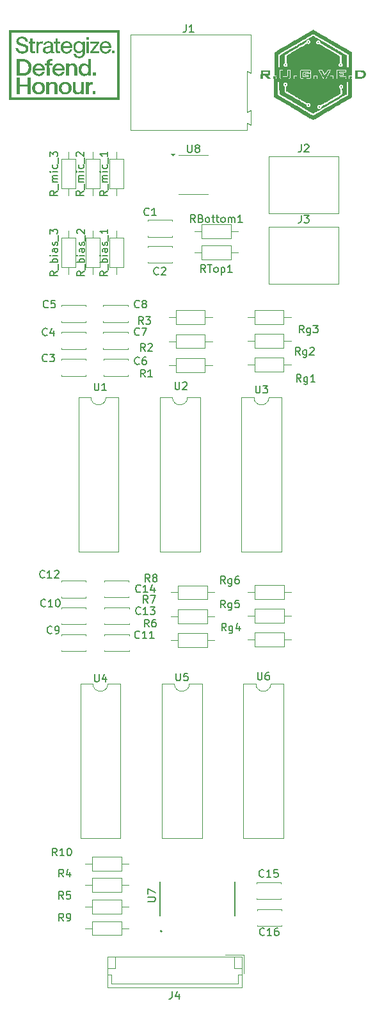
<source format=gbr>
%TF.GenerationSoftware,KiCad,Pcbnew,9.0.4*%
%TF.CreationDate,2025-12-21T15:39:32+05:30*%
%TF.ProjectId,FPGA_Mic_Input,46504741-5f4d-4696-935f-496e7075742e,rev?*%
%TF.SameCoordinates,Original*%
%TF.FileFunction,Legend,Top*%
%TF.FilePolarity,Positive*%
%FSLAX46Y46*%
G04 Gerber Fmt 4.6, Leading zero omitted, Abs format (unit mm)*
G04 Created by KiCad (PCBNEW 9.0.4) date 2025-12-21 15:39:32*
%MOMM*%
%LPD*%
G01*
G04 APERTURE LIST*
%ADD10C,0.000000*%
%ADD11C,0.150000*%
%ADD12C,0.120000*%
%ADD13C,0.127000*%
%ADD14C,0.200000*%
G04 APERTURE END LIST*
D10*
G36*
X127398144Y-47067470D02*
G01*
X127398144Y-47269400D01*
X127198119Y-47269400D01*
X126998093Y-47269400D01*
X126998093Y-47067470D01*
X126998093Y-46866175D01*
X127198119Y-46866175D01*
X127398144Y-46866175D01*
X127398144Y-47067470D01*
G37*
G36*
X124769244Y-46203870D02*
G01*
X124769320Y-46394521D01*
X124769500Y-46471937D01*
X124769850Y-46538694D01*
X124770426Y-46595755D01*
X124771287Y-46644081D01*
X124772488Y-46684636D01*
X124773234Y-46702298D01*
X124774086Y-46718379D01*
X124775052Y-46732997D01*
X124776138Y-46746273D01*
X124777352Y-46758328D01*
X124778701Y-46769281D01*
X124780192Y-46779252D01*
X124781831Y-46788363D01*
X124783627Y-46796732D01*
X124785585Y-46804481D01*
X124787714Y-46811730D01*
X124790021Y-46818598D01*
X124792511Y-46825206D01*
X124795193Y-46831675D01*
X124801161Y-46844673D01*
X124807979Y-46858556D01*
X124810155Y-46862746D01*
X124812615Y-46867195D01*
X124818278Y-46876712D01*
X124824744Y-46886795D01*
X124831792Y-46897131D01*
X124839196Y-46907408D01*
X124846734Y-46917313D01*
X124854182Y-46926533D01*
X124861319Y-46934756D01*
X124871990Y-46945899D01*
X124882843Y-46956245D01*
X124893925Y-46965815D01*
X124905283Y-46974631D01*
X124916964Y-46982714D01*
X124929017Y-46990086D01*
X124941489Y-46996767D01*
X124954426Y-47002780D01*
X124967877Y-47008145D01*
X124981888Y-47012884D01*
X124996508Y-47017018D01*
X125011784Y-47020569D01*
X125027763Y-47023559D01*
X125044493Y-47026008D01*
X125062020Y-47027938D01*
X125080394Y-47029370D01*
X125106357Y-47030207D01*
X125131831Y-47029632D01*
X125156773Y-47027664D01*
X125181140Y-47024320D01*
X125204890Y-47019618D01*
X125227979Y-47013576D01*
X125250365Y-47006211D01*
X125272005Y-46997541D01*
X125292856Y-46987583D01*
X125312876Y-46976356D01*
X125332021Y-46963877D01*
X125350249Y-46950164D01*
X125359006Y-46942850D01*
X125367517Y-46935234D01*
X125375778Y-46927318D01*
X125383783Y-46919105D01*
X125391526Y-46910596D01*
X125399003Y-46901794D01*
X125406207Y-46892701D01*
X125413134Y-46883320D01*
X125424170Y-46867280D01*
X125433672Y-46852513D01*
X125437946Y-46845390D01*
X125441954Y-46838326D01*
X125445736Y-46831234D01*
X125449329Y-46824027D01*
X125452773Y-46816620D01*
X125456108Y-46808925D01*
X125459372Y-46800856D01*
X125462604Y-46792327D01*
X125469131Y-46773541D01*
X125475999Y-46751875D01*
X125480222Y-46736853D01*
X125483470Y-46717903D01*
X125485900Y-46689189D01*
X125487667Y-46644878D01*
X125489840Y-46486128D01*
X125491239Y-46194980D01*
X125493778Y-45679360D01*
X125680469Y-45679360D01*
X125867794Y-45679360D01*
X125866525Y-46472475D01*
X125864619Y-47265590D01*
X125682374Y-47267495D01*
X125499493Y-47270035D01*
X125499493Y-47153830D01*
X125499434Y-47134886D01*
X125499255Y-47117586D01*
X125498958Y-47101937D01*
X125498541Y-47087949D01*
X125498005Y-47075627D01*
X125497351Y-47064980D01*
X125496577Y-47056014D01*
X125496145Y-47052164D01*
X125495684Y-47048737D01*
X125495193Y-47045735D01*
X125494672Y-47043158D01*
X125494121Y-47041006D01*
X125493541Y-47039282D01*
X125492931Y-47037985D01*
X125492291Y-47037118D01*
X125491960Y-47036845D01*
X125491621Y-47036680D01*
X125491275Y-47036622D01*
X125490922Y-47036673D01*
X125490561Y-47036831D01*
X125490193Y-47037097D01*
X125489433Y-47037954D01*
X125488645Y-47039244D01*
X125487826Y-47040969D01*
X125486978Y-47043129D01*
X125486100Y-47045725D01*
X125485192Y-47048759D01*
X125484254Y-47052230D01*
X125483521Y-47054549D01*
X125482403Y-47057204D01*
X125479087Y-47063445D01*
X125474451Y-47070790D01*
X125468637Y-47079079D01*
X125461789Y-47088149D01*
X125454050Y-47097839D01*
X125445562Y-47107986D01*
X125436471Y-47118429D01*
X125426917Y-47129006D01*
X125417046Y-47139555D01*
X125407000Y-47149914D01*
X125396922Y-47159922D01*
X125386956Y-47169416D01*
X125377245Y-47178235D01*
X125367931Y-47186217D01*
X125359160Y-47193200D01*
X125350269Y-47199550D01*
X125340361Y-47206168D01*
X125329581Y-47212979D01*
X125318073Y-47219910D01*
X125293448Y-47233830D01*
X125267639Y-47247334D01*
X125241802Y-47259826D01*
X125217087Y-47270710D01*
X125205512Y-47275363D01*
X125194650Y-47279391D01*
X125184646Y-47282720D01*
X125175644Y-47285275D01*
X125156857Y-47289911D01*
X125137889Y-47294057D01*
X125118754Y-47297714D01*
X125099464Y-47300883D01*
X125080033Y-47303564D01*
X125060474Y-47305758D01*
X125040799Y-47307467D01*
X125021022Y-47308691D01*
X125001155Y-47309432D01*
X124981213Y-47309690D01*
X124961207Y-47309466D01*
X124941151Y-47308761D01*
X124921057Y-47307576D01*
X124900940Y-47305912D01*
X124880811Y-47303770D01*
X124860685Y-47301150D01*
X124817685Y-47293714D01*
X124776576Y-47283805D01*
X124737384Y-47271451D01*
X124718516Y-47264366D01*
X124700139Y-47256681D01*
X124682255Y-47248398D01*
X124664869Y-47239522D01*
X124647984Y-47230056D01*
X124631604Y-47220002D01*
X124615733Y-47209366D01*
X124600373Y-47198150D01*
X124585529Y-47186357D01*
X124571204Y-47173992D01*
X124557401Y-47161058D01*
X124544125Y-47147557D01*
X124531379Y-47133495D01*
X124519167Y-47118874D01*
X124507492Y-47103697D01*
X124496357Y-47087968D01*
X124485767Y-47071692D01*
X124475725Y-47054870D01*
X124466235Y-47037507D01*
X124457300Y-47019606D01*
X124441109Y-46982204D01*
X124427183Y-46942693D01*
X124415549Y-46901100D01*
X124398404Y-46831250D01*
X124396500Y-46254670D01*
X124393959Y-45678725D01*
X124581285Y-45678725D01*
X124769244Y-45678725D01*
X124769244Y-46203870D01*
G37*
G36*
X127039369Y-45649515D02*
G01*
X127041500Y-45649722D01*
X127043383Y-45650246D01*
X127045034Y-45651300D01*
X127046473Y-45653097D01*
X127047719Y-45655851D01*
X127048790Y-45659773D01*
X127049705Y-45665078D01*
X127050482Y-45671979D01*
X127051697Y-45691417D01*
X127052585Y-45719792D01*
X127053974Y-45810170D01*
X127055244Y-45969556D01*
X126961899Y-45970190D01*
X126941436Y-45970391D01*
X126920832Y-45970964D01*
X126900541Y-45971865D01*
X126881016Y-45973048D01*
X126862711Y-45974469D01*
X126846081Y-45976084D01*
X126831579Y-45977848D01*
X126819659Y-45979715D01*
X126789682Y-45986311D01*
X126761176Y-45994204D01*
X126734122Y-46003410D01*
X126708504Y-46013946D01*
X126684304Y-46025829D01*
X126661503Y-46039075D01*
X126650622Y-46046215D01*
X126640085Y-46053702D01*
X126629888Y-46061539D01*
X126620031Y-46069726D01*
X126610510Y-46078268D01*
X126601324Y-46087164D01*
X126592470Y-46096419D01*
X126583946Y-46106033D01*
X126575750Y-46116009D01*
X126567880Y-46126349D01*
X126553108Y-46148129D01*
X126539612Y-46171390D01*
X126527374Y-46196148D01*
X126516377Y-46222421D01*
X126506604Y-46250225D01*
X126502380Y-46265013D01*
X126499132Y-46283156D01*
X126496703Y-46310333D01*
X126494935Y-46352222D01*
X126492763Y-46502846D01*
X126491364Y-46780450D01*
X126489459Y-47269400D01*
X126301499Y-47267495D01*
X126168070Y-47265670D01*
X126127459Y-47264906D01*
X126116311Y-47264587D01*
X126112269Y-47264320D01*
X126114174Y-46472475D01*
X126115444Y-45681266D01*
X126299594Y-45679995D01*
X126483744Y-45678725D01*
X126483744Y-45820331D01*
X126484378Y-45961300D01*
X126514224Y-45904150D01*
X126518359Y-45896143D01*
X126522455Y-45888521D01*
X126526545Y-45881237D01*
X126530664Y-45874246D01*
X126534847Y-45867500D01*
X126539127Y-45860953D01*
X126543539Y-45854559D01*
X126548117Y-45848270D01*
X126552897Y-45842042D01*
X126557911Y-45835826D01*
X126563196Y-45829577D01*
X126568784Y-45823247D01*
X126574712Y-45816792D01*
X126581012Y-45810163D01*
X126594869Y-45796200D01*
X126612762Y-45778941D01*
X126630586Y-45763079D01*
X126648499Y-45748552D01*
X126666654Y-45735300D01*
X126685207Y-45723261D01*
X126704314Y-45712373D01*
X126724129Y-45702575D01*
X126744809Y-45693807D01*
X126766508Y-45686005D01*
X126789381Y-45679110D01*
X126813585Y-45673059D01*
X126839275Y-45667791D01*
X126866605Y-45663246D01*
X126895731Y-45659360D01*
X126926809Y-45656074D01*
X126959994Y-45653325D01*
X126986952Y-45651569D01*
X127010874Y-45650230D01*
X127020896Y-45649772D01*
X127029199Y-45649486D01*
X127035464Y-45649393D01*
X127039369Y-45649515D01*
G37*
G36*
X123406375Y-45644118D02*
G01*
X123451011Y-45646008D01*
X123493787Y-45648761D01*
X123531949Y-45652289D01*
X123562744Y-45656500D01*
X123596872Y-45663158D01*
X123630419Y-45670975D01*
X123663351Y-45679937D01*
X123695638Y-45690026D01*
X123727247Y-45701229D01*
X123758148Y-45713528D01*
X123788308Y-45726907D01*
X123817697Y-45741352D01*
X123846281Y-45756846D01*
X123874030Y-45773374D01*
X123900913Y-45790919D01*
X123926897Y-45809466D01*
X123951950Y-45828999D01*
X123976042Y-45849502D01*
X123999141Y-45870960D01*
X124021214Y-45893356D01*
X124042828Y-45917088D01*
X124063156Y-45941172D01*
X124082223Y-45965661D01*
X124100053Y-45990610D01*
X124116670Y-46016072D01*
X124132099Y-46042102D01*
X124146362Y-46068753D01*
X124159485Y-46096079D01*
X124171492Y-46124135D01*
X124182407Y-46152974D01*
X124192255Y-46182650D01*
X124201058Y-46213217D01*
X124208842Y-46244729D01*
X124215631Y-46277240D01*
X124221449Y-46310804D01*
X124226319Y-46345476D01*
X124229035Y-46368227D01*
X124231229Y-46390563D01*
X124232901Y-46412546D01*
X124234048Y-46434237D01*
X124234671Y-46455697D01*
X124234769Y-46476988D01*
X124234340Y-46498170D01*
X124233384Y-46519307D01*
X124231899Y-46540458D01*
X124229885Y-46561685D01*
X124227341Y-46583051D01*
X124224265Y-46604615D01*
X124220658Y-46626440D01*
X124216518Y-46648586D01*
X124206634Y-46694090D01*
X124199546Y-46721758D01*
X124191838Y-46748591D01*
X124183487Y-46774636D01*
X124174468Y-46799937D01*
X124164756Y-46824538D01*
X124154329Y-46848484D01*
X124143161Y-46871821D01*
X124131228Y-46894591D01*
X124118507Y-46916841D01*
X124104972Y-46938615D01*
X124090601Y-46959957D01*
X124075368Y-46980912D01*
X124059250Y-47001524D01*
X124042222Y-47021839D01*
X124024260Y-47041901D01*
X124005340Y-47061755D01*
X123962758Y-47101968D01*
X123917309Y-47138755D01*
X123869205Y-47172069D01*
X123818659Y-47201862D01*
X123765885Y-47228087D01*
X123711095Y-47250696D01*
X123654502Y-47269642D01*
X123596320Y-47284878D01*
X123536761Y-47296356D01*
X123476038Y-47304029D01*
X123414365Y-47307849D01*
X123351954Y-47307768D01*
X123289018Y-47303740D01*
X123225771Y-47295717D01*
X123162425Y-47283651D01*
X123099194Y-47267495D01*
X123067927Y-47257520D01*
X123036817Y-47245975D01*
X123005961Y-47232926D01*
X122975459Y-47218441D01*
X122945406Y-47202588D01*
X122915901Y-47185431D01*
X122887042Y-47167040D01*
X122858926Y-47147480D01*
X122831651Y-47126819D01*
X122805315Y-47105124D01*
X122780014Y-47082461D01*
X122755848Y-47058898D01*
X122732913Y-47034501D01*
X122711307Y-47009338D01*
X122691129Y-46983476D01*
X122672474Y-46956981D01*
X122654547Y-46929168D01*
X122637907Y-46900958D01*
X122622546Y-46872326D01*
X122608459Y-46843246D01*
X122595636Y-46813694D01*
X122584071Y-46783644D01*
X122573756Y-46753071D01*
X122564683Y-46721951D01*
X122556846Y-46690257D01*
X122550237Y-46657966D01*
X122544848Y-46625051D01*
X122540672Y-46591488D01*
X122537702Y-46557252D01*
X122535930Y-46522317D01*
X122535348Y-46486658D01*
X122535423Y-46482139D01*
X122918685Y-46482139D01*
X122919418Y-46517350D01*
X122921394Y-46550580D01*
X122925008Y-46585334D01*
X122930123Y-46619092D01*
X122936722Y-46651825D01*
X122944790Y-46683504D01*
X122954308Y-46714100D01*
X122965261Y-46743584D01*
X122977632Y-46771929D01*
X122991403Y-46799103D01*
X123006558Y-46825080D01*
X123023081Y-46849830D01*
X123040954Y-46873324D01*
X123060162Y-46895534D01*
X123070260Y-46906148D01*
X123080686Y-46916430D01*
X123091437Y-46926377D01*
X123102511Y-46935984D01*
X123113905Y-46945249D01*
X123125619Y-46954167D01*
X123137649Y-46962736D01*
X123149994Y-46970950D01*
X123163370Y-46979233D01*
X123176840Y-46986942D01*
X123190426Y-46994081D01*
X123204148Y-47000656D01*
X123218026Y-47006674D01*
X123232081Y-47012138D01*
X123246332Y-47017056D01*
X123260802Y-47021433D01*
X123275509Y-47025273D01*
X123290476Y-47028584D01*
X123305721Y-47031370D01*
X123321266Y-47033637D01*
X123337131Y-47035390D01*
X123353336Y-47036636D01*
X123369902Y-47037379D01*
X123386849Y-47037625D01*
X123410556Y-47037117D01*
X123433594Y-47035583D01*
X123455996Y-47033008D01*
X123477793Y-47029380D01*
X123499018Y-47024684D01*
X123519701Y-47018906D01*
X123539874Y-47012033D01*
X123559569Y-47004050D01*
X123578818Y-46994943D01*
X123597652Y-46984698D01*
X123616103Y-46973302D01*
X123634202Y-46960741D01*
X123651981Y-46947000D01*
X123669471Y-46932065D01*
X123686705Y-46915923D01*
X123703714Y-46898560D01*
X123718580Y-46882133D01*
X123732479Y-46865424D01*
X123745442Y-46848362D01*
X123757501Y-46830873D01*
X123768685Y-46812887D01*
X123779025Y-46794329D01*
X123788552Y-46775127D01*
X123797297Y-46755209D01*
X123805291Y-46734503D01*
X123812563Y-46712935D01*
X123819146Y-46690433D01*
X123825069Y-46666924D01*
X123830363Y-46642337D01*
X123835059Y-46616598D01*
X123839187Y-46589635D01*
X123842779Y-46561375D01*
X123845429Y-46533594D01*
X123847191Y-46505991D01*
X123848069Y-46478597D01*
X123848068Y-46451441D01*
X123847192Y-46424552D01*
X123845447Y-46397962D01*
X123842837Y-46371699D01*
X123839366Y-46345793D01*
X123835040Y-46320273D01*
X123829862Y-46295171D01*
X123823838Y-46270515D01*
X123816973Y-46246336D01*
X123809270Y-46222662D01*
X123800734Y-46199524D01*
X123791371Y-46176952D01*
X123781184Y-46154975D01*
X123772132Y-46137322D01*
X123767855Y-46129406D01*
X123763652Y-46121975D01*
X123759453Y-46114939D01*
X123755188Y-46108206D01*
X123750787Y-46101685D01*
X123746180Y-46095285D01*
X123741298Y-46088915D01*
X123736071Y-46082484D01*
X123730429Y-46075900D01*
X123724302Y-46069072D01*
X123717621Y-46061909D01*
X123710316Y-46054320D01*
X123693554Y-46037500D01*
X123681723Y-46025947D01*
X123670018Y-46015087D01*
X123658400Y-46004896D01*
X123646832Y-45995352D01*
X123635275Y-45986434D01*
X123623690Y-45978118D01*
X123612041Y-45970383D01*
X123600289Y-45963205D01*
X123588395Y-45956564D01*
X123576321Y-45950436D01*
X123564030Y-45944799D01*
X123551483Y-45939631D01*
X123538642Y-45934909D01*
X123525469Y-45930612D01*
X123511926Y-45926716D01*
X123497975Y-45923200D01*
X123487712Y-45921184D01*
X123475673Y-45919424D01*
X123462119Y-45917922D01*
X123447313Y-45916681D01*
X123414995Y-45914996D01*
X123380817Y-45914389D01*
X123346877Y-45914884D01*
X123315273Y-45916503D01*
X123301003Y-45917740D01*
X123288104Y-45919267D01*
X123276839Y-45921086D01*
X123267469Y-45923200D01*
X123236435Y-45932372D01*
X123206685Y-45943441D01*
X123178242Y-45956385D01*
X123151125Y-45971182D01*
X123125356Y-45987810D01*
X123100953Y-46006246D01*
X123077938Y-46026468D01*
X123056332Y-46048454D01*
X123036154Y-46072181D01*
X123017426Y-46097627D01*
X123000167Y-46124769D01*
X122984398Y-46153586D01*
X122970140Y-46184055D01*
X122957413Y-46216153D01*
X122946238Y-46249859D01*
X122936634Y-46285150D01*
X122933875Y-46297661D01*
X122931317Y-46311297D01*
X122926841Y-46341447D01*
X122923273Y-46374603D01*
X122920680Y-46409769D01*
X122919128Y-46445947D01*
X122918685Y-46482139D01*
X122535423Y-46482139D01*
X122535950Y-46450251D01*
X122537157Y-46420430D01*
X122538884Y-46391649D01*
X122541143Y-46363847D01*
X122543946Y-46336962D01*
X122547308Y-46310933D01*
X122551241Y-46285699D01*
X122555759Y-46261197D01*
X122560873Y-46237367D01*
X122566598Y-46214147D01*
X122572946Y-46191476D01*
X122579930Y-46169292D01*
X122587563Y-46147534D01*
X122595859Y-46126141D01*
X122604829Y-46105051D01*
X122614489Y-46084203D01*
X122624849Y-46063535D01*
X122638781Y-46038150D01*
X122654093Y-46013003D01*
X122670705Y-45988169D01*
X122688538Y-45963721D01*
X122707513Y-45939735D01*
X122727552Y-45916285D01*
X122748575Y-45893445D01*
X122770503Y-45871289D01*
X122793256Y-45849892D01*
X122816757Y-45829329D01*
X122840926Y-45809674D01*
X122865683Y-45791001D01*
X122890950Y-45773385D01*
X122916648Y-45756899D01*
X122942697Y-45741620D01*
X122969019Y-45727620D01*
X122977967Y-45723404D01*
X122988480Y-45718894D01*
X123013380Y-45709245D01*
X123042075Y-45699179D01*
X123072921Y-45689203D01*
X123104273Y-45679822D01*
X123134486Y-45671542D01*
X123161917Y-45664870D01*
X123184919Y-45660310D01*
X123205090Y-45656798D01*
X123226750Y-45653167D01*
X123264294Y-45646975D01*
X123275250Y-45645589D01*
X123288838Y-45644520D01*
X123322535Y-45643284D01*
X123362632Y-45643180D01*
X123406375Y-45644118D01*
G37*
G36*
X121810597Y-45642126D02*
G01*
X121835574Y-45643542D01*
X121862620Y-45646000D01*
X121892694Y-45649515D01*
X121936048Y-45656107D01*
X121977083Y-45664717D01*
X122015847Y-45675382D01*
X122034392Y-45681497D01*
X122052387Y-45688141D01*
X122069837Y-45695318D01*
X122086750Y-45703032D01*
X122103130Y-45711289D01*
X122118984Y-45720093D01*
X122134317Y-45729450D01*
X122149136Y-45739363D01*
X122163446Y-45749837D01*
X122177254Y-45760878D01*
X122190565Y-45772491D01*
X122203385Y-45784679D01*
X122215720Y-45797447D01*
X122227576Y-45810802D01*
X122238959Y-45824746D01*
X122249876Y-45839285D01*
X122260331Y-45854424D01*
X122270331Y-45870168D01*
X122279881Y-45886521D01*
X122288989Y-45903488D01*
X122305897Y-45939283D01*
X122321103Y-45977591D01*
X122334654Y-46018450D01*
X122351799Y-46075600D01*
X122355610Y-46380401D01*
X122358308Y-46681390D01*
X122358150Y-46976665D01*
X122356879Y-47268765D01*
X122170824Y-47267495D01*
X121984769Y-47266225D01*
X121981594Y-46721395D01*
X121980497Y-46551988D01*
X121979481Y-46421149D01*
X121978391Y-46323455D01*
X121977769Y-46285341D01*
X121977070Y-46253479D01*
X121976274Y-46227191D01*
X121975362Y-46205799D01*
X121974314Y-46188623D01*
X121973111Y-46174988D01*
X121971733Y-46164213D01*
X121970160Y-46155621D01*
X121968374Y-46148535D01*
X121966354Y-46142275D01*
X121959218Y-46122280D01*
X121951381Y-46103248D01*
X121942843Y-46085176D01*
X121933602Y-46068060D01*
X121923658Y-46051896D01*
X121913011Y-46036682D01*
X121901658Y-46022412D01*
X121889599Y-46009084D01*
X121876833Y-45996694D01*
X121863359Y-45985237D01*
X121849176Y-45974710D01*
X121834284Y-45965110D01*
X121818681Y-45956433D01*
X121802367Y-45948675D01*
X121785340Y-45941832D01*
X121767599Y-45935900D01*
X121757287Y-45933073D01*
X121746180Y-45930549D01*
X121734378Y-45928331D01*
X121721978Y-45926425D01*
X121709080Y-45924835D01*
X121695782Y-45923566D01*
X121682183Y-45922623D01*
X121668380Y-45922010D01*
X121654474Y-45921732D01*
X121640562Y-45921793D01*
X121626743Y-45922198D01*
X121613116Y-45922952D01*
X121599779Y-45924060D01*
X121586830Y-45925526D01*
X121574369Y-45927354D01*
X121562494Y-45929550D01*
X121534847Y-45935945D01*
X121508567Y-45943710D01*
X121483637Y-45952861D01*
X121460041Y-45963414D01*
X121437762Y-45975384D01*
X121416784Y-45988788D01*
X121397090Y-46003641D01*
X121378662Y-46019958D01*
X121361484Y-46037757D01*
X121345540Y-46057053D01*
X121330813Y-46077860D01*
X121317285Y-46100197D01*
X121304941Y-46124077D01*
X121293763Y-46149517D01*
X121283735Y-46176533D01*
X121274839Y-46205141D01*
X121270228Y-46222111D01*
X121266763Y-46241484D01*
X121264280Y-46269535D01*
X121262615Y-46312535D01*
X121261087Y-46468477D01*
X121260869Y-46759495D01*
X121260869Y-47265590D01*
X121074815Y-47267495D01*
X120889395Y-47269400D01*
X120889395Y-46475650D01*
X120889395Y-45681900D01*
X121073544Y-45679995D01*
X121257694Y-45678725D01*
X121257694Y-45796200D01*
X121257782Y-45819844D01*
X121258041Y-45841881D01*
X121258464Y-45861834D01*
X121259044Y-45879227D01*
X121259772Y-45893584D01*
X121260189Y-45899475D01*
X121260641Y-45904428D01*
X121261126Y-45908385D01*
X121261644Y-45911284D01*
X121262194Y-45913068D01*
X121262480Y-45913522D01*
X121262774Y-45913676D01*
X121263338Y-45913410D01*
X121264070Y-45912861D01*
X121264961Y-45912042D01*
X121265999Y-45910967D01*
X121268478Y-45908106D01*
X121271426Y-45904389D01*
X121274761Y-45899928D01*
X121278401Y-45894834D01*
X121282265Y-45889219D01*
X121286270Y-45883195D01*
X121294173Y-45871272D01*
X121303062Y-45859127D01*
X121312852Y-45846838D01*
X121323457Y-45834479D01*
X121334791Y-45822128D01*
X121346768Y-45809860D01*
X121359304Y-45797753D01*
X121372312Y-45785882D01*
X121385707Y-45774323D01*
X121399404Y-45763153D01*
X121413316Y-45752448D01*
X121427358Y-45742285D01*
X121441446Y-45732739D01*
X121455492Y-45723887D01*
X121469412Y-45715805D01*
X121483119Y-45708570D01*
X121492691Y-45704042D01*
X121503018Y-45699523D01*
X121525625Y-45690602D01*
X121550315Y-45681993D01*
X121576464Y-45673883D01*
X121603447Y-45666458D01*
X121630638Y-45659904D01*
X121657412Y-45654406D01*
X121683144Y-45650150D01*
X121712177Y-45646581D01*
X121738478Y-45643979D01*
X121763009Y-45642359D01*
X121786729Y-45641737D01*
X121810597Y-45642126D01*
G37*
G36*
X119920791Y-45642471D02*
G01*
X119963771Y-45645832D01*
X120006510Y-45650982D01*
X120048853Y-45657883D01*
X120090644Y-45666502D01*
X120131728Y-45676802D01*
X120171950Y-45688749D01*
X120211154Y-45702307D01*
X120249186Y-45717441D01*
X120285889Y-45734114D01*
X120321108Y-45752294D01*
X120354688Y-45771942D01*
X120386474Y-45793025D01*
X120414118Y-45813354D01*
X120440608Y-45834564D01*
X120465938Y-45856648D01*
X120490099Y-45879594D01*
X120513084Y-45903391D01*
X120534886Y-45928031D01*
X120555497Y-45953502D01*
X120574911Y-45979795D01*
X120593119Y-46006898D01*
X120610113Y-46034803D01*
X120625888Y-46063498D01*
X120640435Y-46092973D01*
X120653746Y-46123219D01*
X120665815Y-46154225D01*
X120676633Y-46185980D01*
X120686194Y-46218475D01*
X120692299Y-46243982D01*
X120698120Y-46273462D01*
X120703496Y-46305651D01*
X120708261Y-46339284D01*
X120712252Y-46373095D01*
X120715305Y-46405820D01*
X120717258Y-46436193D01*
X120717945Y-46462950D01*
X120717374Y-46485340D01*
X120715762Y-46512054D01*
X120713256Y-46541699D01*
X120710007Y-46572885D01*
X120706162Y-46604219D01*
X120701871Y-46634311D01*
X120697282Y-46661768D01*
X120692544Y-46685200D01*
X120680906Y-46731386D01*
X120666532Y-46776527D01*
X120649512Y-46820517D01*
X120629937Y-46863248D01*
X120607900Y-46904614D01*
X120583491Y-46944507D01*
X120556800Y-46982821D01*
X120527921Y-47019448D01*
X120496942Y-47054282D01*
X120463957Y-47087216D01*
X120429055Y-47118142D01*
X120392328Y-47146954D01*
X120353868Y-47173545D01*
X120313764Y-47197807D01*
X120272109Y-47219634D01*
X120228994Y-47238919D01*
X120199497Y-47250605D01*
X120171725Y-47260609D01*
X120144609Y-47269214D01*
X120117076Y-47276703D01*
X120088054Y-47283358D01*
X120056473Y-47289462D01*
X120021260Y-47295299D01*
X119981344Y-47301150D01*
X119948072Y-47305134D01*
X119914506Y-47307807D01*
X119880724Y-47309183D01*
X119846804Y-47309277D01*
X119812825Y-47308101D01*
X119778864Y-47305671D01*
X119745000Y-47302000D01*
X119711311Y-47297102D01*
X119677875Y-47290992D01*
X119644770Y-47283682D01*
X119612074Y-47275187D01*
X119579866Y-47265521D01*
X119548223Y-47254698D01*
X119517224Y-47242732D01*
X119486947Y-47229636D01*
X119457469Y-47215425D01*
X119422602Y-47197371D01*
X119407020Y-47188939D01*
X119392481Y-47180768D01*
X119378843Y-47172757D01*
X119365962Y-47164805D01*
X119353696Y-47156810D01*
X119341899Y-47148671D01*
X119330431Y-47140286D01*
X119319146Y-47131554D01*
X119307902Y-47122374D01*
X119296556Y-47112644D01*
X119284965Y-47102264D01*
X119272985Y-47091130D01*
X119247285Y-47066200D01*
X119226519Y-47044977D01*
X119206831Y-47023427D01*
X119188195Y-47001505D01*
X119170588Y-46979166D01*
X119153986Y-46956365D01*
X119138365Y-46933059D01*
X119123699Y-46909201D01*
X119109966Y-46884749D01*
X119097140Y-46859657D01*
X119085198Y-46833879D01*
X119074116Y-46807373D01*
X119063869Y-46780093D01*
X119054433Y-46751994D01*
X119045784Y-46723032D01*
X119037897Y-46693163D01*
X119030749Y-46662341D01*
X119028161Y-46647726D01*
X119025874Y-46629691D01*
X119022227Y-46585337D01*
X119019844Y-46533228D01*
X119018764Y-46477317D01*
X119018804Y-46468665D01*
X119403494Y-46468665D01*
X119403756Y-46504730D01*
X119404635Y-46536084D01*
X119405351Y-46550365D01*
X119406274Y-46563912D01*
X119407422Y-46576872D01*
X119408812Y-46589395D01*
X119410464Y-46601627D01*
X119412393Y-46613717D01*
X119414618Y-46625812D01*
X119417157Y-46638061D01*
X119423245Y-46663612D01*
X119430799Y-46691550D01*
X119436886Y-46711918D01*
X119443717Y-46731825D01*
X119451289Y-46751272D01*
X119459603Y-46770261D01*
X119468657Y-46788792D01*
X119478451Y-46806866D01*
X119488983Y-46824485D01*
X119500253Y-46841648D01*
X119512259Y-46858358D01*
X119525002Y-46874615D01*
X119538479Y-46890420D01*
X119552690Y-46905773D01*
X119567634Y-46920677D01*
X119583310Y-46935131D01*
X119599717Y-46949137D01*
X119616855Y-46962695D01*
X119632543Y-46973630D01*
X119649521Y-46983794D01*
X119667666Y-46993162D01*
X119686853Y-47001708D01*
X119706960Y-47009405D01*
X119727862Y-47016229D01*
X119749435Y-47022151D01*
X119771556Y-47027148D01*
X119794102Y-47031191D01*
X119816948Y-47034257D01*
X119839970Y-47036317D01*
X119863046Y-47037347D01*
X119886051Y-47037321D01*
X119908861Y-47036212D01*
X119931354Y-47033994D01*
X119953404Y-47030641D01*
X119969734Y-47027387D01*
X119985855Y-47023469D01*
X120001753Y-47018899D01*
X120017418Y-47013690D01*
X120047995Y-47001406D01*
X120077487Y-46986716D01*
X120105797Y-46969724D01*
X120132824Y-46950530D01*
X120158471Y-46929236D01*
X120182639Y-46905942D01*
X120205230Y-46880751D01*
X120226144Y-46853764D01*
X120245284Y-46825083D01*
X120262550Y-46794807D01*
X120277844Y-46763040D01*
X120291068Y-46729882D01*
X120302123Y-46695435D01*
X120310909Y-46659800D01*
X120317577Y-46628527D01*
X120321089Y-46612294D01*
X120324245Y-46598206D01*
X120325429Y-46590253D01*
X120326576Y-46579116D01*
X120327649Y-46565299D01*
X120328610Y-46549310D01*
X120329422Y-46531654D01*
X120330048Y-46512837D01*
X120330452Y-46493366D01*
X120330594Y-46473745D01*
X120330033Y-46437228D01*
X120328336Y-46402172D01*
X120325483Y-46368521D01*
X120321456Y-46336218D01*
X120316235Y-46305206D01*
X120309799Y-46275428D01*
X120302130Y-46246828D01*
X120293209Y-46219349D01*
X120283014Y-46192933D01*
X120271528Y-46167526D01*
X120258730Y-46143068D01*
X120244602Y-46119505D01*
X120229122Y-46096779D01*
X120212272Y-46074833D01*
X120194033Y-46053611D01*
X120174384Y-46033056D01*
X120163453Y-46022474D01*
X120152328Y-46012396D01*
X120141010Y-46002820D01*
X120129498Y-45993745D01*
X120117793Y-45985168D01*
X120105894Y-45977088D01*
X120093801Y-45969503D01*
X120081516Y-45962411D01*
X120069037Y-45955811D01*
X120056364Y-45949699D01*
X120043498Y-45944075D01*
X120030438Y-45938936D01*
X120017185Y-45934281D01*
X120003738Y-45930108D01*
X119990098Y-45926415D01*
X119976265Y-45923200D01*
X119965859Y-45921393D01*
X119953859Y-45919783D01*
X119926080Y-45917178D01*
X119894937Y-45915420D01*
X119862441Y-45914548D01*
X119830599Y-45914599D01*
X119801421Y-45915610D01*
X119788459Y-45916487D01*
X119776917Y-45917618D01*
X119767045Y-45919007D01*
X119759094Y-45920660D01*
X119738942Y-45926212D01*
X119719434Y-45932394D01*
X119700563Y-45939210D01*
X119682319Y-45946666D01*
X119664692Y-45954764D01*
X119647674Y-45963512D01*
X119631255Y-45972912D01*
X119615426Y-45982970D01*
X119600177Y-45993690D01*
X119585499Y-46005077D01*
X119571383Y-46017136D01*
X119557819Y-46029870D01*
X119544799Y-46043286D01*
X119532313Y-46057388D01*
X119520351Y-46072179D01*
X119508905Y-46087665D01*
X119494954Y-46107969D01*
X119482133Y-46128232D01*
X119470409Y-46148565D01*
X119459752Y-46169074D01*
X119450128Y-46189871D01*
X119441508Y-46211063D01*
X119433858Y-46232758D01*
X119427148Y-46255067D01*
X119421346Y-46278098D01*
X119416420Y-46301959D01*
X119412339Y-46326760D01*
X119409071Y-46352609D01*
X119406584Y-46379615D01*
X119404846Y-46407888D01*
X119403827Y-46437535D01*
X119403494Y-46468665D01*
X119018804Y-46468665D01*
X119019023Y-46421555D01*
X119020659Y-46369893D01*
X119023709Y-46326283D01*
X119025776Y-46308732D01*
X119028210Y-46294675D01*
X119035067Y-46263784D01*
X119042560Y-46233941D01*
X119050714Y-46205091D01*
X119059553Y-46177180D01*
X119069103Y-46150155D01*
X119079388Y-46123962D01*
X119090434Y-46098546D01*
X119102266Y-46073854D01*
X119114910Y-46049832D01*
X119128390Y-46026425D01*
X119142730Y-46003580D01*
X119157958Y-45981243D01*
X119174097Y-45959360D01*
X119191173Y-45937877D01*
X119209210Y-45916740D01*
X119228234Y-45895895D01*
X119254328Y-45869443D01*
X119280978Y-45844597D01*
X119308252Y-45821324D01*
X119336214Y-45799594D01*
X119364932Y-45779374D01*
X119394472Y-45760633D01*
X119424899Y-45743340D01*
X119456279Y-45727462D01*
X119488679Y-45712968D01*
X119522164Y-45699827D01*
X119556801Y-45688007D01*
X119592655Y-45677475D01*
X119629793Y-45668202D01*
X119668281Y-45660154D01*
X119708184Y-45653301D01*
X119749570Y-45647610D01*
X119791960Y-45643467D01*
X119834730Y-45641253D01*
X119877726Y-45640933D01*
X119920791Y-45642471D01*
G37*
G36*
X118812944Y-46181645D02*
G01*
X118812944Y-47269400D01*
X118616094Y-47270035D01*
X118419244Y-47270670D01*
X118419244Y-46784260D01*
X118419879Y-46297850D01*
X117895369Y-46295945D01*
X117371494Y-46294675D01*
X117371494Y-46781720D01*
X117371494Y-47269400D01*
X117174644Y-47269400D01*
X116977794Y-47270035D01*
X116977794Y-46185456D01*
X116977794Y-45100876D01*
X117090825Y-45098970D01*
X117287675Y-45095795D01*
X117371494Y-45094526D01*
X117371494Y-45535850D01*
X117371494Y-45977175D01*
X117885209Y-45977175D01*
X118085473Y-45977503D01*
X118250969Y-45978366D01*
X118364555Y-45979586D01*
X118396523Y-45980275D01*
X118409084Y-45980985D01*
X118410768Y-45981095D01*
X118412256Y-45979689D01*
X118414690Y-45970498D01*
X118416485Y-45949742D01*
X118417736Y-45913754D01*
X118418996Y-45781407D01*
X118419244Y-45544106D01*
X118419244Y-45102781D01*
X118534814Y-45098970D01*
X118585753Y-45097204D01*
X118639907Y-45095796D01*
X118690727Y-45094863D01*
X118731665Y-45094526D01*
X118812944Y-45094526D01*
X118812944Y-46181645D01*
G37*
G36*
X127410844Y-44626531D02*
G01*
X127410844Y-44831000D01*
X127212725Y-44830365D01*
X127013969Y-44829095D01*
X127012065Y-44625260D01*
X127010794Y-44421426D01*
X127210818Y-44421426D01*
X127410844Y-44421426D01*
X127410844Y-44626531D01*
G37*
G36*
X124410469Y-43211751D02*
G01*
X124442488Y-43212511D01*
X124469574Y-43213428D01*
X124492566Y-43214597D01*
X124502791Y-43215307D01*
X124512307Y-43216116D01*
X124521221Y-43217037D01*
X124529637Y-43218082D01*
X124537660Y-43219263D01*
X124545396Y-43220591D01*
X124552950Y-43222079D01*
X124560427Y-43223740D01*
X124567931Y-43225585D01*
X124575569Y-43227625D01*
X124587851Y-43231065D01*
X124600365Y-43234934D01*
X124613044Y-43239199D01*
X124625823Y-43243828D01*
X124638636Y-43248788D01*
X124651416Y-43254046D01*
X124664097Y-43259571D01*
X124676614Y-43265329D01*
X124688900Y-43271288D01*
X124700889Y-43277415D01*
X124712515Y-43283678D01*
X124723713Y-43290044D01*
X124734416Y-43296481D01*
X124744557Y-43302956D01*
X124754072Y-43309437D01*
X124762894Y-43315890D01*
X124782077Y-43331282D01*
X124800328Y-43347916D01*
X124817640Y-43365765D01*
X124834004Y-43384808D01*
X124849412Y-43405018D01*
X124863855Y-43426373D01*
X124877326Y-43448848D01*
X124889815Y-43472418D01*
X124901314Y-43497060D01*
X124911815Y-43522749D01*
X124921310Y-43549462D01*
X124929790Y-43577173D01*
X124937247Y-43605859D01*
X124943672Y-43635496D01*
X124949057Y-43666060D01*
X124953394Y-43697525D01*
X124956242Y-43756839D01*
X124958077Y-43874373D01*
X124958841Y-44052391D01*
X124958474Y-44293155D01*
X124956569Y-44828460D01*
X124771149Y-44829731D01*
X124585729Y-44831000D01*
X124583190Y-44284901D01*
X124582489Y-44123385D01*
X124581751Y-43995995D01*
X124580879Y-43898401D01*
X124579777Y-43826272D01*
X124579109Y-43798403D01*
X124578347Y-43775276D01*
X124577479Y-43756350D01*
X124576492Y-43741083D01*
X124575376Y-43728934D01*
X124574117Y-43719361D01*
X124572704Y-43711824D01*
X124571125Y-43705781D01*
X124564369Y-43685526D01*
X124556730Y-43666200D01*
X124548217Y-43647807D01*
X124538839Y-43630355D01*
X124528604Y-43613847D01*
X124517524Y-43598289D01*
X124505606Y-43583689D01*
X124492861Y-43570049D01*
X124479296Y-43557378D01*
X124464923Y-43545679D01*
X124449750Y-43534958D01*
X124433786Y-43525222D01*
X124417040Y-43516476D01*
X124399523Y-43508725D01*
X124381243Y-43501975D01*
X124362209Y-43496231D01*
X124350131Y-43493455D01*
X124336872Y-43491080D01*
X124322607Y-43489105D01*
X124307510Y-43487529D01*
X124291754Y-43486351D01*
X124275513Y-43485571D01*
X124258962Y-43485186D01*
X124242274Y-43485197D01*
X124225623Y-43485603D01*
X124209183Y-43486402D01*
X124193128Y-43487593D01*
X124177633Y-43489176D01*
X124162870Y-43491150D01*
X124149014Y-43493513D01*
X124136239Y-43496265D01*
X124124719Y-43499405D01*
X124106906Y-43505268D01*
X124089664Y-43511898D01*
X124073001Y-43519289D01*
X124056923Y-43527434D01*
X124041437Y-43536328D01*
X124026549Y-43545962D01*
X124012265Y-43556332D01*
X123998593Y-43567430D01*
X123985538Y-43579249D01*
X123973107Y-43591784D01*
X123961307Y-43605028D01*
X123950144Y-43618974D01*
X123939625Y-43633616D01*
X123929756Y-43648947D01*
X123920543Y-43664960D01*
X123911994Y-43681650D01*
X123897322Y-43712535D01*
X123886297Y-43742630D01*
X123881988Y-43759759D01*
X123878396Y-43779542D01*
X123873100Y-43830875D01*
X123869888Y-43904235D01*
X123868239Y-44007227D01*
X123867544Y-44332525D01*
X123867544Y-44831000D01*
X123680219Y-44831000D01*
X123492894Y-44831000D01*
X123492894Y-44038521D01*
X123492894Y-43246676D01*
X123677044Y-43246676D01*
X123861194Y-43246676D01*
X123861194Y-43360976D01*
X123861282Y-43383936D01*
X123861541Y-43405356D01*
X123861964Y-43424767D01*
X123862544Y-43441700D01*
X123863272Y-43455686D01*
X123863689Y-43461427D01*
X123864141Y-43466256D01*
X123864627Y-43470114D01*
X123865144Y-43472942D01*
X123865694Y-43474682D01*
X123865980Y-43475126D01*
X123866274Y-43475275D01*
X123866531Y-43475237D01*
X123866823Y-43475122D01*
X123867512Y-43474670D01*
X123868331Y-43473936D01*
X123869271Y-43472934D01*
X123870322Y-43471679D01*
X123871476Y-43470185D01*
X123874053Y-43466544D01*
X123876928Y-43462129D01*
X123880026Y-43457059D01*
X123883273Y-43451453D01*
X123886594Y-43445430D01*
X123891389Y-43436974D01*
X123897151Y-43428086D01*
X123903806Y-43418838D01*
X123911280Y-43409305D01*
X123919497Y-43399560D01*
X123928385Y-43389676D01*
X123937868Y-43379727D01*
X123947872Y-43369786D01*
X123958322Y-43359927D01*
X123969144Y-43350224D01*
X123980264Y-43340749D01*
X123991608Y-43331577D01*
X124003100Y-43322780D01*
X124014666Y-43314433D01*
X124026233Y-43306609D01*
X124037725Y-43299380D01*
X124048320Y-43293123D01*
X124060014Y-43286767D01*
X124072667Y-43280363D01*
X124086143Y-43273961D01*
X124115011Y-43261362D01*
X124145515Y-43249374D01*
X124176556Y-43238398D01*
X124207031Y-43228836D01*
X124221712Y-43224710D01*
X124235839Y-43221089D01*
X124249274Y-43218022D01*
X124261879Y-43215560D01*
X124271154Y-43214251D01*
X124284292Y-43213179D01*
X124300690Y-43212346D01*
X124319743Y-43211751D01*
X124363410Y-43211274D01*
X124410469Y-43211751D01*
G37*
G36*
X122481974Y-43211135D02*
G01*
X122534044Y-43211751D01*
X122572246Y-43212515D01*
X122603914Y-43213457D01*
X122630373Y-43214698D01*
X122642063Y-43215466D01*
X122652948Y-43216354D01*
X122663192Y-43217376D01*
X122672963Y-43218547D01*
X122682424Y-43219882D01*
X122691742Y-43221395D01*
X122710611Y-43225016D01*
X122730894Y-43229530D01*
X122759036Y-43236648D01*
X122786334Y-43244438D01*
X122812823Y-43252921D01*
X122838537Y-43262114D01*
X122863510Y-43272036D01*
X122887778Y-43282707D01*
X122911374Y-43294144D01*
X122934332Y-43306365D01*
X122956688Y-43319391D01*
X122978476Y-43333239D01*
X122999730Y-43347927D01*
X123020484Y-43363476D01*
X123040773Y-43379902D01*
X123060631Y-43397225D01*
X123080094Y-43415463D01*
X123099194Y-43434635D01*
X123125407Y-43463237D01*
X123149770Y-43492418D01*
X123172307Y-43522250D01*
X123193045Y-43552805D01*
X123212008Y-43584156D01*
X123229222Y-43616377D01*
X123244711Y-43649539D01*
X123258500Y-43683714D01*
X123270615Y-43718976D01*
X123281081Y-43755397D01*
X123289923Y-43793050D01*
X123297166Y-43832006D01*
X123302835Y-43872340D01*
X123306955Y-43914122D01*
X123309551Y-43957427D01*
X123310649Y-44002325D01*
X123311919Y-44107101D01*
X122679460Y-44109005D01*
X122047634Y-44110275D01*
X122052079Y-44150280D01*
X122057368Y-44185898D01*
X122064177Y-44220341D01*
X122072492Y-44253583D01*
X122082301Y-44285595D01*
X122093592Y-44316349D01*
X122106350Y-44345818D01*
X122113275Y-44360062D01*
X122120562Y-44373973D01*
X122128210Y-44387550D01*
X122136217Y-44400788D01*
X122144581Y-44413683D01*
X122153300Y-44426233D01*
X122162374Y-44438433D01*
X122171799Y-44450280D01*
X122181576Y-44461772D01*
X122191701Y-44472903D01*
X122202174Y-44483671D01*
X122212992Y-44494073D01*
X122224155Y-44504104D01*
X122235660Y-44513762D01*
X122247507Y-44523043D01*
X122259692Y-44531942D01*
X122272215Y-44540458D01*
X122285074Y-44548586D01*
X122298268Y-44556323D01*
X122311794Y-44563665D01*
X122326197Y-44570730D01*
X122341681Y-44577382D01*
X122358092Y-44583595D01*
X122375274Y-44589343D01*
X122393074Y-44594600D01*
X122411338Y-44599340D01*
X122429910Y-44603536D01*
X122448637Y-44607163D01*
X122467363Y-44610195D01*
X122485935Y-44612605D01*
X122504199Y-44614368D01*
X122521999Y-44615458D01*
X122539182Y-44615848D01*
X122555592Y-44615512D01*
X122571076Y-44614425D01*
X122585479Y-44612560D01*
X122607430Y-44608472D01*
X122628539Y-44603815D01*
X122648842Y-44598573D01*
X122668377Y-44592726D01*
X122687178Y-44586259D01*
X122705282Y-44579152D01*
X122722726Y-44571389D01*
X122739546Y-44562951D01*
X122755778Y-44553821D01*
X122771459Y-44543981D01*
X122786624Y-44533415D01*
X122801310Y-44522103D01*
X122815553Y-44510028D01*
X122829390Y-44497173D01*
X122842857Y-44483519D01*
X122855990Y-44469050D01*
X122861852Y-44462034D01*
X122867733Y-44454618D01*
X122873579Y-44446895D01*
X122879335Y-44438958D01*
X122884946Y-44430897D01*
X122890357Y-44422806D01*
X122895513Y-44414776D01*
X122900360Y-44406900D01*
X122904841Y-44399269D01*
X122908904Y-44391976D01*
X122912491Y-44385113D01*
X122915550Y-44378771D01*
X122918024Y-44373044D01*
X122919860Y-44368022D01*
X122921001Y-44363798D01*
X122921295Y-44362014D01*
X122921394Y-44360465D01*
X122921746Y-44359214D01*
X122922867Y-44358078D01*
X122924860Y-44357051D01*
X122927823Y-44356129D01*
X122937066Y-44354583D01*
X122951398Y-44353401D01*
X122971624Y-44352547D01*
X122998547Y-44351982D01*
X123075700Y-44351576D01*
X123137334Y-44351238D01*
X123191587Y-44350305D01*
X123214085Y-44349653D01*
X123232504Y-44348896D01*
X123246102Y-44348051D01*
X123254134Y-44347131D01*
X123262300Y-44345908D01*
X123265587Y-44345481D01*
X123268382Y-44345205D01*
X123269605Y-44345130D01*
X123270716Y-44345101D01*
X123271720Y-44345119D01*
X123272619Y-44345188D01*
X123273417Y-44345310D01*
X123274119Y-44345487D01*
X123274728Y-44345723D01*
X123275248Y-44346019D01*
X123275682Y-44346378D01*
X123276034Y-44346804D01*
X123276308Y-44347297D01*
X123276508Y-44347862D01*
X123276637Y-44348500D01*
X123276699Y-44349214D01*
X123276698Y-44350007D01*
X123276637Y-44350881D01*
X123276520Y-44351838D01*
X123276352Y-44352882D01*
X123275873Y-44355239D01*
X123275230Y-44357971D01*
X123274454Y-44361100D01*
X123272410Y-44368231D01*
X123269652Y-44376443D01*
X123262231Y-44395618D01*
X123252666Y-44417636D01*
X123241434Y-44441507D01*
X123229012Y-44466241D01*
X123215876Y-44490849D01*
X123202501Y-44514340D01*
X123189365Y-44535725D01*
X123181316Y-44547710D01*
X123172032Y-44560465D01*
X123161664Y-44573838D01*
X123150361Y-44587676D01*
X123138274Y-44601827D01*
X123125551Y-44616137D01*
X123112342Y-44630455D01*
X123098797Y-44644628D01*
X123085067Y-44658503D01*
X123071300Y-44671928D01*
X123057647Y-44684750D01*
X123044257Y-44696817D01*
X123031280Y-44707976D01*
X123018866Y-44718075D01*
X123007164Y-44726960D01*
X122996324Y-44734481D01*
X122968864Y-44751725D01*
X122941218Y-44767749D01*
X122913334Y-44782567D01*
X122885160Y-44796195D01*
X122856643Y-44808647D01*
X122827732Y-44819938D01*
X122798374Y-44830083D01*
X122768518Y-44839097D01*
X122738111Y-44846995D01*
X122707102Y-44853791D01*
X122675437Y-44859501D01*
X122643066Y-44864140D01*
X122609935Y-44867721D01*
X122575994Y-44870261D01*
X122541189Y-44871774D01*
X122505469Y-44872275D01*
X122467733Y-44871535D01*
X122430508Y-44869331D01*
X122393823Y-44865686D01*
X122357709Y-44860625D01*
X122322196Y-44854171D01*
X122287316Y-44846349D01*
X122253097Y-44837182D01*
X122219570Y-44826694D01*
X122186767Y-44814910D01*
X122154716Y-44801853D01*
X122123449Y-44787548D01*
X122092996Y-44772017D01*
X122063387Y-44755286D01*
X122034652Y-44737378D01*
X122006822Y-44718317D01*
X121979928Y-44698127D01*
X121953998Y-44676831D01*
X121929065Y-44654455D01*
X121905158Y-44631022D01*
X121882307Y-44606555D01*
X121860544Y-44581079D01*
X121839897Y-44554618D01*
X121820399Y-44527196D01*
X121802078Y-44498836D01*
X121784965Y-44469562D01*
X121769092Y-44439400D01*
X121754487Y-44408371D01*
X121741181Y-44376501D01*
X121729205Y-44343814D01*
X121718589Y-44310333D01*
X121709364Y-44276082D01*
X121701559Y-44241085D01*
X121698480Y-44224599D01*
X121695676Y-44206708D01*
X121690923Y-44167524D01*
X121687361Y-44125156D01*
X121685049Y-44081224D01*
X121684047Y-44037352D01*
X121684414Y-43995162D01*
X121686210Y-43956275D01*
X121687662Y-43938578D01*
X121689494Y-43922315D01*
X121694857Y-43884869D01*
X121695445Y-43881676D01*
X122057794Y-43881676D01*
X122506104Y-43881676D01*
X122954414Y-43881676D01*
X122949969Y-43848021D01*
X122946625Y-43825735D01*
X122942328Y-43803683D01*
X122937106Y-43781920D01*
X122930989Y-43760500D01*
X122924004Y-43739477D01*
X122916181Y-43718908D01*
X122907549Y-43698847D01*
X122898137Y-43679349D01*
X122887973Y-43660468D01*
X122877087Y-43642259D01*
X122865506Y-43624778D01*
X122853260Y-43608080D01*
X122840379Y-43592218D01*
X122826889Y-43577249D01*
X122812822Y-43563226D01*
X122798204Y-43550205D01*
X122788780Y-43542547D01*
X122779306Y-43535279D01*
X122769760Y-43528393D01*
X122760124Y-43521879D01*
X122750376Y-43515725D01*
X122740496Y-43509922D01*
X122730464Y-43504459D01*
X122720258Y-43499326D01*
X122709859Y-43494514D01*
X122699246Y-43490011D01*
X122688398Y-43485807D01*
X122677296Y-43481893D01*
X122665918Y-43478258D01*
X122654245Y-43474892D01*
X122642255Y-43471785D01*
X122629929Y-43468925D01*
X122617140Y-43466239D01*
X122603612Y-43463894D01*
X122589454Y-43461889D01*
X122574773Y-43460224D01*
X122559680Y-43458897D01*
X122544282Y-43457908D01*
X122528689Y-43457256D01*
X122513010Y-43456940D01*
X122497353Y-43456958D01*
X122481827Y-43457311D01*
X122466540Y-43457996D01*
X122451603Y-43459013D01*
X122437124Y-43460362D01*
X122423211Y-43462041D01*
X122409973Y-43464049D01*
X122397519Y-43466385D01*
X122374334Y-43472137D01*
X122351494Y-43479357D01*
X122329059Y-43487997D01*
X122307091Y-43498006D01*
X122285652Y-43509337D01*
X122264802Y-43521939D01*
X122244603Y-43535764D01*
X122225117Y-43550761D01*
X122206405Y-43566882D01*
X122188528Y-43584078D01*
X122171547Y-43602298D01*
X122155525Y-43621494D01*
X122140522Y-43641617D01*
X122126600Y-43662617D01*
X122113821Y-43684444D01*
X122102244Y-43707051D01*
X122097978Y-43716514D01*
X122093771Y-43726503D01*
X122089653Y-43736915D01*
X122085655Y-43747651D01*
X122078134Y-43769692D01*
X122071447Y-43791823D01*
X122065831Y-43813239D01*
X122063499Y-43823428D01*
X122061525Y-43833138D01*
X122059937Y-43842266D01*
X122058767Y-43850714D01*
X122058042Y-43858381D01*
X122057794Y-43865165D01*
X122057794Y-43881676D01*
X121695445Y-43881676D01*
X121698488Y-43865165D01*
X121701645Y-43848038D01*
X121709841Y-43811858D01*
X121719429Y-43776365D01*
X121730389Y-43741593D01*
X121742704Y-43707579D01*
X121756357Y-43674357D01*
X121771330Y-43641963D01*
X121787605Y-43610432D01*
X121805165Y-43579800D01*
X121823991Y-43550102D01*
X121844067Y-43521373D01*
X121865374Y-43493648D01*
X121887896Y-43466963D01*
X121911613Y-43441354D01*
X121936509Y-43416856D01*
X121958887Y-43396477D01*
X121981765Y-43377233D01*
X122005198Y-43359097D01*
X122029239Y-43342045D01*
X122053942Y-43326049D01*
X122079362Y-43311083D01*
X122105552Y-43297123D01*
X122132566Y-43284140D01*
X122160457Y-43272111D01*
X122189281Y-43261007D01*
X122219091Y-43250805D01*
X122249941Y-43241476D01*
X122281885Y-43232996D01*
X122314977Y-43225338D01*
X122349270Y-43218477D01*
X122384819Y-43212385D01*
X122391388Y-43211941D01*
X122402600Y-43211572D01*
X122436572Y-43211115D01*
X122481974Y-43211135D01*
G37*
G36*
X119870815Y-43210834D02*
G01*
X119922131Y-43212306D01*
X119973506Y-43214463D01*
X120020119Y-43217118D01*
X120057147Y-43220086D01*
X120070560Y-43221629D01*
X120079769Y-43223180D01*
X120117538Y-43232460D01*
X120150939Y-43241457D01*
X120166273Y-43245947D01*
X120180842Y-43250483D01*
X120194755Y-43255105D01*
X120208119Y-43259852D01*
X120221044Y-43264762D01*
X120233639Y-43269875D01*
X120246013Y-43275230D01*
X120258274Y-43280866D01*
X120270531Y-43286822D01*
X120282894Y-43293137D01*
X120308369Y-43307001D01*
X120344330Y-43328691D01*
X120378409Y-43351637D01*
X120410630Y-43375874D01*
X120441015Y-43401437D01*
X120469588Y-43428362D01*
X120496373Y-43456684D01*
X120521392Y-43486439D01*
X120544669Y-43517662D01*
X120566227Y-43550387D01*
X120586089Y-43584652D01*
X120604278Y-43620490D01*
X120620819Y-43657937D01*
X120635734Y-43697029D01*
X120649046Y-43737801D01*
X120660778Y-43780288D01*
X120670954Y-43824525D01*
X120672698Y-43835366D01*
X120674546Y-43850293D01*
X120676424Y-43868627D01*
X120678257Y-43889692D01*
X120679971Y-43912812D01*
X120681491Y-43937308D01*
X120682744Y-43962503D01*
X120683655Y-43987721D01*
X120688099Y-44110275D01*
X120055005Y-44110275D01*
X119422544Y-44110275D01*
X119426355Y-44146471D01*
X119427842Y-44159303D01*
X119429677Y-44172302D01*
X119431853Y-44185443D01*
X119434362Y-44198699D01*
X119437194Y-44212045D01*
X119440341Y-44225453D01*
X119447548Y-44252356D01*
X119455916Y-44279200D01*
X119465377Y-44305776D01*
X119475866Y-44331875D01*
X119481474Y-44344681D01*
X119487315Y-44357290D01*
X119496912Y-44376748D01*
X119501343Y-44385333D01*
X119505630Y-44393297D01*
X119509851Y-44400742D01*
X119514081Y-44407776D01*
X119518397Y-44414503D01*
X119522874Y-44421028D01*
X119527590Y-44427457D01*
X119532620Y-44433893D01*
X119538041Y-44440443D01*
X119543929Y-44447212D01*
X119550360Y-44454305D01*
X119557410Y-44461826D01*
X119573674Y-44478575D01*
X119589140Y-44493705D01*
X119604411Y-44507695D01*
X119619591Y-44520596D01*
X119634783Y-44532461D01*
X119650091Y-44543339D01*
X119665617Y-44553283D01*
X119681465Y-44562343D01*
X119697738Y-44570571D01*
X119714539Y-44578017D01*
X119731972Y-44584733D01*
X119750140Y-44590770D01*
X119769145Y-44596179D01*
X119789093Y-44601012D01*
X119810084Y-44605318D01*
X119832224Y-44609151D01*
X119855615Y-44612560D01*
X119872793Y-44614487D01*
X119889813Y-44615739D01*
X119906695Y-44616312D01*
X119923460Y-44616202D01*
X119940129Y-44615403D01*
X119956721Y-44613911D01*
X119973257Y-44611721D01*
X119989758Y-44608830D01*
X120006244Y-44605231D01*
X120022736Y-44600921D01*
X120039254Y-44595894D01*
X120055818Y-44590147D01*
X120072449Y-44583674D01*
X120089168Y-44576471D01*
X120105994Y-44568533D01*
X120122949Y-44559856D01*
X120133508Y-44553858D01*
X120144408Y-44546883D01*
X120155557Y-44539021D01*
X120166864Y-44530367D01*
X120178238Y-44521014D01*
X120189587Y-44511054D01*
X120200822Y-44500581D01*
X120211850Y-44489688D01*
X120222580Y-44478467D01*
X120232921Y-44467011D01*
X120242783Y-44455414D01*
X120252073Y-44443769D01*
X120260701Y-44432168D01*
X120268575Y-44420706D01*
X120275605Y-44409473D01*
X120281699Y-44398565D01*
X120305194Y-44353481D01*
X120474739Y-44350306D01*
X120541305Y-44349125D01*
X120596262Y-44348480D01*
X120633956Y-44348430D01*
X120644561Y-44348647D01*
X120647494Y-44348819D01*
X120648730Y-44349035D01*
X120648933Y-44349230D01*
X120649066Y-44349573D01*
X120649131Y-44350691D01*
X120648936Y-44352357D01*
X120648491Y-44354542D01*
X120646899Y-44360343D01*
X120644443Y-44367847D01*
X120641214Y-44376810D01*
X120637299Y-44386986D01*
X120632790Y-44398130D01*
X120627774Y-44409995D01*
X120605552Y-44457713D01*
X120581056Y-44502980D01*
X120554318Y-44545774D01*
X120525371Y-44586069D01*
X120494247Y-44623841D01*
X120460979Y-44659067D01*
X120425600Y-44691721D01*
X120388141Y-44721780D01*
X120348637Y-44749220D01*
X120307118Y-44774017D01*
X120263618Y-44796145D01*
X120218170Y-44815582D01*
X120170805Y-44832302D01*
X120121557Y-44846283D01*
X120070457Y-44857498D01*
X120017539Y-44865925D01*
X119991270Y-44868426D01*
X119959070Y-44870211D01*
X119922985Y-44871283D01*
X119885063Y-44871640D01*
X119847348Y-44871283D01*
X119811889Y-44870211D01*
X119780730Y-44868426D01*
X119755919Y-44865925D01*
X119714068Y-44858941D01*
X119673073Y-44850147D01*
X119632973Y-44839563D01*
X119593806Y-44827210D01*
X119555610Y-44813108D01*
X119518423Y-44797278D01*
X119482284Y-44779740D01*
X119447230Y-44760515D01*
X119413300Y-44739623D01*
X119380532Y-44717085D01*
X119348963Y-44692920D01*
X119318633Y-44667150D01*
X119289579Y-44639796D01*
X119261839Y-44610876D01*
X119235452Y-44580413D01*
X119210455Y-44548425D01*
X119196816Y-44529711D01*
X119183973Y-44510895D01*
X119171890Y-44491891D01*
X119160528Y-44472612D01*
X119149851Y-44452973D01*
X119139821Y-44432887D01*
X119130401Y-44412266D01*
X119121555Y-44391025D01*
X119113244Y-44369077D01*
X119105432Y-44346336D01*
X119098081Y-44322714D01*
X119091154Y-44298126D01*
X119084614Y-44272486D01*
X119078424Y-44245705D01*
X119072547Y-44217699D01*
X119066944Y-44188380D01*
X119065382Y-44177764D01*
X119064028Y-44164914D01*
X119061944Y-44133641D01*
X119060694Y-44096818D01*
X119060277Y-44056697D01*
X119060694Y-44015535D01*
X119061944Y-43975586D01*
X119064028Y-43939104D01*
X119066944Y-43908345D01*
X119070924Y-43881676D01*
X119428260Y-43881676D01*
X119879110Y-43881676D01*
X120330594Y-43881676D01*
X120326149Y-43851196D01*
X120324726Y-43841294D01*
X120322859Y-43830707D01*
X120320581Y-43819540D01*
X120317924Y-43807896D01*
X120311605Y-43783598D01*
X120304163Y-43758644D01*
X120295857Y-43733869D01*
X120286948Y-43710106D01*
X120282349Y-43698865D01*
X120277697Y-43688189D01*
X120273025Y-43678183D01*
X120268364Y-43668951D01*
X120261674Y-43656917D01*
X120254041Y-43644685D01*
X120245550Y-43632340D01*
X120236287Y-43619966D01*
X120226335Y-43607648D01*
X120215780Y-43595470D01*
X120204705Y-43583518D01*
X120193196Y-43571875D01*
X120181338Y-43560626D01*
X120169214Y-43549857D01*
X120156910Y-43539651D01*
X120144510Y-43530094D01*
X120132099Y-43521269D01*
X120119761Y-43513262D01*
X120107581Y-43506158D01*
X120095644Y-43500040D01*
X120085200Y-43495182D01*
X120073648Y-43490228D01*
X120061366Y-43485318D01*
X120048734Y-43480594D01*
X120036132Y-43476197D01*
X120023939Y-43472269D01*
X120012535Y-43468951D01*
X120002300Y-43466385D01*
X119993748Y-43464765D01*
X119983295Y-43463246D01*
X119957899Y-43460561D01*
X119928529Y-43458427D01*
X119897604Y-43456940D01*
X119867542Y-43456197D01*
X119840761Y-43456295D01*
X119829358Y-43456690D01*
X119819681Y-43457331D01*
X119812034Y-43458230D01*
X119806719Y-43459401D01*
X119762269Y-43468925D01*
X119752455Y-43471325D01*
X119742331Y-43474221D01*
X119731948Y-43477590D01*
X119721352Y-43481407D01*
X119710592Y-43485648D01*
X119699717Y-43490290D01*
X119688775Y-43495307D01*
X119677815Y-43500675D01*
X119666884Y-43506372D01*
X119656031Y-43512371D01*
X119645305Y-43518649D01*
X119634754Y-43525182D01*
X119624425Y-43531946D01*
X119614369Y-43538917D01*
X119604633Y-43546070D01*
X119595264Y-43553380D01*
X119579346Y-43566947D01*
X119564213Y-43581218D01*
X119549858Y-43596197D01*
X119536279Y-43611890D01*
X119523470Y-43628301D01*
X119511426Y-43645434D01*
X119500143Y-43663295D01*
X119489616Y-43681889D01*
X119479841Y-43701218D01*
X119470813Y-43721290D01*
X119462527Y-43742107D01*
X119454979Y-43763675D01*
X119448164Y-43785998D01*
X119442077Y-43809081D01*
X119436714Y-43832929D01*
X119432069Y-43857546D01*
X119428260Y-43881676D01*
X119070924Y-43881676D01*
X119073571Y-43863942D01*
X119082240Y-43820534D01*
X119092929Y-43778165D01*
X119105610Y-43736876D01*
X119120260Y-43696710D01*
X119136853Y-43657712D01*
X119155364Y-43619922D01*
X119175768Y-43583384D01*
X119198039Y-43548142D01*
X119222154Y-43514236D01*
X119248086Y-43481712D01*
X119275810Y-43450610D01*
X119305302Y-43420974D01*
X119336536Y-43392847D01*
X119369487Y-43366272D01*
X119404130Y-43341291D01*
X119420709Y-43330399D01*
X119437795Y-43319883D01*
X119455341Y-43309759D01*
X119473305Y-43300045D01*
X119491640Y-43290759D01*
X119510303Y-43281919D01*
X119529249Y-43273542D01*
X119548433Y-43265646D01*
X119567811Y-43258248D01*
X119587337Y-43251367D01*
X119606967Y-43245020D01*
X119626657Y-43239224D01*
X119646362Y-43233998D01*
X119666037Y-43229358D01*
X119685638Y-43225323D01*
X119705119Y-43221910D01*
X119765445Y-43212385D01*
X119774430Y-43211369D01*
X119787650Y-43210687D01*
X119824380Y-43210232D01*
X119870815Y-43210834D01*
G37*
G36*
X126788543Y-43740071D02*
G01*
X126788543Y-44831000D01*
X126603759Y-44831000D01*
X126418974Y-44831000D01*
X126421514Y-44714795D01*
X126421874Y-44691598D01*
X126422011Y-44669948D01*
X126421939Y-44650323D01*
X126421673Y-44633198D01*
X126421229Y-44619049D01*
X126420621Y-44608354D01*
X126420261Y-44604449D01*
X126419865Y-44601587D01*
X126419435Y-44599826D01*
X126419209Y-44599377D01*
X126418974Y-44599226D01*
X126418709Y-44599270D01*
X126418389Y-44599401D01*
X126417594Y-44599915D01*
X126416604Y-44600749D01*
X126415432Y-44601885D01*
X126412601Y-44604985D01*
X126409211Y-44609068D01*
X126405375Y-44613984D01*
X126401204Y-44619585D01*
X126396810Y-44625721D01*
X126392304Y-44632245D01*
X126382755Y-44646078D01*
X126371812Y-44660129D01*
X126359598Y-44674305D01*
X126346237Y-44688512D01*
X126331853Y-44702656D01*
X126316569Y-44716642D01*
X126300510Y-44730377D01*
X126283798Y-44743767D01*
X126266559Y-44756718D01*
X126248914Y-44769136D01*
X126230989Y-44780927D01*
X126212906Y-44791997D01*
X126194790Y-44802253D01*
X126176764Y-44811599D01*
X126158953Y-44819943D01*
X126141478Y-44827190D01*
X126107612Y-44839902D01*
X126092710Y-44845147D01*
X126078783Y-44849712D01*
X126065543Y-44853646D01*
X126052707Y-44856993D01*
X126039988Y-44859800D01*
X126027100Y-44862115D01*
X126013758Y-44863983D01*
X125999677Y-44865451D01*
X125984571Y-44866566D01*
X125968154Y-44867373D01*
X125930246Y-44868254D01*
X125883669Y-44868465D01*
X125844331Y-44868381D01*
X125812807Y-44868028D01*
X125799440Y-44867705D01*
X125787385Y-44867260D01*
X125776427Y-44866672D01*
X125766353Y-44865925D01*
X125756948Y-44864999D01*
X125748000Y-44863876D01*
X125739293Y-44862538D01*
X125730614Y-44860964D01*
X125721749Y-44859138D01*
X125712485Y-44857041D01*
X125691899Y-44851956D01*
X125657873Y-44842225D01*
X125624629Y-44830904D01*
X125592188Y-44818009D01*
X125560573Y-44803557D01*
X125529806Y-44787564D01*
X125499910Y-44770048D01*
X125470908Y-44751025D01*
X125442820Y-44730512D01*
X125415670Y-44708525D01*
X125389480Y-44685082D01*
X125364272Y-44660199D01*
X125340069Y-44633892D01*
X125316893Y-44606179D01*
X125294766Y-44577077D01*
X125273711Y-44546602D01*
X125253749Y-44514770D01*
X125238500Y-44487677D01*
X125224207Y-44458669D01*
X125210903Y-44427932D01*
X125198623Y-44395648D01*
X125187400Y-44362003D01*
X125177266Y-44327180D01*
X125168257Y-44291364D01*
X125160404Y-44254738D01*
X125153742Y-44217487D01*
X125148304Y-44179796D01*
X125144124Y-44141847D01*
X125141235Y-44103826D01*
X125139671Y-44065917D01*
X125139498Y-44034393D01*
X125524418Y-44034393D01*
X125524932Y-44065499D01*
X125526472Y-44096437D01*
X125529039Y-44127035D01*
X125532634Y-44157126D01*
X125537255Y-44186540D01*
X125542903Y-44215107D01*
X125549578Y-44242659D01*
X125557279Y-44269025D01*
X125562674Y-44285617D01*
X125568170Y-44301385D01*
X125573809Y-44316399D01*
X125579633Y-44330730D01*
X125585684Y-44344447D01*
X125592004Y-44357619D01*
X125598635Y-44370318D01*
X125605618Y-44382611D01*
X125612996Y-44394570D01*
X125620810Y-44406264D01*
X125629102Y-44417762D01*
X125637914Y-44429135D01*
X125647288Y-44440451D01*
X125657265Y-44451782D01*
X125667889Y-44463197D01*
X125679199Y-44474765D01*
X125690977Y-44486240D01*
X125702312Y-44496884D01*
X125713282Y-44506746D01*
X125723966Y-44515871D01*
X125734442Y-44524308D01*
X125744787Y-44532105D01*
X125755081Y-44539308D01*
X125765400Y-44545965D01*
X125775823Y-44552123D01*
X125786429Y-44557830D01*
X125797296Y-44563134D01*
X125808500Y-44568081D01*
X125820122Y-44572719D01*
X125832238Y-44577096D01*
X125844928Y-44581259D01*
X125858268Y-44585256D01*
X125876610Y-44590148D01*
X125894952Y-44594233D01*
X125913276Y-44597519D01*
X125931563Y-44600013D01*
X125949794Y-44601724D01*
X125967952Y-44602659D01*
X125986017Y-44602825D01*
X126003972Y-44602232D01*
X126021797Y-44600886D01*
X126039474Y-44598795D01*
X126056985Y-44595967D01*
X126074312Y-44592410D01*
X126091435Y-44588132D01*
X126108336Y-44583140D01*
X126124997Y-44577443D01*
X126141400Y-44571047D01*
X126157525Y-44563961D01*
X126173354Y-44556193D01*
X126188870Y-44547751D01*
X126204052Y-44538641D01*
X126218884Y-44528872D01*
X126233346Y-44518453D01*
X126247420Y-44507389D01*
X126261087Y-44495691D01*
X126274329Y-44483364D01*
X126287128Y-44470417D01*
X126299464Y-44456858D01*
X126311320Y-44442694D01*
X126322677Y-44427934D01*
X126333516Y-44412585D01*
X126343820Y-44396654D01*
X126353568Y-44380151D01*
X126359055Y-44370017D01*
X126364541Y-44358971D01*
X126369995Y-44347112D01*
X126375387Y-44334540D01*
X126385861Y-44307653D01*
X126395717Y-44279106D01*
X126404710Y-44249696D01*
X126412594Y-44220220D01*
X126419124Y-44191472D01*
X126421804Y-44177621D01*
X126424053Y-44164251D01*
X126426950Y-44142869D01*
X126429218Y-44120505D01*
X126430868Y-44097322D01*
X126431912Y-44073485D01*
X126432360Y-44049157D01*
X126432225Y-44024501D01*
X126431516Y-43999681D01*
X126430245Y-43974862D01*
X126428424Y-43950206D01*
X126426063Y-43925877D01*
X126423174Y-43902040D01*
X126419768Y-43878858D01*
X126415856Y-43856494D01*
X126411448Y-43835112D01*
X126406558Y-43814876D01*
X126401194Y-43795950D01*
X126390882Y-43765800D01*
X126379031Y-43736821D01*
X126365696Y-43709070D01*
X126350930Y-43682603D01*
X126334787Y-43657475D01*
X126317322Y-43633743D01*
X126298588Y-43611461D01*
X126278639Y-43590687D01*
X126257529Y-43571475D01*
X126235313Y-43553882D01*
X126212043Y-43537963D01*
X126187775Y-43523774D01*
X126162561Y-43511371D01*
X126136456Y-43500809D01*
X126109515Y-43492146D01*
X126081790Y-43485436D01*
X126070380Y-43483315D01*
X126058141Y-43481477D01*
X126045194Y-43479921D01*
X126031664Y-43478649D01*
X126003342Y-43476952D01*
X125974157Y-43476387D01*
X125945090Y-43476952D01*
X125917126Y-43478649D01*
X125903863Y-43479921D01*
X125891244Y-43481477D01*
X125879392Y-43483315D01*
X125868429Y-43485436D01*
X125859186Y-43487675D01*
X125849377Y-43490552D01*
X125839091Y-43494018D01*
X125828414Y-43498026D01*
X125817436Y-43502530D01*
X125806245Y-43507481D01*
X125794929Y-43512831D01*
X125783577Y-43518535D01*
X125772277Y-43524543D01*
X125761118Y-43530809D01*
X125750187Y-43537286D01*
X125739574Y-43543925D01*
X125729366Y-43550679D01*
X125719652Y-43557502D01*
X125710520Y-43564344D01*
X125702059Y-43571160D01*
X125691113Y-43580822D01*
X125680211Y-43591427D01*
X125669399Y-43602904D01*
X125658721Y-43615184D01*
X125648221Y-43628196D01*
X125637944Y-43641872D01*
X125627935Y-43656142D01*
X125618239Y-43670935D01*
X125608900Y-43686182D01*
X125599963Y-43701813D01*
X125591472Y-43717758D01*
X125583473Y-43733949D01*
X125576009Y-43750314D01*
X125569126Y-43766784D01*
X125562868Y-43783289D01*
X125557279Y-43799760D01*
X125549578Y-43826127D01*
X125542903Y-43853678D01*
X125537255Y-43882246D01*
X125532634Y-43911659D01*
X125529039Y-43941750D01*
X125526472Y-43972349D01*
X125524932Y-44003286D01*
X125524418Y-44034393D01*
X125139498Y-44034393D01*
X125139464Y-44028303D01*
X125140649Y-43991170D01*
X125143260Y-43954701D01*
X125146943Y-43919159D01*
X125151119Y-43885308D01*
X125155832Y-43853007D01*
X125161129Y-43822114D01*
X125167054Y-43792491D01*
X125173654Y-43763996D01*
X125180974Y-43736488D01*
X125189059Y-43709828D01*
X125197955Y-43683875D01*
X125207708Y-43658489D01*
X125218363Y-43633528D01*
X125229966Y-43608854D01*
X125242563Y-43584324D01*
X125256198Y-43559799D01*
X125270918Y-43535138D01*
X125286768Y-43510200D01*
X125303063Y-43486246D01*
X125320475Y-43462990D01*
X125338945Y-43440474D01*
X125358415Y-43418741D01*
X125378826Y-43397834D01*
X125400121Y-43377796D01*
X125422239Y-43358669D01*
X125445123Y-43340497D01*
X125468713Y-43323322D01*
X125492952Y-43307187D01*
X125517781Y-43292134D01*
X125543140Y-43278207D01*
X125568973Y-43265449D01*
X125595219Y-43253901D01*
X125621820Y-43243608D01*
X125648719Y-43234611D01*
X125683149Y-43225081D01*
X125719108Y-43217427D01*
X125756323Y-43211621D01*
X125794521Y-43207633D01*
X125833429Y-43205435D01*
X125872776Y-43204998D01*
X125912288Y-43206292D01*
X125951693Y-43209290D01*
X125990719Y-43213962D01*
X126029092Y-43220280D01*
X126066541Y-43228214D01*
X126102793Y-43237736D01*
X126137576Y-43248817D01*
X126170616Y-43261428D01*
X126201641Y-43275540D01*
X126230379Y-43291125D01*
X126242124Y-43298281D01*
X126253972Y-43305892D01*
X126265848Y-43313893D01*
X126277676Y-43322221D01*
X126289382Y-43330808D01*
X126300890Y-43339591D01*
X126312124Y-43348505D01*
X126323009Y-43357483D01*
X126333470Y-43366461D01*
X126343432Y-43375375D01*
X126352819Y-43384158D01*
X126361556Y-43392745D01*
X126369567Y-43401072D01*
X126376777Y-43409074D01*
X126383111Y-43416685D01*
X126388494Y-43423840D01*
X126390754Y-43427127D01*
X126393001Y-43430311D01*
X126395222Y-43433377D01*
X126397404Y-43436312D01*
X126399534Y-43439102D01*
X126401598Y-43441733D01*
X126403585Y-43444191D01*
X126405480Y-43446462D01*
X126407272Y-43448532D01*
X126408946Y-43450388D01*
X126410490Y-43452014D01*
X126411890Y-43453398D01*
X126413134Y-43454525D01*
X126414209Y-43455381D01*
X126414679Y-43455703D01*
X126415102Y-43455953D01*
X126415476Y-43456127D01*
X126415799Y-43456226D01*
X126416720Y-43447989D01*
X126417565Y-43424386D01*
X126418974Y-43337719D01*
X126420244Y-43053000D01*
X126420244Y-42649776D01*
X126604394Y-42649776D01*
X126788543Y-42649776D01*
X126788543Y-43740071D01*
G37*
G36*
X117475000Y-42651680D02*
G01*
X117731143Y-42653218D01*
X117821427Y-42654192D01*
X117891083Y-42655411D01*
X117943535Y-42656958D01*
X117982206Y-42658914D01*
X117997442Y-42660071D01*
X118010518Y-42661361D01*
X118021859Y-42662794D01*
X118031894Y-42664381D01*
X118089492Y-42674452D01*
X118140370Y-42684472D01*
X118163738Y-42689595D01*
X118185965Y-42694864D01*
X118207230Y-42700332D01*
X118227713Y-42706052D01*
X118247592Y-42712077D01*
X118267049Y-42718461D01*
X118286262Y-42725255D01*
X118305411Y-42732514D01*
X118324675Y-42740290D01*
X118344234Y-42748636D01*
X118384954Y-42767250D01*
X118413998Y-42781500D01*
X118442101Y-42796412D01*
X118469305Y-42812026D01*
X118495653Y-42828379D01*
X118521186Y-42845510D01*
X118545946Y-42863457D01*
X118569974Y-42882257D01*
X118593314Y-42901950D01*
X118616006Y-42922573D01*
X118638093Y-42944164D01*
X118659615Y-42966761D01*
X118680617Y-42990403D01*
X118701138Y-43015128D01*
X118721221Y-43040974D01*
X118740907Y-43067979D01*
X118760239Y-43096181D01*
X118775787Y-43120320D01*
X118790531Y-43145145D01*
X118804486Y-43170699D01*
X118817667Y-43197026D01*
X118830090Y-43224173D01*
X118841768Y-43252182D01*
X118852716Y-43281099D01*
X118862951Y-43310969D01*
X118872486Y-43341836D01*
X118881336Y-43373745D01*
X118889517Y-43406740D01*
X118897042Y-43440866D01*
X118903928Y-43476168D01*
X118910189Y-43512691D01*
X118915839Y-43550478D01*
X118920894Y-43589575D01*
X118923779Y-43618136D01*
X118925756Y-43647797D01*
X118926810Y-43678828D01*
X118926927Y-43711496D01*
X118926091Y-43746068D01*
X118924288Y-43782814D01*
X118921502Y-43822001D01*
X118917719Y-43863896D01*
X118911114Y-43924350D01*
X118907258Y-43952646D01*
X118902976Y-43979862D01*
X118898225Y-44006157D01*
X118892962Y-44031684D01*
X118887145Y-44056602D01*
X118880731Y-44081065D01*
X118873677Y-44105231D01*
X118865940Y-44129256D01*
X118857477Y-44153295D01*
X118848247Y-44177506D01*
X118838205Y-44202044D01*
X118827309Y-44227066D01*
X118815516Y-44252727D01*
X118802785Y-44279185D01*
X118778282Y-44326016D01*
X118751279Y-44371204D01*
X118721877Y-44414672D01*
X118690181Y-44456340D01*
X118656293Y-44496129D01*
X118620317Y-44533960D01*
X118582357Y-44569754D01*
X118542514Y-44603432D01*
X118500893Y-44634915D01*
X118457596Y-44664123D01*
X118412728Y-44690978D01*
X118366391Y-44715400D01*
X118318688Y-44737312D01*
X118269723Y-44756632D01*
X118219599Y-44773283D01*
X118168419Y-44787185D01*
X118116015Y-44799684D01*
X118072316Y-44808954D01*
X118028290Y-44815515D01*
X117974903Y-44819888D01*
X117903121Y-44822594D01*
X117803910Y-44824154D01*
X117487064Y-44825920D01*
X116977159Y-44828460D01*
X116978430Y-43738801D01*
X116978880Y-42966005D01*
X117363240Y-42966005D01*
X117367050Y-43014900D01*
X117368816Y-43091180D01*
X117370224Y-43262233D01*
X117371494Y-43787696D01*
X117371494Y-44510325D01*
X117611524Y-44510325D01*
X117701114Y-44509995D01*
X117775791Y-44508877D01*
X117808309Y-44507961D01*
X117838026Y-44506776D01*
X117865250Y-44505296D01*
X117890289Y-44503499D01*
X117913454Y-44501359D01*
X117935052Y-44498853D01*
X117955392Y-44495956D01*
X117974784Y-44492644D01*
X117993536Y-44488893D01*
X118011956Y-44484679D01*
X118030355Y-44479978D01*
X118049039Y-44474765D01*
X118068696Y-44468725D01*
X118088124Y-44462044D01*
X118107303Y-44454736D01*
X118126212Y-44446815D01*
X118144830Y-44438295D01*
X118163139Y-44429190D01*
X118181115Y-44419514D01*
X118198741Y-44409281D01*
X118215994Y-44398504D01*
X118232854Y-44387199D01*
X118249302Y-44375377D01*
X118265316Y-44363055D01*
X118280877Y-44350245D01*
X118295963Y-44336962D01*
X118310554Y-44323219D01*
X118324629Y-44309031D01*
X118343909Y-44288469D01*
X118352561Y-44278892D01*
X118360636Y-44269671D01*
X118368193Y-44260721D01*
X118375294Y-44251959D01*
X118381999Y-44243299D01*
X118388367Y-44234656D01*
X118394461Y-44225947D01*
X118400339Y-44217086D01*
X118406064Y-44207989D01*
X118411694Y-44198570D01*
X118417290Y-44188747D01*
X118422914Y-44178433D01*
X118434484Y-44155995D01*
X118449544Y-44124124D01*
X118463284Y-44090958D01*
X118475693Y-44056586D01*
X118486763Y-44021098D01*
X118496481Y-43984583D01*
X118504839Y-43947130D01*
X118511826Y-43908829D01*
X118517431Y-43869769D01*
X118521645Y-43830040D01*
X118524457Y-43789729D01*
X118525857Y-43748928D01*
X118525835Y-43707725D01*
X118524381Y-43666209D01*
X118521483Y-43624471D01*
X118517133Y-43582598D01*
X118511319Y-43540680D01*
X118503704Y-43498710D01*
X118494208Y-43458072D01*
X118482857Y-43418806D01*
X118469677Y-43380948D01*
X118454693Y-43344538D01*
X118437928Y-43309614D01*
X118419410Y-43276213D01*
X118399162Y-43244374D01*
X118377211Y-43214134D01*
X118353580Y-43185533D01*
X118328296Y-43158608D01*
X118301382Y-43133397D01*
X118272865Y-43109939D01*
X118258014Y-43098879D01*
X118242770Y-43088271D01*
X118227138Y-43078121D01*
X118211121Y-43068432D01*
X118177944Y-43050460D01*
X118154829Y-43039084D01*
X118132681Y-43029099D01*
X118110860Y-43020289D01*
X118088727Y-43012440D01*
X118065641Y-43005334D01*
X118040963Y-42998758D01*
X118014052Y-42992493D01*
X117984269Y-42986326D01*
X117961509Y-42981863D01*
X117938867Y-42978368D01*
X117913368Y-42975677D01*
X117882034Y-42973626D01*
X117841891Y-42972051D01*
X117789959Y-42970788D01*
X117638829Y-42968546D01*
X117363240Y-42966005D01*
X116978880Y-42966005D01*
X116979065Y-42649140D01*
X117475000Y-42651680D01*
G37*
G36*
X121485342Y-42640568D02*
G01*
X121537466Y-42641454D01*
X121584441Y-42642890D01*
X121621475Y-42644832D01*
X121634766Y-42645979D01*
X121643774Y-42647235D01*
X121664094Y-42651046D01*
X121664094Y-42776141D01*
X121664094Y-42900600D01*
X121573924Y-42898696D01*
X121535121Y-42898304D01*
X121500258Y-42899160D01*
X121469136Y-42901455D01*
X121454916Y-42903203D01*
X121441557Y-42905383D01*
X121429034Y-42908018D01*
X121417322Y-42911134D01*
X121406398Y-42914752D01*
X121396235Y-42918899D01*
X121386809Y-42923597D01*
X121378096Y-42928871D01*
X121370070Y-42934744D01*
X121362708Y-42941241D01*
X121355983Y-42948385D01*
X121349872Y-42956200D01*
X121344349Y-42964711D01*
X121339390Y-42973941D01*
X121334970Y-42983914D01*
X121331064Y-42994654D01*
X121327648Y-43006186D01*
X121324697Y-43018532D01*
X121322185Y-43031718D01*
X121320089Y-43045766D01*
X121317043Y-43076548D01*
X121315361Y-43111069D01*
X121314844Y-43149521D01*
X121314844Y-43246676D01*
X121485659Y-43246676D01*
X121657109Y-43246676D01*
X121659014Y-43368595D01*
X121659729Y-43416478D01*
X121659967Y-43456384D01*
X121659907Y-43472044D01*
X121659729Y-43484146D01*
X121659431Y-43492170D01*
X121659237Y-43494490D01*
X121659014Y-43495596D01*
X121657891Y-43496176D01*
X121655055Y-43496726D01*
X121644608Y-43497729D01*
X121628385Y-43498598D01*
X121607103Y-43499326D01*
X121552215Y-43500328D01*
X121485659Y-43500676D01*
X121313574Y-43500676D01*
X121316114Y-44165521D01*
X121318020Y-44831000D01*
X121135774Y-44831000D01*
X120952894Y-44831000D01*
X120952894Y-44165521D01*
X120952894Y-43500676D01*
X120835419Y-43500676D01*
X120717945Y-43500676D01*
X120717945Y-43373675D01*
X120717945Y-43246676D01*
X120834785Y-43246676D01*
X120951624Y-43246676D01*
X120954799Y-43108246D01*
X120956279Y-43055939D01*
X120957293Y-43033107D01*
X120958540Y-43012212D01*
X120960059Y-42993047D01*
X120961887Y-42975405D01*
X120964064Y-42959079D01*
X120966626Y-42943860D01*
X120969613Y-42929542D01*
X120973062Y-42915916D01*
X120977011Y-42902776D01*
X120981499Y-42889915D01*
X120986564Y-42877124D01*
X120992243Y-42864196D01*
X120998576Y-42850924D01*
X121005599Y-42837100D01*
X121010418Y-42828368D01*
X121016018Y-42819359D01*
X121022335Y-42810140D01*
X121029303Y-42800776D01*
X121036854Y-42791335D01*
X121044923Y-42781881D01*
X121053445Y-42772482D01*
X121062352Y-42763202D01*
X121071580Y-42754109D01*
X121081061Y-42745267D01*
X121090731Y-42736744D01*
X121100522Y-42728605D01*
X121110369Y-42720916D01*
X121120206Y-42713743D01*
X121129966Y-42707153D01*
X121139585Y-42701211D01*
X121147749Y-42696571D01*
X121156712Y-42691956D01*
X121166393Y-42687389D01*
X121176712Y-42682895D01*
X121187589Y-42678497D01*
X121198945Y-42674221D01*
X121222769Y-42666127D01*
X121247547Y-42658807D01*
X121272637Y-42652454D01*
X121297399Y-42647263D01*
X121309458Y-42645163D01*
X121321195Y-42643426D01*
X121345994Y-42641662D01*
X121384813Y-42640628D01*
X121432860Y-42640278D01*
X121485342Y-42640568D01*
G37*
G36*
X129919093Y-41681401D02*
G01*
X129919093Y-41875076D01*
X129733038Y-41875076D01*
X129546348Y-41875076D01*
X129546984Y-41681401D01*
X129547618Y-41487726D01*
X129733673Y-41487726D01*
X129919093Y-41487726D01*
X129919093Y-41681401D01*
G37*
G36*
X127874394Y-40411401D02*
G01*
X127874394Y-40509191D01*
X127802004Y-40603805D01*
X127770403Y-40645239D01*
X127737314Y-40688102D01*
X127682624Y-40758111D01*
X127566418Y-40906701D01*
X127440054Y-41068626D01*
X127352820Y-41179830D01*
X127224154Y-41344851D01*
X127160069Y-41426865D01*
X127102472Y-41499949D01*
X127057615Y-41556127D01*
X127041918Y-41575383D01*
X127031749Y-41587420D01*
X127028261Y-41591532D01*
X127024952Y-41595522D01*
X127021837Y-41599369D01*
X127018930Y-41603057D01*
X127016246Y-41606567D01*
X127013800Y-41609879D01*
X127011607Y-41612975D01*
X127009682Y-41615837D01*
X127008040Y-41618446D01*
X127006696Y-41620783D01*
X127006140Y-41621844D01*
X127005664Y-41622830D01*
X127005270Y-41623739D01*
X127004960Y-41624568D01*
X127004735Y-41625316D01*
X127004598Y-41625979D01*
X127004550Y-41626556D01*
X127004593Y-41627044D01*
X127004729Y-41627440D01*
X127004960Y-41627744D01*
X127005288Y-41627951D01*
X127005715Y-41628061D01*
X127460374Y-41627426D01*
X127906144Y-41626155D01*
X127906144Y-41750616D01*
X127906144Y-41875076D01*
X127280668Y-41875076D01*
X126655194Y-41875076D01*
X126655194Y-41768395D01*
X126655829Y-41662351D01*
X126740919Y-41551226D01*
X126826406Y-41440289D01*
X126904749Y-41339533D01*
X126977377Y-41246991D01*
X127045719Y-41160701D01*
X127125491Y-41059577D01*
X127211453Y-40949880D01*
X127392588Y-40719614D01*
X127457199Y-40638502D01*
X127498475Y-40587930D01*
X127532129Y-40547926D01*
X127121919Y-40547926D01*
X126712343Y-40547926D01*
X126712343Y-40430451D01*
X126712343Y-40312976D01*
X127293369Y-40312976D01*
X127874394Y-40312976D01*
X127874394Y-40411401D01*
G37*
G36*
X126509779Y-41015920D02*
G01*
X126510811Y-41535747D01*
X126510415Y-41796970D01*
X126507875Y-41875076D01*
X126362459Y-41875076D01*
X126217043Y-41875076D01*
X126217043Y-41094026D01*
X126217043Y-40312976D01*
X126362459Y-40312976D01*
X126507875Y-40312976D01*
X126509779Y-41015920D01*
G37*
G36*
X120403619Y-40290751D02*
G01*
X120403619Y-40428545D01*
X120403619Y-40566976D01*
X120295669Y-40569516D01*
X120267134Y-40570536D01*
X120242171Y-40571728D01*
X120220303Y-40573143D01*
X120201054Y-40574834D01*
X120183949Y-40576852D01*
X120176051Y-40578000D01*
X120168511Y-40579249D01*
X120161268Y-40580607D01*
X120154263Y-40582078D01*
X120147437Y-40583671D01*
X120140730Y-40585391D01*
X120113298Y-40593556D01*
X120087192Y-40603054D01*
X120062398Y-40613896D01*
X120038901Y-40626090D01*
X120016688Y-40639646D01*
X119995745Y-40654573D01*
X119976057Y-40670881D01*
X119957611Y-40688578D01*
X119940393Y-40707674D01*
X119924389Y-40728179D01*
X119909585Y-40750101D01*
X119895967Y-40773450D01*
X119883520Y-40798235D01*
X119872232Y-40824466D01*
X119862088Y-40852151D01*
X119853074Y-40881301D01*
X119848432Y-40899015D01*
X119844869Y-40918478D01*
X119842214Y-40945606D01*
X119840295Y-40986314D01*
X119837983Y-41132135D01*
X119836565Y-41403270D01*
X119834659Y-41875076D01*
X119686069Y-41875076D01*
X119536844Y-41875076D01*
X119536844Y-41094026D01*
X119536844Y-40312976D01*
X119686069Y-40312976D01*
X119835294Y-40312976D01*
X119835294Y-40445691D01*
X119835410Y-40472628D01*
X119835741Y-40497830D01*
X119836266Y-40520756D01*
X119836961Y-40540861D01*
X119837806Y-40557603D01*
X119838777Y-40570439D01*
X119839303Y-40575221D01*
X119839852Y-40578824D01*
X119840422Y-40581178D01*
X119840714Y-40581866D01*
X119841010Y-40582216D01*
X119841315Y-40582369D01*
X119841634Y-40582470D01*
X119841966Y-40582522D01*
X119842311Y-40582525D01*
X119842667Y-40582479D01*
X119843034Y-40582387D01*
X119843411Y-40582249D01*
X119843798Y-40582067D01*
X119844595Y-40581571D01*
X119845419Y-40580910D01*
X119846263Y-40580090D01*
X119847121Y-40579120D01*
X119847987Y-40578009D01*
X119848854Y-40576765D01*
X119849715Y-40575396D01*
X119850564Y-40573911D01*
X119851395Y-40572318D01*
X119852200Y-40570626D01*
X119852974Y-40568842D01*
X119853710Y-40566976D01*
X119854487Y-40564705D01*
X119855613Y-40561964D01*
X119858819Y-40555218D01*
X119863142Y-40547029D01*
X119868394Y-40537686D01*
X119874390Y-40527480D01*
X119880945Y-40516701D01*
X119887872Y-40505640D01*
X119894985Y-40494586D01*
X119902516Y-40483423D01*
X119910352Y-40472555D01*
X119918499Y-40461980D01*
X119926963Y-40451693D01*
X119935750Y-40441694D01*
X119944868Y-40431977D01*
X119954322Y-40422542D01*
X119964120Y-40413385D01*
X119974268Y-40404503D01*
X119984771Y-40395894D01*
X119995638Y-40387554D01*
X120006873Y-40379482D01*
X120018485Y-40371673D01*
X120030479Y-40364126D01*
X120042861Y-40356838D01*
X120055639Y-40349805D01*
X120065781Y-40344414D01*
X120075783Y-40339415D01*
X120085730Y-40334784D01*
X120095704Y-40330498D01*
X120105790Y-40326531D01*
X120116071Y-40322860D01*
X120126631Y-40319461D01*
X120137554Y-40316309D01*
X120148924Y-40313381D01*
X120160824Y-40310651D01*
X120173337Y-40308097D01*
X120186549Y-40305693D01*
X120215399Y-40301241D01*
X120248045Y-40297101D01*
X120263504Y-40295497D01*
X120279566Y-40294035D01*
X120295762Y-40292736D01*
X120311624Y-40291623D01*
X120326681Y-40290719D01*
X120340467Y-40290046D01*
X120352511Y-40289625D01*
X120362345Y-40289480D01*
X120403619Y-40290751D01*
G37*
G36*
X128738774Y-40276056D02*
G01*
X128768771Y-40277217D01*
X128797427Y-40279152D01*
X128823718Y-40281861D01*
X128855369Y-40286297D01*
X128886274Y-40291749D01*
X128916449Y-40298223D01*
X128945906Y-40305723D01*
X128974660Y-40314253D01*
X129002725Y-40323819D01*
X129030114Y-40334425D01*
X129056842Y-40346075D01*
X129082923Y-40358775D01*
X129108370Y-40372528D01*
X129133198Y-40387340D01*
X129157421Y-40403215D01*
X129181051Y-40420158D01*
X129204105Y-40438174D01*
X129226594Y-40457267D01*
X129248534Y-40477441D01*
X129269557Y-40498429D01*
X129279303Y-40508696D01*
X129288608Y-40518904D01*
X129297522Y-40529124D01*
X129306096Y-40539424D01*
X129314382Y-40549875D01*
X129322431Y-40560546D01*
X129330294Y-40571508D01*
X129338022Y-40582830D01*
X129345666Y-40594581D01*
X129353278Y-40606832D01*
X129360909Y-40619652D01*
X129368609Y-40633111D01*
X129384423Y-40662226D01*
X129395195Y-40683177D01*
X129405145Y-40703955D01*
X129414298Y-40724669D01*
X129422682Y-40745430D01*
X129430321Y-40766348D01*
X129437242Y-40787531D01*
X129443471Y-40809091D01*
X129449034Y-40831136D01*
X129453958Y-40853776D01*
X129458267Y-40877121D01*
X129461988Y-40901281D01*
X129465148Y-40926366D01*
X129467771Y-40952485D01*
X129469885Y-40979748D01*
X129472688Y-41038146D01*
X129476498Y-41151176D01*
X128856103Y-41151176D01*
X128652446Y-41151200D01*
X128569948Y-41151259D01*
X128499144Y-41151374D01*
X128467849Y-41151458D01*
X128439142Y-41151563D01*
X128412912Y-41151691D01*
X128389048Y-41151845D01*
X128367436Y-41152027D01*
X128347966Y-41152239D01*
X128330526Y-41152484D01*
X128315004Y-41152763D01*
X128301289Y-41153080D01*
X128289268Y-41153436D01*
X128278830Y-41153834D01*
X128274170Y-41154049D01*
X128269864Y-41154276D01*
X128265897Y-41154515D01*
X128262256Y-41154765D01*
X128258928Y-41155028D01*
X128255897Y-41155303D01*
X128253150Y-41155590D01*
X128250673Y-41155891D01*
X128248453Y-41156206D01*
X128246474Y-41156534D01*
X128244724Y-41156875D01*
X128243187Y-41157232D01*
X128241851Y-41157602D01*
X128240701Y-41157988D01*
X128239724Y-41158388D01*
X128238904Y-41158804D01*
X128238229Y-41159236D01*
X128237684Y-41159684D01*
X128237256Y-41160148D01*
X128236930Y-41160628D01*
X128236693Y-41161126D01*
X128236530Y-41161640D01*
X128236428Y-41162172D01*
X128236372Y-41162722D01*
X128236344Y-41163876D01*
X128236568Y-41170099D01*
X128237214Y-41177912D01*
X128239618Y-41197461D01*
X128243242Y-41220836D01*
X128247774Y-41246346D01*
X128252901Y-41272303D01*
X128258311Y-41297017D01*
X128263691Y-41318799D01*
X128268728Y-41335960D01*
X128278396Y-41363368D01*
X128289067Y-41389637D01*
X128300748Y-41414772D01*
X128313446Y-41438781D01*
X128327168Y-41461670D01*
X128341918Y-41483446D01*
X128357706Y-41504114D01*
X128374535Y-41523683D01*
X128392414Y-41542157D01*
X128411349Y-41559544D01*
X128431346Y-41575850D01*
X128452412Y-41591082D01*
X128474553Y-41605246D01*
X128497776Y-41618348D01*
X128522087Y-41630396D01*
X128547493Y-41641395D01*
X128570752Y-41650496D01*
X128581758Y-41654397D01*
X128592479Y-41657886D01*
X128603014Y-41660981D01*
X128613461Y-41663698D01*
X128623919Y-41666054D01*
X128634488Y-41668066D01*
X128645264Y-41669750D01*
X128656348Y-41671124D01*
X128667837Y-41672204D01*
X128679831Y-41673007D01*
X128692427Y-41673549D01*
X128705724Y-41673847D01*
X128734818Y-41673780D01*
X128757633Y-41673429D01*
X128776728Y-41672758D01*
X128785187Y-41672259D01*
X128793084Y-41671626D01*
X128800542Y-41670843D01*
X128807684Y-41669891D01*
X128814633Y-41668753D01*
X128821511Y-41667412D01*
X128828440Y-41665849D01*
X128835545Y-41664047D01*
X128842947Y-41661988D01*
X128850770Y-41659655D01*
X128868168Y-41654095D01*
X128880373Y-41649804D01*
X128892943Y-41645126D01*
X128905527Y-41640210D01*
X128917777Y-41635204D01*
X128929343Y-41630258D01*
X128939874Y-41625521D01*
X128949021Y-41621140D01*
X128956434Y-41617266D01*
X128969410Y-41609494D01*
X128982558Y-41600543D01*
X128995780Y-41590527D01*
X129008979Y-41579563D01*
X129022060Y-41567765D01*
X129034925Y-41555249D01*
X129047477Y-41542130D01*
X129059620Y-41528524D01*
X129071258Y-41514546D01*
X129082292Y-41500311D01*
X129092627Y-41485935D01*
X129102166Y-41471533D01*
X129110811Y-41457220D01*
X129118467Y-41443112D01*
X129125037Y-41429323D01*
X129130423Y-41415970D01*
X129141218Y-41386126D01*
X129295524Y-41386126D01*
X129321226Y-41386135D01*
X129343922Y-41386173D01*
X129363791Y-41386251D01*
X129381010Y-41386384D01*
X129388682Y-41386474D01*
X129395759Y-41386583D01*
X129402262Y-41386712D01*
X129408215Y-41386862D01*
X129413640Y-41387036D01*
X129418559Y-41387235D01*
X129422994Y-41387460D01*
X129426968Y-41387713D01*
X129430502Y-41387996D01*
X129433620Y-41388311D01*
X129436344Y-41388658D01*
X129437565Y-41388845D01*
X129438695Y-41389040D01*
X129439739Y-41389245D01*
X129440697Y-41389458D01*
X129441574Y-41389682D01*
X129442371Y-41389915D01*
X129443093Y-41390158D01*
X129443741Y-41390411D01*
X129444318Y-41390674D01*
X129444827Y-41390948D01*
X129445271Y-41391232D01*
X129445653Y-41391527D01*
X129445975Y-41391834D01*
X129446241Y-41392151D01*
X129446452Y-41392481D01*
X129446613Y-41392822D01*
X129446725Y-41393175D01*
X129446792Y-41393540D01*
X129446815Y-41393917D01*
X129446799Y-41394307D01*
X129446745Y-41394709D01*
X129446658Y-41395125D01*
X129446538Y-41395553D01*
X129446390Y-41395995D01*
X129446018Y-41396920D01*
X129438319Y-41416685D01*
X129432534Y-41431835D01*
X129426333Y-41448355D01*
X129419312Y-41466274D01*
X129412042Y-41483628D01*
X129404499Y-41500460D01*
X129396657Y-41516816D01*
X129388492Y-41532741D01*
X129379977Y-41548279D01*
X129371089Y-41563474D01*
X129361802Y-41578372D01*
X129352090Y-41593016D01*
X129341929Y-41607453D01*
X129331294Y-41621725D01*
X129320159Y-41635879D01*
X129308500Y-41649958D01*
X129296291Y-41664007D01*
X129283507Y-41678072D01*
X129270123Y-41692195D01*
X129258253Y-41704138D01*
X129246663Y-41715461D01*
X129235303Y-41726202D01*
X129224125Y-41736398D01*
X129213081Y-41746083D01*
X129202123Y-41755295D01*
X129191203Y-41764070D01*
X129180271Y-41772444D01*
X129169279Y-41780453D01*
X129158180Y-41788134D01*
X129146924Y-41795523D01*
X129135464Y-41802656D01*
X129123750Y-41809569D01*
X129111736Y-41816300D01*
X129099371Y-41822883D01*
X129086609Y-41829355D01*
X129059588Y-41841924D01*
X129032337Y-41853437D01*
X129004850Y-41863895D01*
X128977121Y-41873299D01*
X128949142Y-41881651D01*
X128920907Y-41888950D01*
X128892410Y-41895198D01*
X128863644Y-41900396D01*
X128834603Y-41904545D01*
X128805280Y-41907645D01*
X128775668Y-41909698D01*
X128745762Y-41910705D01*
X128715555Y-41910666D01*
X128685039Y-41909583D01*
X128654210Y-41907455D01*
X128623059Y-41904285D01*
X128602909Y-41901804D01*
X128583600Y-41899107D01*
X128565049Y-41896175D01*
X128547176Y-41892984D01*
X128529898Y-41889515D01*
X128513134Y-41885745D01*
X128496801Y-41881653D01*
X128480818Y-41877219D01*
X128465103Y-41872419D01*
X128449574Y-41867233D01*
X128434149Y-41861640D01*
X128418747Y-41855619D01*
X128403285Y-41849147D01*
X128387682Y-41842203D01*
X128371855Y-41834767D01*
X128355723Y-41826816D01*
X128326842Y-41811306D01*
X128299006Y-41795009D01*
X128272207Y-41777912D01*
X128246434Y-41760002D01*
X128221677Y-41741266D01*
X128197925Y-41721691D01*
X128175168Y-41701264D01*
X128153397Y-41679972D01*
X128132600Y-41657801D01*
X128112768Y-41634740D01*
X128093890Y-41610775D01*
X128075956Y-41585892D01*
X128058957Y-41560080D01*
X128042881Y-41533324D01*
X128027718Y-41505612D01*
X128013459Y-41476930D01*
X128002144Y-41452305D01*
X127991763Y-41427893D01*
X127982295Y-41403594D01*
X127973722Y-41379309D01*
X127966022Y-41354939D01*
X127959177Y-41330383D01*
X127953168Y-41305543D01*
X127947974Y-41280319D01*
X127943577Y-41254611D01*
X127939956Y-41228319D01*
X127937093Y-41201345D01*
X127934967Y-41173589D01*
X127933559Y-41144951D01*
X127932850Y-41115332D01*
X127932820Y-41084631D01*
X127933450Y-41052751D01*
X127934467Y-41024821D01*
X127935873Y-40998326D01*
X127937699Y-40973119D01*
X127939978Y-40949057D01*
X127941248Y-40938451D01*
X128242694Y-40938451D01*
X128705608Y-40938451D01*
X128885700Y-40938113D01*
X129033824Y-40937180D01*
X129134680Y-40935771D01*
X129162601Y-40934926D01*
X129170098Y-40934474D01*
X129172968Y-40934005D01*
X129173542Y-40933092D01*
X129173957Y-40931680D01*
X129174334Y-40927456D01*
X129174139Y-40921533D01*
X129173415Y-40914112D01*
X129170546Y-40895574D01*
X129166063Y-40873442D01*
X129160300Y-40849316D01*
X129153591Y-40824795D01*
X129146272Y-40801480D01*
X129142489Y-40790775D01*
X129138678Y-40780970D01*
X129127688Y-40755254D01*
X129115677Y-40730734D01*
X129102650Y-40707415D01*
X129088613Y-40685304D01*
X129073571Y-40664406D01*
X129057530Y-40644726D01*
X129040496Y-40626270D01*
X129022473Y-40609044D01*
X129003469Y-40593054D01*
X128983488Y-40578304D01*
X128962536Y-40564801D01*
X128940618Y-40552549D01*
X128917740Y-40541556D01*
X128893908Y-40531825D01*
X128869127Y-40523363D01*
X128843403Y-40516176D01*
X128822184Y-40511462D01*
X128800064Y-40507787D01*
X128777200Y-40505131D01*
X128753749Y-40503476D01*
X128729866Y-40502803D01*
X128705707Y-40503094D01*
X128681429Y-40504329D01*
X128657189Y-40506492D01*
X128633142Y-40509562D01*
X128609445Y-40513521D01*
X128586254Y-40518351D01*
X128563725Y-40524034D01*
X128542015Y-40530549D01*
X128521280Y-40537880D01*
X128501676Y-40546006D01*
X128483359Y-40554911D01*
X128470170Y-40562459D01*
X128456842Y-40571006D01*
X128443445Y-40580480D01*
X128430049Y-40590808D01*
X128416724Y-40601917D01*
X128403539Y-40613735D01*
X128390564Y-40626189D01*
X128377870Y-40639207D01*
X128365525Y-40652716D01*
X128353599Y-40666643D01*
X128342163Y-40680917D01*
X128331286Y-40695464D01*
X128321038Y-40710212D01*
X128311489Y-40725088D01*
X128302708Y-40740020D01*
X128294765Y-40754936D01*
X128290727Y-40763439D01*
X128286511Y-40773104D01*
X128277788Y-40795149D01*
X128269080Y-40819531D01*
X128260871Y-40844709D01*
X128253644Y-40869143D01*
X128247883Y-40891292D01*
X128245704Y-40901029D01*
X128244072Y-40909616D01*
X128243048Y-40916863D01*
X128242694Y-40922576D01*
X128242694Y-40938451D01*
X127941248Y-40938451D01*
X127942740Y-40925997D01*
X127943245Y-40922576D01*
X127946017Y-40903792D01*
X127949842Y-40882301D01*
X127954245Y-40861378D01*
X127959258Y-40840879D01*
X127964914Y-40820660D01*
X127971242Y-40800576D01*
X127978276Y-40780485D01*
X127986046Y-40760240D01*
X127994585Y-40739700D01*
X128003923Y-40718718D01*
X128014094Y-40697151D01*
X128027717Y-40670327D01*
X128042592Y-40643948D01*
X128058661Y-40618074D01*
X128075867Y-40592762D01*
X128094152Y-40568072D01*
X128113459Y-40544062D01*
X128133729Y-40520790D01*
X128154905Y-40498316D01*
X128176929Y-40476697D01*
X128199744Y-40455993D01*
X128223292Y-40436262D01*
X128247515Y-40417562D01*
X128272356Y-40399952D01*
X128297757Y-40383492D01*
X128323660Y-40368238D01*
X128350008Y-40354251D01*
X128376264Y-40341738D01*
X128402297Y-40330706D01*
X128429014Y-40320910D01*
X128457324Y-40312103D01*
X128488134Y-40304040D01*
X128522351Y-40296476D01*
X128560885Y-40289164D01*
X128604643Y-40281861D01*
X128625933Y-40279152D01*
X128651018Y-40277217D01*
X128678871Y-40276056D01*
X128708465Y-40275669D01*
X128738774Y-40276056D01*
G37*
G36*
X125184224Y-40276325D02*
G01*
X125204775Y-40277098D01*
X125225228Y-40278348D01*
X125245545Y-40280072D01*
X125265685Y-40282269D01*
X125285608Y-40284937D01*
X125305275Y-40288073D01*
X125324645Y-40291676D01*
X125343678Y-40295744D01*
X125362335Y-40300276D01*
X125384236Y-40306638D01*
X125406278Y-40314238D01*
X125428336Y-40322988D01*
X125450282Y-40332799D01*
X125471990Y-40343586D01*
X125493333Y-40355260D01*
X125514185Y-40367734D01*
X125534419Y-40380921D01*
X125553909Y-40394732D01*
X125572529Y-40409081D01*
X125590151Y-40423881D01*
X125606650Y-40439043D01*
X125621899Y-40454480D01*
X125635771Y-40470106D01*
X125648140Y-40485832D01*
X125658879Y-40501571D01*
X125659733Y-40503095D01*
X125660624Y-40504568D01*
X125661542Y-40505984D01*
X125662480Y-40507335D01*
X125663430Y-40508616D01*
X125664382Y-40509820D01*
X125665328Y-40510939D01*
X125666261Y-40511969D01*
X125667171Y-40512902D01*
X125668050Y-40513731D01*
X125668891Y-40514451D01*
X125669684Y-40515055D01*
X125670060Y-40515311D01*
X125670421Y-40515535D01*
X125670766Y-40515728D01*
X125671094Y-40515887D01*
X125671404Y-40516012D01*
X125671694Y-40516102D01*
X125671965Y-40516157D01*
X125672214Y-40516176D01*
X125672794Y-40515649D01*
X125673344Y-40514102D01*
X125674347Y-40508159D01*
X125675217Y-40498763D01*
X125675945Y-40486331D01*
X125676524Y-40471279D01*
X125676947Y-40454025D01*
X125677294Y-40414576D01*
X125677294Y-40312976D01*
X125826519Y-40312976D01*
X125976379Y-40312976D01*
X125974474Y-41133395D01*
X125972569Y-41954451D01*
X125957964Y-42005251D01*
X125950968Y-42028142D01*
X125943549Y-42050389D01*
X125935700Y-42072001D01*
X125927415Y-42092990D01*
X125918687Y-42113364D01*
X125909509Y-42133135D01*
X125899876Y-42152312D01*
X125889781Y-42170906D01*
X125879217Y-42188927D01*
X125868177Y-42206385D01*
X125856656Y-42223291D01*
X125844646Y-42239655D01*
X125832141Y-42255486D01*
X125819135Y-42270796D01*
X125805622Y-42285594D01*
X125791594Y-42299890D01*
X125770767Y-42319297D01*
X125749010Y-42337749D01*
X125726333Y-42355242D01*
X125702743Y-42371774D01*
X125678250Y-42387343D01*
X125652860Y-42401946D01*
X125626583Y-42415579D01*
X125599427Y-42428240D01*
X125571401Y-42439926D01*
X125542512Y-42450635D01*
X125512769Y-42460363D01*
X125482181Y-42469108D01*
X125450755Y-42476867D01*
X125418501Y-42483637D01*
X125385426Y-42489416D01*
X125351539Y-42494201D01*
X125316883Y-42498159D01*
X125284676Y-42500987D01*
X125253971Y-42502684D01*
X125223825Y-42503249D01*
X125193291Y-42502684D01*
X125161426Y-42500987D01*
X125127283Y-42498159D01*
X125089919Y-42494201D01*
X125056317Y-42490164D01*
X125025179Y-42485598D01*
X124995990Y-42480393D01*
X124968237Y-42474436D01*
X124941407Y-42467616D01*
X124914986Y-42459821D01*
X124888461Y-42450940D01*
X124861319Y-42440860D01*
X124833402Y-42429292D01*
X124806131Y-42416301D01*
X124779570Y-42401952D01*
X124753786Y-42386310D01*
X124728842Y-42369440D01*
X124704804Y-42351407D01*
X124681737Y-42332277D01*
X124659706Y-42312114D01*
X124638777Y-42290984D01*
X124619014Y-42268952D01*
X124600483Y-42246082D01*
X124583248Y-42222440D01*
X124567376Y-42198092D01*
X124552930Y-42173101D01*
X124539976Y-42147534D01*
X124528579Y-42121456D01*
X124525803Y-42114196D01*
X124522977Y-42105880D01*
X124520142Y-42096702D01*
X124517338Y-42086858D01*
X124511981Y-42065947D01*
X124507227Y-42044700D01*
X124503396Y-42024674D01*
X124501927Y-42015605D01*
X124500808Y-42007424D01*
X124500080Y-42000325D01*
X124499782Y-41994504D01*
X124499956Y-41990155D01*
X124500231Y-41988592D01*
X124500640Y-41987471D01*
X124501682Y-41987002D01*
X124504279Y-41986550D01*
X124513805Y-41985705D01*
X124547867Y-41984296D01*
X124597526Y-41983363D01*
X124657484Y-41983026D01*
X124812424Y-41983026D01*
X124816234Y-42011601D01*
X124817908Y-42020324D01*
X124820281Y-42029533D01*
X124823307Y-42039150D01*
X124826940Y-42049095D01*
X124831135Y-42059290D01*
X124835846Y-42069655D01*
X124841028Y-42080111D01*
X124846634Y-42090579D01*
X124852621Y-42100980D01*
X124858941Y-42111235D01*
X124865550Y-42121265D01*
X124872402Y-42130991D01*
X124879450Y-42140333D01*
X124886651Y-42149213D01*
X124893957Y-42157552D01*
X124901324Y-42165271D01*
X124917723Y-42180197D01*
X124935238Y-42194016D01*
X124953857Y-42206720D01*
X124973565Y-42218303D01*
X124994349Y-42228759D01*
X125016193Y-42238081D01*
X125039086Y-42246263D01*
X125063011Y-42253297D01*
X125087956Y-42259179D01*
X125113906Y-42263900D01*
X125140848Y-42267455D01*
X125168768Y-42269837D01*
X125197651Y-42271040D01*
X125227484Y-42271056D01*
X125258253Y-42269880D01*
X125289944Y-42267505D01*
X125306131Y-42265789D01*
X125322066Y-42263620D01*
X125337740Y-42261004D01*
X125353146Y-42257945D01*
X125368277Y-42254448D01*
X125383125Y-42250518D01*
X125397683Y-42246161D01*
X125411943Y-42241381D01*
X125425898Y-42236184D01*
X125439541Y-42230574D01*
X125452864Y-42224556D01*
X125465859Y-42218136D01*
X125478519Y-42211318D01*
X125490837Y-42204107D01*
X125502806Y-42196508D01*
X125514417Y-42188527D01*
X125525663Y-42180169D01*
X125536538Y-42171438D01*
X125547032Y-42162339D01*
X125557140Y-42152877D01*
X125566854Y-42143058D01*
X125576166Y-42132886D01*
X125585068Y-42122366D01*
X125593554Y-42111504D01*
X125601615Y-42100304D01*
X125609245Y-42088772D01*
X125616436Y-42076911D01*
X125623180Y-42064729D01*
X125629470Y-42052228D01*
X125635299Y-42039415D01*
X125640660Y-42026294D01*
X125645543Y-42012871D01*
X125654383Y-41985056D01*
X125661488Y-41958231D01*
X125664444Y-41944717D01*
X125667031Y-41930885D01*
X125669270Y-41916544D01*
X125671182Y-41901507D01*
X125674113Y-41868588D01*
X125675994Y-41830616D01*
X125676998Y-41786080D01*
X125677294Y-41733471D01*
X125677207Y-41704487D01*
X125676957Y-41677462D01*
X125676557Y-41652981D01*
X125676024Y-41631632D01*
X125675372Y-41614005D01*
X125674615Y-41600686D01*
X125674202Y-41595826D01*
X125673769Y-41592264D01*
X125673317Y-41590073D01*
X125673085Y-41589514D01*
X125672849Y-41589326D01*
X125672535Y-41589361D01*
X125672188Y-41589465D01*
X125671402Y-41589873D01*
X125670498Y-41590535D01*
X125669485Y-41591439D01*
X125668372Y-41592570D01*
X125667167Y-41593913D01*
X125665879Y-41595456D01*
X125664514Y-41597184D01*
X125661594Y-41601139D01*
X125658472Y-41605667D01*
X125655216Y-41610656D01*
X125651894Y-41615995D01*
X125650016Y-41619048D01*
X125647736Y-41622467D01*
X125642091Y-41630263D01*
X125635195Y-41639101D01*
X125627288Y-41648698D01*
X125618606Y-41658771D01*
X125609389Y-41669038D01*
X125599873Y-41679215D01*
X125590299Y-41689020D01*
X125575138Y-41703890D01*
X125559650Y-41718025D01*
X125543820Y-41731434D01*
X125527633Y-41744127D01*
X125511073Y-41756113D01*
X125494127Y-41767401D01*
X125476778Y-41778001D01*
X125459013Y-41787922D01*
X125440816Y-41797173D01*
X125422173Y-41805764D01*
X125403068Y-41813703D01*
X125383488Y-41821001D01*
X125363416Y-41827667D01*
X125342837Y-41833709D01*
X125321738Y-41839137D01*
X125300104Y-41843961D01*
X125280871Y-41847783D01*
X125263403Y-41850727D01*
X125246604Y-41852868D01*
X125229381Y-41854279D01*
X125210640Y-41855036D01*
X125189287Y-41855212D01*
X125164228Y-41854882D01*
X125134369Y-41854120D01*
X125106571Y-41852999D01*
X125080011Y-41851278D01*
X125054573Y-41848925D01*
X125030140Y-41845905D01*
X125006596Y-41842186D01*
X124983826Y-41837735D01*
X124961712Y-41832516D01*
X124940139Y-41826498D01*
X124918989Y-41819646D01*
X124898148Y-41811928D01*
X124877498Y-41803309D01*
X124856924Y-41793756D01*
X124836308Y-41783236D01*
X124815536Y-41771714D01*
X124794490Y-41759159D01*
X124773054Y-41745535D01*
X124743852Y-41725196D01*
X124715589Y-41702837D01*
X124688342Y-41678580D01*
X124662187Y-41652548D01*
X124637200Y-41624864D01*
X124613458Y-41595651D01*
X124591037Y-41565031D01*
X124570013Y-41533128D01*
X124550462Y-41500064D01*
X124532461Y-41465962D01*
X124516086Y-41430944D01*
X124501413Y-41395135D01*
X124488518Y-41358655D01*
X124477479Y-41321628D01*
X124468370Y-41284178D01*
X124461269Y-41246426D01*
X124454687Y-41198464D01*
X124450165Y-41150627D01*
X124447681Y-41103040D01*
X124447268Y-41061641D01*
X124756544Y-41061641D01*
X124757077Y-41098185D01*
X124758697Y-41133101D01*
X124761433Y-41166472D01*
X124765315Y-41198384D01*
X124770373Y-41228919D01*
X124776636Y-41258161D01*
X124784134Y-41286193D01*
X124792898Y-41313100D01*
X124802956Y-41338966D01*
X124814339Y-41363873D01*
X124827076Y-41387906D01*
X124841197Y-41411148D01*
X124856733Y-41433684D01*
X124873712Y-41455596D01*
X124892164Y-41476969D01*
X124912119Y-41497885D01*
X124929544Y-41514595D01*
X124947096Y-41529975D01*
X124964846Y-41544049D01*
X124982862Y-41556841D01*
X125001213Y-41568376D01*
X125019967Y-41578677D01*
X125039194Y-41587769D01*
X125058963Y-41595675D01*
X125079341Y-41602421D01*
X125100399Y-41608031D01*
X125122204Y-41612527D01*
X125144827Y-41615936D01*
X125168334Y-41618280D01*
X125192796Y-41619585D01*
X125218282Y-41619873D01*
X125244859Y-41619170D01*
X125261099Y-41618369D01*
X125276318Y-41617375D01*
X125290622Y-41616157D01*
X125304122Y-41614686D01*
X125316927Y-41612932D01*
X125329144Y-41610866D01*
X125340883Y-41608457D01*
X125352253Y-41605677D01*
X125363363Y-41602495D01*
X125374321Y-41598880D01*
X125385236Y-41594805D01*
X125396217Y-41590239D01*
X125407373Y-41585151D01*
X125418813Y-41579513D01*
X125430645Y-41573295D01*
X125442979Y-41566466D01*
X125456981Y-41558253D01*
X125470434Y-41549786D01*
X125483367Y-41541034D01*
X125495813Y-41531967D01*
X125507801Y-41522554D01*
X125519361Y-41512765D01*
X125530526Y-41502568D01*
X125541325Y-41491932D01*
X125551789Y-41480828D01*
X125561949Y-41469225D01*
X125571835Y-41457091D01*
X125581479Y-41444397D01*
X125590910Y-41431110D01*
X125600160Y-41417202D01*
X125609260Y-41402641D01*
X125618239Y-41387395D01*
X125629465Y-41365859D01*
X125639796Y-41342769D01*
X125649213Y-41318255D01*
X125657698Y-41292443D01*
X125665236Y-41265463D01*
X125671806Y-41237444D01*
X125677393Y-41208512D01*
X125681977Y-41178798D01*
X125685543Y-41148429D01*
X125688071Y-41117533D01*
X125689544Y-41086239D01*
X125689945Y-41054676D01*
X125689255Y-41022971D01*
X125687458Y-40991253D01*
X125684535Y-40959650D01*
X125680469Y-40928291D01*
X125673897Y-40891016D01*
X125665609Y-40855385D01*
X125655597Y-40821391D01*
X125643858Y-40789028D01*
X125630384Y-40758286D01*
X125622995Y-40743521D01*
X125615171Y-40729159D01*
X125606910Y-40715199D01*
X125598213Y-40701639D01*
X125589078Y-40688480D01*
X125579504Y-40675720D01*
X125569492Y-40663357D01*
X125559039Y-40651392D01*
X125548147Y-40639824D01*
X125536813Y-40628650D01*
X125525037Y-40617871D01*
X125512819Y-40607486D01*
X125500157Y-40597493D01*
X125487052Y-40587891D01*
X125473502Y-40578680D01*
X125459507Y-40569859D01*
X125430177Y-40553383D01*
X125399058Y-40538454D01*
X125366144Y-40525066D01*
X125356346Y-40522135D01*
X125343869Y-40519537D01*
X125329086Y-40517277D01*
X125312367Y-40515362D01*
X125274614Y-40512586D01*
X125233587Y-40511254D01*
X125192263Y-40511411D01*
X125153617Y-40513100D01*
X125136229Y-40514533D01*
X125120627Y-40516366D01*
X125107183Y-40518605D01*
X125096269Y-40521255D01*
X125085407Y-40524732D01*
X125074293Y-40528709D01*
X125062988Y-40533151D01*
X125051551Y-40538023D01*
X125040044Y-40543290D01*
X125028526Y-40548915D01*
X125017059Y-40554864D01*
X125005702Y-40561102D01*
X124994517Y-40567592D01*
X124983563Y-40574300D01*
X124972901Y-40581191D01*
X124962592Y-40588228D01*
X124952696Y-40595377D01*
X124943273Y-40602603D01*
X124934384Y-40609869D01*
X124926090Y-40617141D01*
X124905140Y-40637669D01*
X124885623Y-40659030D01*
X124867527Y-40681252D01*
X124850842Y-40704364D01*
X124835555Y-40728395D01*
X124821656Y-40753374D01*
X124809134Y-40779330D01*
X124797978Y-40806291D01*
X124788176Y-40834287D01*
X124779717Y-40863346D01*
X124772590Y-40893497D01*
X124766783Y-40924768D01*
X124762287Y-40957190D01*
X124759089Y-40990790D01*
X124757178Y-41025597D01*
X124756544Y-41061641D01*
X124447268Y-41061641D01*
X124447210Y-41055826D01*
X124448730Y-41009111D01*
X124452217Y-40963020D01*
X124457648Y-40917676D01*
X124465000Y-40873204D01*
X124474249Y-40829730D01*
X124485373Y-40787378D01*
X124498348Y-40746272D01*
X124513151Y-40706537D01*
X124529758Y-40668298D01*
X124548147Y-40631679D01*
X124568293Y-40596805D01*
X124590175Y-40563801D01*
X124611325Y-40535423D01*
X124633561Y-40508404D01*
X124656849Y-40482767D01*
X124681158Y-40458530D01*
X124706457Y-40435714D01*
X124732715Y-40414340D01*
X124759898Y-40394428D01*
X124787977Y-40375999D01*
X124816919Y-40359074D01*
X124846692Y-40343671D01*
X124877265Y-40329813D01*
X124908607Y-40317520D01*
X124940685Y-40306811D01*
X124973469Y-40297708D01*
X125006925Y-40290231D01*
X125041024Y-40284401D01*
X125061131Y-40281789D01*
X125081422Y-40279666D01*
X125101856Y-40278030D01*
X125122393Y-40276880D01*
X125142994Y-40276214D01*
X125163617Y-40276029D01*
X125184224Y-40276325D01*
G37*
G36*
X123598506Y-40275999D02*
G01*
X123630517Y-40277647D01*
X123662314Y-40280373D01*
X123693792Y-40284162D01*
X123724846Y-40289001D01*
X123755371Y-40294874D01*
X123785262Y-40301769D01*
X123814412Y-40309672D01*
X123842719Y-40318567D01*
X123870075Y-40328443D01*
X123896377Y-40339283D01*
X123921519Y-40351076D01*
X123951016Y-40366515D01*
X123979494Y-40383064D01*
X124006947Y-40400714D01*
X124033369Y-40419457D01*
X124058752Y-40439287D01*
X124083091Y-40460197D01*
X124106378Y-40482177D01*
X124128609Y-40505222D01*
X124149775Y-40529323D01*
X124169870Y-40554474D01*
X124188888Y-40580667D01*
X124206823Y-40607893D01*
X124223667Y-40636147D01*
X124239415Y-40665420D01*
X124254059Y-40695706D01*
X124267594Y-40726995D01*
X124280751Y-40761032D01*
X124286514Y-40777688D01*
X124291764Y-40794266D01*
X124296523Y-40810888D01*
X124300813Y-40827678D01*
X124304656Y-40844758D01*
X124308075Y-40862251D01*
X124311093Y-40880279D01*
X124313731Y-40898967D01*
X124316012Y-40918435D01*
X124317958Y-40938808D01*
X124320934Y-40982757D01*
X124322840Y-41031795D01*
X124326650Y-41151176D01*
X123706254Y-41151176D01*
X123086494Y-41151176D01*
X123089669Y-41177845D01*
X123093528Y-41204922D01*
X123097741Y-41230718D01*
X123102333Y-41255306D01*
X123107330Y-41278761D01*
X123112759Y-41301155D01*
X123118646Y-41322562D01*
X123125017Y-41343056D01*
X123131897Y-41362710D01*
X123139313Y-41381597D01*
X123147291Y-41399792D01*
X123155856Y-41417367D01*
X123165036Y-41434395D01*
X123174856Y-41450952D01*
X123185341Y-41467109D01*
X123196519Y-41482941D01*
X123208414Y-41498520D01*
X123220957Y-41513755D01*
X123233832Y-41528275D01*
X123247060Y-41542093D01*
X123260663Y-41555224D01*
X123274660Y-41567681D01*
X123289071Y-41579479D01*
X123303919Y-41590631D01*
X123319222Y-41601152D01*
X123335001Y-41611055D01*
X123351277Y-41620355D01*
X123368070Y-41629065D01*
X123385401Y-41637198D01*
X123403289Y-41644771D01*
X123421757Y-41651795D01*
X123440823Y-41658285D01*
X123460509Y-41664255D01*
X123471103Y-41666815D01*
X123483433Y-41669019D01*
X123497256Y-41670868D01*
X123512331Y-41672362D01*
X123528414Y-41673502D01*
X123545263Y-41674290D01*
X123580286Y-41674812D01*
X123615458Y-41673936D01*
X123632493Y-41672975D01*
X123648836Y-41671667D01*
X123664246Y-41670014D01*
X123678479Y-41668015D01*
X123691293Y-41665672D01*
X123702444Y-41662986D01*
X123717551Y-41658572D01*
X123732392Y-41653666D01*
X123746971Y-41648265D01*
X123761291Y-41642368D01*
X123775354Y-41635972D01*
X123789163Y-41629075D01*
X123802721Y-41621676D01*
X123816030Y-41613773D01*
X123829094Y-41605364D01*
X123841915Y-41596447D01*
X123854496Y-41587020D01*
X123866840Y-41577082D01*
X123878949Y-41566630D01*
X123890827Y-41555663D01*
X123902476Y-41544179D01*
X123913899Y-41532176D01*
X123920142Y-41525103D01*
X123926663Y-41517088D01*
X123933367Y-41508290D01*
X123940162Y-41498868D01*
X123946954Y-41488981D01*
X123953647Y-41478787D01*
X123960149Y-41468447D01*
X123966366Y-41458119D01*
X123972203Y-41447962D01*
X123977566Y-41438135D01*
X123982363Y-41428797D01*
X123986497Y-41420108D01*
X123989877Y-41412226D01*
X123992407Y-41405311D01*
X123993994Y-41399521D01*
X123994404Y-41397098D01*
X123994544Y-41395016D01*
X123994896Y-41393660D01*
X123996020Y-41392446D01*
X123998018Y-41391366D01*
X124000993Y-41390412D01*
X124010282Y-41388854D01*
X124024706Y-41387713D01*
X124045083Y-41386929D01*
X124072232Y-41386443D01*
X124150119Y-41386126D01*
X124210593Y-41386344D01*
X124260054Y-41386919D01*
X124279073Y-41387304D01*
X124293441Y-41387733D01*
X124302526Y-41388192D01*
X124304889Y-41388428D01*
X124305694Y-41388666D01*
X124305013Y-41391973D01*
X124303069Y-41397858D01*
X124296001Y-41416010D01*
X124285703Y-41440413D01*
X124273389Y-41468358D01*
X124260271Y-41497136D01*
X124247562Y-41524040D01*
X124236475Y-41546359D01*
X124228224Y-41561386D01*
X124217130Y-41579296D01*
X124205521Y-41596829D01*
X124193401Y-41613979D01*
X124180778Y-41630739D01*
X124167656Y-41647106D01*
X124154041Y-41663072D01*
X124139938Y-41678633D01*
X124125354Y-41693783D01*
X124110294Y-41708516D01*
X124094762Y-41722827D01*
X124078766Y-41736710D01*
X124062310Y-41750159D01*
X124045401Y-41763169D01*
X124028043Y-41775735D01*
X124010242Y-41787851D01*
X123992004Y-41799510D01*
X123949341Y-41823760D01*
X123904633Y-41845068D01*
X123858141Y-41863423D01*
X123810126Y-41878816D01*
X123760850Y-41891236D01*
X123710574Y-41900673D01*
X123659559Y-41907116D01*
X123608067Y-41910556D01*
X123556360Y-41910982D01*
X123504698Y-41908384D01*
X123453342Y-41902752D01*
X123402555Y-41894076D01*
X123352598Y-41882345D01*
X123303732Y-41867548D01*
X123256219Y-41849677D01*
X123210319Y-41828720D01*
X123174028Y-41809274D01*
X123138801Y-41787686D01*
X123104733Y-41764078D01*
X123071919Y-41738570D01*
X123040456Y-41711284D01*
X123010439Y-41682340D01*
X122981965Y-41651860D01*
X122955129Y-41619964D01*
X122930026Y-41586773D01*
X122906753Y-41552409D01*
X122885406Y-41516991D01*
X122866080Y-41480641D01*
X122848871Y-41443481D01*
X122833874Y-41405630D01*
X122821187Y-41367209D01*
X122810904Y-41328341D01*
X122797416Y-41260842D01*
X122788338Y-41193754D01*
X122783600Y-41127313D01*
X122783133Y-41061750D01*
X122786866Y-40997300D01*
X122794200Y-40938451D01*
X123091574Y-40938451D01*
X123557664Y-40936545D01*
X124023119Y-40935276D01*
X124025024Y-40919401D01*
X124025381Y-40913447D01*
X124025049Y-40906155D01*
X124024070Y-40897657D01*
X124022484Y-40888087D01*
X124020333Y-40877580D01*
X124017657Y-40866269D01*
X124010896Y-40841772D01*
X124002526Y-40815667D01*
X123992877Y-40789027D01*
X123982276Y-40762923D01*
X123976721Y-40750406D01*
X123971050Y-40738426D01*
X123963184Y-40722976D01*
X123954825Y-40708057D01*
X123945971Y-40693663D01*
X123936620Y-40679787D01*
X123926771Y-40666425D01*
X123916422Y-40653571D01*
X123905570Y-40641219D01*
X123894214Y-40629364D01*
X123882352Y-40618000D01*
X123869983Y-40607122D01*
X123857103Y-40596724D01*
X123843712Y-40586800D01*
X123829807Y-40577344D01*
X123815387Y-40568352D01*
X123800450Y-40559818D01*
X123784994Y-40551736D01*
X123772028Y-40545722D01*
X123758175Y-40539700D01*
X123743862Y-40533843D01*
X123729511Y-40528320D01*
X123715547Y-40523303D01*
X123702395Y-40518964D01*
X123690477Y-40515472D01*
X123685114Y-40514098D01*
X123680219Y-40513001D01*
X123669754Y-40511160D01*
X123657220Y-40509468D01*
X123643049Y-40507955D01*
X123627673Y-40506651D01*
X123611522Y-40505584D01*
X123595030Y-40504785D01*
X123578626Y-40504284D01*
X123562744Y-40504111D01*
X123544959Y-40504430D01*
X123527446Y-40505269D01*
X123510207Y-40506624D01*
X123493246Y-40508494D01*
X123476566Y-40510876D01*
X123460170Y-40513769D01*
X123444061Y-40517170D01*
X123428243Y-40521077D01*
X123412719Y-40525488D01*
X123397492Y-40530402D01*
X123382566Y-40535815D01*
X123367943Y-40541727D01*
X123353627Y-40548134D01*
X123339622Y-40555035D01*
X123325930Y-40562427D01*
X123312554Y-40570309D01*
X123299499Y-40578679D01*
X123286767Y-40587533D01*
X123274361Y-40596871D01*
X123262285Y-40606690D01*
X123250542Y-40616988D01*
X123239135Y-40627763D01*
X123228068Y-40639013D01*
X123217344Y-40650736D01*
X123206965Y-40662929D01*
X123196936Y-40675591D01*
X123187260Y-40688720D01*
X123177939Y-40702312D01*
X123168977Y-40716368D01*
X123160378Y-40730883D01*
X123152144Y-40745856D01*
X123144279Y-40761286D01*
X123135043Y-40780539D01*
X123126827Y-40799346D01*
X123123084Y-40808628D01*
X123119577Y-40817855D01*
X123116299Y-40827045D01*
X123113244Y-40836216D01*
X123110404Y-40845387D01*
X123107773Y-40854576D01*
X123105345Y-40863803D01*
X123103114Y-40873085D01*
X123101072Y-40882442D01*
X123099213Y-40891892D01*
X123096019Y-40911145D01*
X123091574Y-40938451D01*
X122794200Y-40938451D01*
X122794730Y-40934195D01*
X122806656Y-40872671D01*
X122814120Y-40842574D01*
X122822572Y-40812959D01*
X122832006Y-40783856D01*
X122842411Y-40755293D01*
X122853779Y-40727301D01*
X122866101Y-40699908D01*
X122879369Y-40673143D01*
X122893573Y-40647035D01*
X122908706Y-40621615D01*
X122924758Y-40596910D01*
X122941721Y-40572950D01*
X122959585Y-40549765D01*
X122978343Y-40527383D01*
X122997985Y-40505833D01*
X123018503Y-40485146D01*
X123039888Y-40465349D01*
X123062131Y-40446473D01*
X123085224Y-40428545D01*
X123105193Y-40414167D01*
X123125347Y-40400552D01*
X123145707Y-40387691D01*
X123166296Y-40375573D01*
X123187134Y-40364187D01*
X123208242Y-40353525D01*
X123229642Y-40343575D01*
X123251356Y-40334327D01*
X123273405Y-40325772D01*
X123295810Y-40317898D01*
X123318592Y-40310696D01*
X123341774Y-40304155D01*
X123365376Y-40298265D01*
X123389420Y-40293017D01*
X123413927Y-40288398D01*
X123438919Y-40284401D01*
X123470423Y-40280454D01*
X123502239Y-40277655D01*
X123534262Y-40275989D01*
X123566386Y-40275441D01*
X123598506Y-40275999D01*
G37*
G36*
X121160634Y-40275688D02*
G01*
X121209434Y-40277654D01*
X121259306Y-40281495D01*
X121309089Y-40287129D01*
X121357622Y-40294475D01*
X121403744Y-40303451D01*
X121415116Y-40306258D01*
X121427451Y-40309864D01*
X121440581Y-40314190D01*
X121454336Y-40319157D01*
X121468549Y-40324686D01*
X121483051Y-40330697D01*
X121497674Y-40337113D01*
X121512250Y-40343853D01*
X121526610Y-40350838D01*
X121540585Y-40357990D01*
X121554009Y-40365229D01*
X121566711Y-40372477D01*
X121578524Y-40379654D01*
X121589279Y-40386682D01*
X121598809Y-40393480D01*
X121606944Y-40399971D01*
X121624800Y-40415674D01*
X121641476Y-40431864D01*
X121656996Y-40448598D01*
X121671387Y-40465931D01*
X121684672Y-40483919D01*
X121696877Y-40502617D01*
X121708028Y-40522082D01*
X121718149Y-40542369D01*
X121727265Y-40563535D01*
X121735402Y-40585634D01*
X121742584Y-40608723D01*
X121748837Y-40632857D01*
X121754186Y-40658093D01*
X121758656Y-40684486D01*
X121762272Y-40712091D01*
X121765059Y-40740966D01*
X121767649Y-40801271D01*
X121769584Y-40909082D01*
X121770685Y-41049040D01*
X121770774Y-41205786D01*
X121770614Y-41328482D01*
X121770685Y-41422618D01*
X121770842Y-41460265D01*
X121771098Y-41492317D01*
X121771468Y-41519290D01*
X121771965Y-41541701D01*
X121772604Y-41560063D01*
X121773397Y-41574892D01*
X121773857Y-41581143D01*
X121774361Y-41586703D01*
X121774910Y-41591639D01*
X121775507Y-41596013D01*
X121776153Y-41599891D01*
X121776851Y-41603336D01*
X121777601Y-41606413D01*
X121778406Y-41609187D01*
X121779267Y-41611722D01*
X121780186Y-41614082D01*
X121782204Y-41618536D01*
X121785424Y-41624866D01*
X121788703Y-41630540D01*
X121792116Y-41635587D01*
X121795738Y-41640036D01*
X121799642Y-41643916D01*
X121803903Y-41647256D01*
X121806191Y-41648732D01*
X121808597Y-41650083D01*
X121813796Y-41652429D01*
X121819575Y-41654320D01*
X121826009Y-41655786D01*
X121833173Y-41656856D01*
X121841140Y-41657558D01*
X121849986Y-41657922D01*
X121859784Y-41657976D01*
X121870608Y-41657749D01*
X121882534Y-41657270D01*
X121938415Y-41655366D01*
X121934604Y-41687116D01*
X121933894Y-41695227D01*
X121933205Y-41705927D01*
X121931985Y-41733312D01*
X121931122Y-41765697D01*
X121930794Y-41799510D01*
X121930794Y-41878886D01*
X121869200Y-41886505D01*
X121848162Y-41888923D01*
X121827788Y-41890817D01*
X121808073Y-41892185D01*
X121789010Y-41893024D01*
X121770594Y-41893330D01*
X121752819Y-41893102D01*
X121735680Y-41892336D01*
X121719171Y-41891030D01*
X121703286Y-41889180D01*
X121688019Y-41886784D01*
X121673365Y-41883840D01*
X121659318Y-41880344D01*
X121645873Y-41876293D01*
X121633023Y-41871686D01*
X121620763Y-41866518D01*
X121609088Y-41860788D01*
X121597991Y-41854492D01*
X121587466Y-41847628D01*
X121577509Y-41840192D01*
X121568114Y-41832183D01*
X121559274Y-41823597D01*
X121550985Y-41814432D01*
X121543239Y-41804684D01*
X121536033Y-41794351D01*
X121529359Y-41783430D01*
X121523213Y-41771919D01*
X121517588Y-41759814D01*
X121512480Y-41747113D01*
X121507881Y-41733813D01*
X121503787Y-41719911D01*
X121500192Y-41705405D01*
X121497090Y-41690291D01*
X121488834Y-41643936D01*
X121464705Y-41679496D01*
X121452446Y-41696987D01*
X121439027Y-41713970D01*
X121424476Y-41730427D01*
X121408824Y-41746339D01*
X121392101Y-41761690D01*
X121374336Y-41776461D01*
X121355559Y-41790635D01*
X121335799Y-41804194D01*
X121315087Y-41817120D01*
X121293453Y-41829396D01*
X121270925Y-41841005D01*
X121247534Y-41851928D01*
X121223310Y-41862147D01*
X121198282Y-41871646D01*
X121172480Y-41880406D01*
X121145935Y-41888410D01*
X121130339Y-41892686D01*
X121115584Y-41896060D01*
X121100427Y-41898646D01*
X121083625Y-41900555D01*
X121063936Y-41901898D01*
X121040118Y-41902787D01*
X121010926Y-41903334D01*
X120975119Y-41903651D01*
X120941526Y-41903523D01*
X120913068Y-41903105D01*
X120888925Y-41902345D01*
X120878217Y-41901820D01*
X120868281Y-41901190D01*
X120859014Y-41900448D01*
X120850315Y-41899589D01*
X120842080Y-41898605D01*
X120834209Y-41897489D01*
X120826598Y-41896236D01*
X120819145Y-41894839D01*
X120804304Y-41891585D01*
X120773566Y-41883603D01*
X120743986Y-41874424D01*
X120715575Y-41864061D01*
X120688347Y-41852523D01*
X120662314Y-41839821D01*
X120637487Y-41825964D01*
X120613878Y-41810963D01*
X120591500Y-41794828D01*
X120570365Y-41777569D01*
X120550484Y-41759197D01*
X120531871Y-41739722D01*
X120514536Y-41719153D01*
X120498493Y-41697502D01*
X120483752Y-41674779D01*
X120470327Y-41650993D01*
X120458229Y-41626155D01*
X120453561Y-41615650D01*
X120449308Y-41605276D01*
X120445456Y-41594956D01*
X120441987Y-41584613D01*
X120438887Y-41574169D01*
X120436140Y-41563547D01*
X120433729Y-41552671D01*
X120431639Y-41541463D01*
X120429854Y-41529845D01*
X120428358Y-41517741D01*
X120427136Y-41505073D01*
X120426172Y-41491764D01*
X120424953Y-41462915D01*
X120424574Y-41430576D01*
X120424627Y-41427004D01*
X120730247Y-41427004D01*
X120730437Y-41439100D01*
X120731065Y-41451103D01*
X120732130Y-41462925D01*
X120733631Y-41474480D01*
X120735567Y-41485682D01*
X120737938Y-41496443D01*
X120740743Y-41506678D01*
X120743979Y-41516301D01*
X120747720Y-41525332D01*
X120752237Y-41534525D01*
X120757472Y-41543818D01*
X120763367Y-41553151D01*
X120769865Y-41562461D01*
X120776908Y-41571687D01*
X120784438Y-41580768D01*
X120792398Y-41589643D01*
X120800731Y-41598250D01*
X120809377Y-41606528D01*
X120818280Y-41614415D01*
X120827383Y-41621850D01*
X120836627Y-41628771D01*
X120845954Y-41635118D01*
X120855308Y-41640828D01*
X120864630Y-41645841D01*
X120887257Y-41656000D01*
X120910987Y-41664574D01*
X120935674Y-41671574D01*
X120961169Y-41677005D01*
X120987327Y-41680878D01*
X121014001Y-41683200D01*
X121041042Y-41683980D01*
X121068306Y-41683226D01*
X121095643Y-41680947D01*
X121122908Y-41677150D01*
X121149954Y-41671845D01*
X121176633Y-41665039D01*
X121202798Y-41656742D01*
X121228303Y-41646960D01*
X121253001Y-41635704D01*
X121276744Y-41622980D01*
X121286828Y-41616714D01*
X121297464Y-41609428D01*
X121308520Y-41601252D01*
X121319865Y-41592312D01*
X121331366Y-41582736D01*
X121342891Y-41572651D01*
X121354308Y-41562184D01*
X121365486Y-41551464D01*
X121376291Y-41540617D01*
X121386592Y-41529771D01*
X121396257Y-41519053D01*
X121405153Y-41508591D01*
X121413149Y-41498513D01*
X121420113Y-41488945D01*
X121425912Y-41480015D01*
X121430415Y-41471851D01*
X121443270Y-41445151D01*
X121448686Y-41432660D01*
X121453483Y-41420416D01*
X121457704Y-41408171D01*
X121461389Y-41395680D01*
X121464582Y-41382699D01*
X121467324Y-41368980D01*
X121469656Y-41354280D01*
X121471621Y-41338352D01*
X121473261Y-41320950D01*
X121474616Y-41301829D01*
X121476644Y-41257449D01*
X121478039Y-41203245D01*
X121478633Y-41172303D01*
X121478982Y-41144061D01*
X121479077Y-41118960D01*
X121478912Y-41097439D01*
X121478480Y-41079935D01*
X121478160Y-41072828D01*
X121477771Y-41066889D01*
X121477312Y-41062175D01*
X121476780Y-41058740D01*
X121476177Y-41056638D01*
X121475847Y-41056105D01*
X121475499Y-41055926D01*
X121474868Y-41055970D01*
X121474168Y-41056099D01*
X121473408Y-41056311D01*
X121472592Y-41056600D01*
X121471728Y-41056964D01*
X121470822Y-41057399D01*
X121469881Y-41057901D01*
X121468911Y-41058466D01*
X121467919Y-41059090D01*
X121466911Y-41059770D01*
X121465893Y-41060503D01*
X121464873Y-41061284D01*
X121463856Y-41062109D01*
X121462850Y-41062975D01*
X121461861Y-41063879D01*
X121460895Y-41064816D01*
X121457051Y-41067780D01*
X121451544Y-41070938D01*
X121444485Y-41074259D01*
X121435981Y-41077714D01*
X121415074Y-41084907D01*
X121389695Y-41092279D01*
X121360714Y-41099592D01*
X121329003Y-41106607D01*
X121295431Y-41113086D01*
X121260869Y-41118791D01*
X121174417Y-41132182D01*
X121103965Y-41143645D01*
X121073989Y-41148815D01*
X121047115Y-41153695D01*
X121023042Y-41158350D01*
X121001472Y-41162844D01*
X120982104Y-41167241D01*
X120964639Y-41171606D01*
X120948778Y-41176002D01*
X120934221Y-41180495D01*
X120920669Y-41185147D01*
X120907822Y-41190023D01*
X120895380Y-41195188D01*
X120883044Y-41200705D01*
X120871235Y-41206585D01*
X120859646Y-41213005D01*
X120848322Y-41219925D01*
X120837305Y-41227306D01*
X120826637Y-41235107D01*
X120816362Y-41243289D01*
X120806522Y-41251811D01*
X120797161Y-41260634D01*
X120788320Y-41269717D01*
X120780043Y-41279020D01*
X120772372Y-41288504D01*
X120765351Y-41298128D01*
X120759022Y-41307853D01*
X120753428Y-41317638D01*
X120748611Y-41327444D01*
X120744614Y-41337230D01*
X120741266Y-41346964D01*
X120738362Y-41357296D01*
X120735904Y-41368140D01*
X120733889Y-41379408D01*
X120732317Y-41391015D01*
X120731186Y-41402875D01*
X120730497Y-41414900D01*
X120730247Y-41427004D01*
X120424627Y-41427004D01*
X120424816Y-41414257D01*
X120425316Y-41398821D01*
X120426095Y-41384180D01*
X120427174Y-41370251D01*
X120428573Y-41356946D01*
X120430312Y-41344181D01*
X120432412Y-41331870D01*
X120434893Y-41319927D01*
X120437777Y-41308267D01*
X120441082Y-41296804D01*
X120444830Y-41285453D01*
X120449042Y-41274127D01*
X120453737Y-41262743D01*
X120458937Y-41251213D01*
X120464661Y-41239452D01*
X120470930Y-41227376D01*
X120486905Y-41200401D01*
X120505360Y-41174936D01*
X120526376Y-41150940D01*
X120550037Y-41128375D01*
X120576424Y-41107201D01*
X120605623Y-41087380D01*
X120637713Y-41068872D01*
X120672780Y-41051639D01*
X120710905Y-41035641D01*
X120752171Y-41020839D01*
X120796661Y-41007194D01*
X120844458Y-40994668D01*
X120895645Y-40983220D01*
X120950304Y-40972812D01*
X121008518Y-40963406D01*
X121070370Y-40954961D01*
X121146899Y-40944968D01*
X121211716Y-40935742D01*
X121240184Y-40931321D01*
X121266264Y-40926977D01*
X121290138Y-40922672D01*
X121311987Y-40918369D01*
X121331990Y-40914028D01*
X121350327Y-40909611D01*
X121367181Y-40905082D01*
X121382730Y-40900400D01*
X121397155Y-40895529D01*
X121410637Y-40890430D01*
X121423357Y-40885065D01*
X121435494Y-40879396D01*
X121470419Y-40861616D01*
X121470419Y-40770176D01*
X121470334Y-40741250D01*
X121470197Y-40729154D01*
X121469973Y-40718433D01*
X121469640Y-40708937D01*
X121469180Y-40700513D01*
X121468573Y-40693010D01*
X121467800Y-40686276D01*
X121466840Y-40680160D01*
X121465675Y-40674510D01*
X121464285Y-40669174D01*
X121462650Y-40664002D01*
X121460751Y-40658840D01*
X121458569Y-40653538D01*
X121456083Y-40647943D01*
X121453274Y-40641905D01*
X121447007Y-40629489D01*
X121439896Y-40617497D01*
X121431976Y-40605952D01*
X121423281Y-40594876D01*
X121413845Y-40584290D01*
X121403704Y-40574218D01*
X121392890Y-40564682D01*
X121381440Y-40555704D01*
X121369387Y-40547307D01*
X121356766Y-40539512D01*
X121343610Y-40532342D01*
X121329955Y-40525820D01*
X121315836Y-40519967D01*
X121301285Y-40514806D01*
X121286338Y-40510360D01*
X121271029Y-40506651D01*
X121259613Y-40504530D01*
X121246705Y-40502691D01*
X121232522Y-40501133D01*
X121217283Y-40499854D01*
X121184512Y-40498134D01*
X121150141Y-40497523D01*
X121115919Y-40498013D01*
X121083595Y-40499596D01*
X121068691Y-40500796D01*
X121054917Y-40502267D01*
X121042492Y-40504007D01*
X121031634Y-40506016D01*
X121014849Y-40510020D01*
X120998344Y-40514859D01*
X120982178Y-40520490D01*
X120966408Y-40526872D01*
X120951092Y-40533960D01*
X120936287Y-40541712D01*
X120922052Y-40550086D01*
X120908444Y-40559038D01*
X120895521Y-40568526D01*
X120883339Y-40578507D01*
X120871958Y-40588939D01*
X120861434Y-40599777D01*
X120851826Y-40610981D01*
X120847383Y-40616706D01*
X120843190Y-40622506D01*
X120839256Y-40628376D01*
X120835586Y-40634310D01*
X120832188Y-40640304D01*
X120829069Y-40646351D01*
X120825328Y-40654104D01*
X120821734Y-40662093D01*
X120818301Y-40670270D01*
X120815040Y-40678587D01*
X120811965Y-40686997D01*
X120809089Y-40695453D01*
X120806425Y-40703907D01*
X120803987Y-40712311D01*
X120801786Y-40720619D01*
X120799837Y-40728783D01*
X120798152Y-40736755D01*
X120796744Y-40744488D01*
X120795626Y-40751934D01*
X120794811Y-40759047D01*
X120794313Y-40765778D01*
X120794144Y-40772080D01*
X120794144Y-40795576D01*
X120643649Y-40794305D01*
X120493154Y-40792401D01*
X120494424Y-40757476D01*
X120494985Y-40750188D01*
X120495694Y-40742752D01*
X120496523Y-40735375D01*
X120497441Y-40728266D01*
X120498418Y-40721633D01*
X120499425Y-40715685D01*
X120500432Y-40710630D01*
X120501410Y-40706676D01*
X120504525Y-40697438D01*
X120508712Y-40684212D01*
X120513375Y-40668724D01*
X120517919Y-40652701D01*
X120525795Y-40628395D01*
X120535325Y-40604348D01*
X120546436Y-40580637D01*
X120559055Y-40557342D01*
X120573111Y-40534541D01*
X120588531Y-40512315D01*
X120605241Y-40490741D01*
X120623171Y-40469900D01*
X120642246Y-40449870D01*
X120662394Y-40430730D01*
X120683544Y-40412559D01*
X120705621Y-40395436D01*
X120728555Y-40379441D01*
X120752271Y-40364653D01*
X120776699Y-40351149D01*
X120801764Y-40339011D01*
X120824249Y-40329393D01*
X120846978Y-40320883D01*
X120870735Y-40313282D01*
X120896300Y-40306387D01*
X120924455Y-40299999D01*
X120955980Y-40293916D01*
X120991658Y-40287937D01*
X121032270Y-40281861D01*
X121050938Y-40279515D01*
X121070890Y-40277710D01*
X121091981Y-40276435D01*
X121114065Y-40275680D01*
X121160634Y-40275688D01*
G37*
G36*
X122405140Y-39996746D02*
G01*
X122404792Y-40041116D01*
X122404742Y-40094536D01*
X122405050Y-40150336D01*
X122405775Y-40201851D01*
X122407044Y-40316151D01*
X122568969Y-40314245D01*
X122730894Y-40312341D01*
X122730894Y-40430451D01*
X122730894Y-40547926D01*
X122568969Y-40547926D01*
X122407044Y-40547926D01*
X122407044Y-41032430D01*
X122407093Y-41208118D01*
X122407241Y-41279173D01*
X122407550Y-41340177D01*
X122407784Y-41367178D01*
X122408079Y-41391987D01*
X122408444Y-41414713D01*
X122408886Y-41435461D01*
X122409412Y-41454338D01*
X122410030Y-41471453D01*
X122410746Y-41486912D01*
X122411569Y-41500822D01*
X122412505Y-41513290D01*
X122413561Y-41524424D01*
X122414746Y-41534330D01*
X122416067Y-41543115D01*
X122417530Y-41550887D01*
X122418318Y-41554427D01*
X122419143Y-41557753D01*
X122420009Y-41560880D01*
X122420914Y-41563820D01*
X122421861Y-41566587D01*
X122422850Y-41569194D01*
X122423882Y-41571655D01*
X122424957Y-41573983D01*
X122426078Y-41576192D01*
X122427244Y-41578294D01*
X122428457Y-41580304D01*
X122429718Y-41582235D01*
X122432386Y-41585911D01*
X122435255Y-41589431D01*
X122438333Y-41592901D01*
X122445144Y-41600120D01*
X122450830Y-41605726D01*
X122456965Y-41610882D01*
X122463597Y-41615601D01*
X122470772Y-41619895D01*
X122478540Y-41623776D01*
X122486946Y-41627256D01*
X122496039Y-41630347D01*
X122505866Y-41633061D01*
X122516474Y-41635411D01*
X122527911Y-41637408D01*
X122540224Y-41639065D01*
X122553461Y-41640394D01*
X122567669Y-41641406D01*
X122582896Y-41642114D01*
X122599188Y-41642530D01*
X122616594Y-41642666D01*
X122632932Y-41642553D01*
X122648830Y-41642239D01*
X122663910Y-41641762D01*
X122677792Y-41641158D01*
X122690097Y-41640464D01*
X122700444Y-41639719D01*
X122708455Y-41638958D01*
X122713750Y-41638220D01*
X122730894Y-41633776D01*
X122730894Y-41756330D01*
X122730894Y-41878886D01*
X122664219Y-41887776D01*
X122648831Y-41889406D01*
X122632316Y-41890727D01*
X122596631Y-41892459D01*
X122558626Y-41893000D01*
X122519757Y-41892379D01*
X122481483Y-41890628D01*
X122445263Y-41887776D01*
X122412556Y-41883852D01*
X122397975Y-41881497D01*
X122384819Y-41878886D01*
X122361395Y-41873008D01*
X122338991Y-41866094D01*
X122317616Y-41858149D01*
X122297279Y-41849180D01*
X122277986Y-41839190D01*
X122259748Y-41828187D01*
X122242572Y-41816176D01*
X122226466Y-41803162D01*
X122211439Y-41789151D01*
X122197500Y-41774148D01*
X122184657Y-41758159D01*
X122172918Y-41741190D01*
X122162291Y-41723246D01*
X122152785Y-41704332D01*
X122144408Y-41684455D01*
X122137169Y-41663620D01*
X122128467Y-41633125D01*
X122121721Y-41599803D01*
X122116687Y-41558027D01*
X122113119Y-41502172D01*
X122110771Y-41426612D01*
X122109398Y-41325721D01*
X122108594Y-41025445D01*
X122108594Y-40547926D01*
X121997469Y-40547926D01*
X121886344Y-40547926D01*
X121886344Y-40430451D01*
X121886344Y-40312341D01*
X121996199Y-40312976D01*
X122105419Y-40314245D01*
X122107325Y-40110411D01*
X122108594Y-39906576D01*
X122257819Y-39906576D01*
X122406409Y-39906576D01*
X122405140Y-39996746D01*
G37*
G36*
X119047894Y-40107871D02*
G01*
X119047260Y-40309801D01*
X119212360Y-40311705D01*
X119378094Y-40312976D01*
X119378094Y-40430451D01*
X119378094Y-40547926D01*
X119211725Y-40547926D01*
X119044719Y-40547926D01*
X119046624Y-41034970D01*
X119047557Y-41244064D01*
X119049323Y-41401842D01*
X119050482Y-41460185D01*
X119051804Y-41504136D01*
X119053275Y-41533175D01*
X119054061Y-41541939D01*
X119054880Y-41546780D01*
X119055758Y-41549737D01*
X119056840Y-41552766D01*
X119059579Y-41559010D01*
X119063027Y-41565442D01*
X119067113Y-41571992D01*
X119071769Y-41578590D01*
X119076925Y-41585167D01*
X119082510Y-41591652D01*
X119088455Y-41597977D01*
X119094691Y-41604071D01*
X119101147Y-41609865D01*
X119107753Y-41615288D01*
X119114441Y-41620272D01*
X119121139Y-41624745D01*
X119127779Y-41628640D01*
X119134291Y-41631885D01*
X119140605Y-41634411D01*
X119147034Y-41636121D01*
X119156083Y-41637675D01*
X119180610Y-41640284D01*
X119211328Y-41642179D01*
X119245379Y-41643300D01*
X119279908Y-41643588D01*
X119312054Y-41642983D01*
X119338962Y-41641425D01*
X119349559Y-41640270D01*
X119357774Y-41638855D01*
X119378094Y-41633776D01*
X119376824Y-41756330D01*
X119374920Y-41878251D01*
X119317770Y-41886505D01*
X119303334Y-41888240D01*
X119287117Y-41889642D01*
X119250430Y-41891476D01*
X119209888Y-41892075D01*
X119167671Y-41891506D01*
X119125961Y-41889836D01*
X119086937Y-41887131D01*
X119052780Y-41883458D01*
X119038207Y-41881280D01*
X119025669Y-41878886D01*
X119007358Y-41874278D01*
X118989367Y-41868815D01*
X118971749Y-41862533D01*
X118954559Y-41855470D01*
X118937849Y-41847663D01*
X118921672Y-41839148D01*
X118906081Y-41829965D01*
X118891129Y-41820148D01*
X118876869Y-41809736D01*
X118863354Y-41798766D01*
X118850637Y-41787276D01*
X118838771Y-41775301D01*
X118827810Y-41762880D01*
X118817805Y-41750050D01*
X118808811Y-41736848D01*
X118804709Y-41730119D01*
X118800880Y-41723311D01*
X118796647Y-41714649D01*
X118792138Y-41704618D01*
X118787496Y-41693575D01*
X118782861Y-41681877D01*
X118778375Y-41669881D01*
X118774180Y-41657945D01*
X118770416Y-41646426D01*
X118767225Y-41635680D01*
X118762608Y-41618187D01*
X118759108Y-41598126D01*
X118756531Y-41569121D01*
X118754683Y-41524793D01*
X118752401Y-41364664D01*
X118750715Y-41066720D01*
X118748810Y-40547926D01*
X118639590Y-40547926D01*
X118530369Y-40547926D01*
X118532275Y-40430451D01*
X118534179Y-40312976D01*
X118641495Y-40312976D01*
X118749445Y-40312976D01*
X118749445Y-40109776D01*
X118749445Y-39906576D01*
X118898669Y-39906576D01*
X119048530Y-39906576D01*
X119047894Y-40107871D01*
G37*
G36*
X126521844Y-39903401D02*
G01*
X126521844Y-40071041D01*
X126359918Y-40071676D01*
X126197994Y-40071676D01*
X126197994Y-39903401D01*
X126197994Y-39735126D01*
X126359918Y-39735126D01*
X126521844Y-39735126D01*
X126521844Y-39903401D01*
G37*
G36*
X117673119Y-39680516D02*
G01*
X117717934Y-39681256D01*
X117754102Y-39682153D01*
X117783513Y-39683362D01*
X117796275Y-39684133D01*
X117808057Y-39685040D01*
X117819095Y-39686104D01*
X117829625Y-39687343D01*
X117839883Y-39688778D01*
X117850106Y-39690428D01*
X117871391Y-39694450D01*
X117895369Y-39699566D01*
X117923474Y-39706393D01*
X117950660Y-39713789D01*
X117976963Y-39721773D01*
X118002416Y-39730363D01*
X118027055Y-39739579D01*
X118050913Y-39749438D01*
X118074026Y-39759960D01*
X118096426Y-39771162D01*
X118118150Y-39783064D01*
X118139230Y-39795684D01*
X118159703Y-39809041D01*
X118179601Y-39823153D01*
X118198960Y-39838039D01*
X118217814Y-39853717D01*
X118236197Y-39870207D01*
X118254144Y-39887526D01*
X118269323Y-39902969D01*
X118283689Y-39918382D01*
X118297278Y-39933822D01*
X118310124Y-39949349D01*
X118322263Y-39965021D01*
X118333730Y-39980897D01*
X118344561Y-39997035D01*
X118354792Y-40013494D01*
X118364457Y-40030333D01*
X118373591Y-40047609D01*
X118382231Y-40065382D01*
X118390411Y-40083711D01*
X118398168Y-40102654D01*
X118405535Y-40122269D01*
X118412549Y-40142615D01*
X118419244Y-40163751D01*
X118423070Y-40177887D01*
X118427231Y-40195997D01*
X118431467Y-40216637D01*
X118435516Y-40238363D01*
X118439119Y-40259733D01*
X118442015Y-40279301D01*
X118443944Y-40295625D01*
X118444464Y-40302119D01*
X118444644Y-40307261D01*
X118443915Y-40307945D01*
X118441753Y-40308572D01*
X118433304Y-40309652D01*
X118419630Y-40310509D01*
X118401067Y-40311150D01*
X118350615Y-40311815D01*
X118284625Y-40311705D01*
X118123969Y-40309801D01*
X118119524Y-40278051D01*
X118118345Y-40271071D01*
X118116756Y-40263168D01*
X118114825Y-40254610D01*
X118112619Y-40245666D01*
X118110204Y-40236602D01*
X118107648Y-40227687D01*
X118105017Y-40219189D01*
X118102379Y-40211376D01*
X118091329Y-40183828D01*
X118078896Y-40157621D01*
X118065080Y-40132758D01*
X118049883Y-40109240D01*
X118033305Y-40087068D01*
X118015348Y-40066246D01*
X117996013Y-40046774D01*
X117975300Y-40028654D01*
X117953210Y-40011889D01*
X117929745Y-39996480D01*
X117904905Y-39982429D01*
X117878691Y-39969738D01*
X117851104Y-39958409D01*
X117822145Y-39948444D01*
X117791815Y-39939843D01*
X117760114Y-39932611D01*
X117750017Y-39930846D01*
X117738214Y-39929360D01*
X117710406Y-39927203D01*
X117678519Y-39926103D01*
X117644386Y-39926023D01*
X117609835Y-39926924D01*
X117576699Y-39928771D01*
X117546807Y-39931526D01*
X117533649Y-39933232D01*
X117521989Y-39935151D01*
X117495739Y-39940903D01*
X117470367Y-39947890D01*
X117445935Y-39956068D01*
X117422503Y-39965392D01*
X117400131Y-39975818D01*
X117378880Y-39987300D01*
X117358810Y-39999794D01*
X117349237Y-40006407D01*
X117339983Y-40013256D01*
X117331053Y-40020335D01*
X117322457Y-40027640D01*
X117314201Y-40035164D01*
X117306294Y-40042902D01*
X117298743Y-40050849D01*
X117291554Y-40058998D01*
X117284737Y-40067344D01*
X117278298Y-40075883D01*
X117272245Y-40084607D01*
X117266586Y-40093511D01*
X117261328Y-40102591D01*
X117256479Y-40111839D01*
X117252046Y-40121252D01*
X117248036Y-40130823D01*
X117244458Y-40140546D01*
X117241319Y-40150416D01*
X117239198Y-40158423D01*
X117237359Y-40167352D01*
X117235801Y-40177071D01*
X117234523Y-40187444D01*
X117233524Y-40198338D01*
X117232803Y-40209619D01*
X117232359Y-40221154D01*
X117232191Y-40232807D01*
X117232299Y-40244445D01*
X117232681Y-40255935D01*
X117233337Y-40267141D01*
X117234265Y-40277931D01*
X117235465Y-40288171D01*
X117236935Y-40297726D01*
X117238675Y-40306462D01*
X117240684Y-40314245D01*
X117245324Y-40327739D01*
X117250889Y-40341057D01*
X117257355Y-40354170D01*
X117264695Y-40367050D01*
X117272884Y-40379670D01*
X117281895Y-40392001D01*
X117291702Y-40404016D01*
X117302279Y-40415687D01*
X117313601Y-40426986D01*
X117325641Y-40437885D01*
X117338372Y-40448356D01*
X117351770Y-40458371D01*
X117365807Y-40467903D01*
X117380459Y-40476922D01*
X117395698Y-40485403D01*
X117411500Y-40493316D01*
X117440489Y-40506395D01*
X117470773Y-40518775D01*
X117503765Y-40530887D01*
X117540881Y-40543163D01*
X117583532Y-40556035D01*
X117633134Y-40569933D01*
X117691100Y-40585289D01*
X117758844Y-40602536D01*
X117837753Y-40622965D01*
X117914340Y-40643573D01*
X117979854Y-40661918D01*
X118025544Y-40675561D01*
X118078836Y-40694019D01*
X118128949Y-40713929D01*
X118175905Y-40735312D01*
X118219725Y-40758190D01*
X118260432Y-40782587D01*
X118298045Y-40808524D01*
X118315699Y-40822077D01*
X118332587Y-40836024D01*
X118348713Y-40850366D01*
X118364079Y-40865108D01*
X118378688Y-40880252D01*
X118392542Y-40895800D01*
X118405645Y-40911756D01*
X118417998Y-40928122D01*
X118429605Y-40944901D01*
X118440468Y-40962096D01*
X118450590Y-40979709D01*
X118459974Y-40997744D01*
X118468622Y-41016203D01*
X118476536Y-41035089D01*
X118483721Y-41054404D01*
X118490177Y-41074152D01*
X118495909Y-41094336D01*
X118500918Y-41114957D01*
X118505207Y-41136020D01*
X118508779Y-41157526D01*
X118510284Y-41170172D01*
X118511469Y-41184373D01*
X118512917Y-41216452D01*
X118513188Y-41251790D01*
X118512351Y-41288415D01*
X118510472Y-41324356D01*
X118507619Y-41357640D01*
X118505847Y-41372670D01*
X118503857Y-41386296D01*
X118501656Y-41398272D01*
X118499254Y-41408351D01*
X118494360Y-41425537D01*
X118489418Y-41441900D01*
X118484396Y-41457510D01*
X118479262Y-41472436D01*
X118473982Y-41486748D01*
X118468525Y-41500516D01*
X118462858Y-41513810D01*
X118456948Y-41526699D01*
X118450762Y-41539253D01*
X118444269Y-41551542D01*
X118437435Y-41563636D01*
X118430228Y-41575604D01*
X118422616Y-41587516D01*
X118414565Y-41599442D01*
X118406044Y-41611452D01*
X118397019Y-41623616D01*
X118373687Y-41652817D01*
X118348923Y-41680420D01*
X118322708Y-41706432D01*
X118295023Y-41730861D01*
X118265849Y-41753717D01*
X118235169Y-41775007D01*
X118202963Y-41794741D01*
X118169213Y-41812925D01*
X118133901Y-41829569D01*
X118097007Y-41844681D01*
X118058513Y-41858270D01*
X118018401Y-41870343D01*
X117976651Y-41880909D01*
X117933246Y-41889977D01*
X117888167Y-41897555D01*
X117841394Y-41903651D01*
X117803427Y-41907611D01*
X117768875Y-41910447D01*
X117736750Y-41912167D01*
X117706060Y-41912779D01*
X117675817Y-41912289D01*
X117645031Y-41910705D01*
X117612711Y-41908035D01*
X117577869Y-41904285D01*
X117541527Y-41899528D01*
X117506295Y-41894057D01*
X117472139Y-41887859D01*
X117439023Y-41880920D01*
X117406911Y-41873225D01*
X117375768Y-41864761D01*
X117345560Y-41855513D01*
X117316249Y-41845469D01*
X117287802Y-41834613D01*
X117260183Y-41822933D01*
X117233357Y-41810413D01*
X117207287Y-41797040D01*
X117181940Y-41782801D01*
X117157279Y-41767680D01*
X117133269Y-41751665D01*
X117109875Y-41734741D01*
X117100828Y-41727682D01*
X117090934Y-41719465D01*
X117080340Y-41710241D01*
X117069195Y-41700163D01*
X117045849Y-41678048D01*
X117022086Y-41654334D01*
X116999097Y-41630232D01*
X116978072Y-41606957D01*
X116968669Y-41596008D01*
X116960203Y-41585720D01*
X116952824Y-41576245D01*
X116946679Y-41567735D01*
X116940490Y-41558409D01*
X116934101Y-41548127D01*
X116920942Y-41525171D01*
X116907634Y-41499803D01*
X116894609Y-41472962D01*
X116882299Y-41445585D01*
X116871134Y-41418610D01*
X116861547Y-41392974D01*
X116857480Y-41380952D01*
X116853970Y-41369616D01*
X116848640Y-41349327D01*
X116842887Y-41324461D01*
X116837059Y-41296872D01*
X116831506Y-41268413D01*
X116826579Y-41240935D01*
X116822626Y-41216293D01*
X116819998Y-41196339D01*
X116819290Y-41188699D01*
X116819045Y-41182926D01*
X116819741Y-41182227D01*
X116821820Y-41181559D01*
X116830058Y-41180326D01*
X116843623Y-41179242D01*
X116862383Y-41178322D01*
X116914949Y-41177032D01*
X116986684Y-41176576D01*
X117154959Y-41176576D01*
X117158769Y-41206420D01*
X117161495Y-41223233D01*
X117164890Y-41240285D01*
X117168923Y-41257502D01*
X117173563Y-41274812D01*
X117178780Y-41292140D01*
X117184543Y-41309413D01*
X117190821Y-41326558D01*
X117197584Y-41343501D01*
X117204801Y-41360169D01*
X117212441Y-41376487D01*
X117220473Y-41392384D01*
X117228868Y-41407785D01*
X117237593Y-41422616D01*
X117246619Y-41436805D01*
X117255915Y-41450278D01*
X117265450Y-41462960D01*
X117275290Y-41474635D01*
X117286187Y-41486291D01*
X117298069Y-41497877D01*
X117310862Y-41509345D01*
X117324492Y-41520646D01*
X117338885Y-41531730D01*
X117353969Y-41542549D01*
X117369669Y-41553051D01*
X117385912Y-41563189D01*
X117402626Y-41572914D01*
X117419735Y-41582175D01*
X117437167Y-41590923D01*
X117454849Y-41599109D01*
X117472706Y-41606685D01*
X117490666Y-41613600D01*
X117508654Y-41619805D01*
X117528048Y-41625430D01*
X117549596Y-41630394D01*
X117572994Y-41634693D01*
X117597941Y-41638320D01*
X117624135Y-41641269D01*
X117651273Y-41643536D01*
X117679052Y-41645115D01*
X117707171Y-41645999D01*
X117735327Y-41646185D01*
X117763219Y-41645665D01*
X117790542Y-41644434D01*
X117816996Y-41642487D01*
X117842278Y-41639819D01*
X117866086Y-41636422D01*
X117888117Y-41632293D01*
X117908069Y-41627426D01*
X117941590Y-41616929D01*
X117973082Y-41604979D01*
X118002529Y-41591594D01*
X118029910Y-41576794D01*
X118042820Y-41568870D01*
X118055208Y-41560599D01*
X118067069Y-41551985D01*
X118078403Y-41543029D01*
X118089207Y-41533734D01*
X118099478Y-41524102D01*
X118109214Y-41514136D01*
X118118413Y-41503839D01*
X118127073Y-41493212D01*
X118135190Y-41482258D01*
X118142764Y-41470980D01*
X118149791Y-41459380D01*
X118156269Y-41447460D01*
X118162197Y-41435224D01*
X118167570Y-41422672D01*
X118172388Y-41409809D01*
X118176648Y-41396636D01*
X118180347Y-41383155D01*
X118183484Y-41369370D01*
X118186056Y-41355282D01*
X118188060Y-41340894D01*
X118189494Y-41326209D01*
X118190357Y-41311228D01*
X118190644Y-41295955D01*
X118190472Y-41285531D01*
X118189956Y-41275214D01*
X118189099Y-41265009D01*
X118187905Y-41254921D01*
X118186375Y-41244952D01*
X118184512Y-41235108D01*
X118182320Y-41225391D01*
X118179800Y-41215806D01*
X118176955Y-41206358D01*
X118173789Y-41197048D01*
X118170303Y-41187883D01*
X118166501Y-41178865D01*
X118162385Y-41169999D01*
X118157957Y-41161288D01*
X118153221Y-41152737D01*
X118148179Y-41144349D01*
X118142834Y-41136129D01*
X118137188Y-41128080D01*
X118131244Y-41120207D01*
X118125005Y-41112512D01*
X118118474Y-41105001D01*
X118111652Y-41097678D01*
X118104544Y-41090545D01*
X118097151Y-41083607D01*
X118089476Y-41076869D01*
X118081522Y-41070334D01*
X118073291Y-41064005D01*
X118064787Y-41057887D01*
X118056011Y-41051985D01*
X118046967Y-41046301D01*
X118037657Y-41040840D01*
X118028084Y-41035605D01*
X117996559Y-41019980D01*
X117962808Y-41005135D01*
X117925203Y-40990544D01*
X117882114Y-40975678D01*
X117831910Y-40960007D01*
X117772963Y-40943005D01*
X117703643Y-40924142D01*
X117622319Y-40902891D01*
X117565633Y-40887978D01*
X117512828Y-40873420D01*
X117463693Y-40859127D01*
X117418018Y-40845006D01*
X117375591Y-40830968D01*
X117336201Y-40816920D01*
X117299637Y-40802772D01*
X117265688Y-40788432D01*
X117234142Y-40773809D01*
X117204788Y-40758813D01*
X117177416Y-40743351D01*
X117151814Y-40727333D01*
X117127771Y-40710668D01*
X117105076Y-40693264D01*
X117083517Y-40675030D01*
X117062884Y-40655876D01*
X117051049Y-40644106D01*
X117039819Y-40632351D01*
X117029172Y-40620581D01*
X117019089Y-40608767D01*
X117009550Y-40596878D01*
X117000533Y-40584885D01*
X116992018Y-40572758D01*
X116983986Y-40560467D01*
X116976414Y-40547983D01*
X116969284Y-40535275D01*
X116962574Y-40522315D01*
X116956264Y-40509072D01*
X116950333Y-40495516D01*
X116944762Y-40481618D01*
X116939529Y-40467348D01*
X116934614Y-40452676D01*
X116927566Y-40428082D01*
X116921659Y-40402727D01*
X116916886Y-40376743D01*
X116913243Y-40350262D01*
X116910723Y-40323417D01*
X116909321Y-40296339D01*
X116909032Y-40269161D01*
X116909849Y-40242014D01*
X116911768Y-40215032D01*
X116914783Y-40188345D01*
X116918888Y-40162085D01*
X116924077Y-40136386D01*
X116930346Y-40111379D01*
X116937688Y-40087196D01*
X116946097Y-40063969D01*
X116955569Y-40041830D01*
X116972283Y-40008622D01*
X116991172Y-39976666D01*
X117012147Y-39946023D01*
X117035123Y-39916756D01*
X117060011Y-39888924D01*
X117086724Y-39862590D01*
X117115175Y-39837814D01*
X117145276Y-39814660D01*
X117176939Y-39793186D01*
X117210078Y-39773456D01*
X117244604Y-39755531D01*
X117280431Y-39739472D01*
X117317471Y-39725339D01*
X117355637Y-39713196D01*
X117394840Y-39703102D01*
X117434994Y-39695121D01*
X117482143Y-39687024D01*
X117500181Y-39683869D01*
X117511194Y-39681786D01*
X117517423Y-39681341D01*
X117528994Y-39680962D01*
X117565487Y-39680436D01*
X117615315Y-39680268D01*
X117673119Y-39680516D01*
G37*
G36*
X130580762Y-39088696D02*
G01*
X130580129Y-47934245D01*
X130579492Y-48053625D01*
X123256675Y-48053625D01*
X115934490Y-48053625D01*
X115938300Y-47966631D01*
X115938546Y-47710725D01*
X116291995Y-47710725D01*
X123261754Y-47709455D01*
X130232148Y-47707550D01*
X130232148Y-43430826D01*
X130232784Y-39154101D01*
X123262390Y-39152196D01*
X116291995Y-39150926D01*
X116291995Y-43430826D01*
X116291995Y-47710725D01*
X115938546Y-47710725D01*
X115942661Y-43430826D01*
X115942745Y-43343831D01*
X115942745Y-38808026D01*
X123261119Y-38808026D01*
X130579492Y-38808026D01*
X130580762Y-39088696D01*
G37*
G36*
X161149939Y-44886419D02*
G01*
X161166671Y-44886743D01*
X161182430Y-44887194D01*
X161197189Y-44887768D01*
X161210920Y-44888464D01*
X161223597Y-44889280D01*
X161235192Y-44890214D01*
X161245680Y-44891264D01*
X161255033Y-44892427D01*
X161263225Y-44893702D01*
X161270228Y-44895087D01*
X161276015Y-44896579D01*
X161280560Y-44898176D01*
X161282358Y-44899014D01*
X161283836Y-44899877D01*
X161284990Y-44900765D01*
X161285816Y-44901679D01*
X161286560Y-44904013D01*
X161287202Y-44907784D01*
X161288175Y-44919296D01*
X161288718Y-44935538D01*
X161288815Y-44955831D01*
X161288448Y-44979497D01*
X161287602Y-45005859D01*
X161286260Y-45034238D01*
X161284405Y-45063957D01*
X161274527Y-45212124D01*
X161117894Y-45207891D01*
X160959849Y-45203657D01*
X160955616Y-45044201D01*
X160951382Y-44886157D01*
X161113660Y-44886157D01*
X161149939Y-44886419D01*
G37*
G36*
X151283860Y-45044201D02*
G01*
X151279627Y-45203657D01*
X151114527Y-45207891D01*
X150948016Y-45212124D01*
X150948016Y-45048435D01*
X150948016Y-44886157D01*
X151117349Y-44886157D01*
X151288094Y-44886157D01*
X151283860Y-45044201D01*
G37*
G36*
X162290527Y-44126980D02*
G01*
X162485249Y-44129198D01*
X162565028Y-44130648D01*
X162634397Y-44132558D01*
X162665486Y-44133741D01*
X162694341Y-44135105D01*
X162721085Y-44136672D01*
X162745842Y-44138464D01*
X162768734Y-44140503D01*
X162789886Y-44142811D01*
X162809418Y-44145411D01*
X162827455Y-44148323D01*
X162844119Y-44151569D01*
X162859534Y-44155173D01*
X162873823Y-44159156D01*
X162887108Y-44163539D01*
X162899512Y-44168345D01*
X162911158Y-44173595D01*
X162922170Y-44179313D01*
X162932671Y-44185518D01*
X162942783Y-44192235D01*
X162952629Y-44199484D01*
X162962333Y-44207287D01*
X162972017Y-44215667D01*
X162981804Y-44224646D01*
X162991817Y-44234244D01*
X163013016Y-44255391D01*
X163032338Y-44276231D01*
X163050578Y-44298948D01*
X163067682Y-44323368D01*
X163083594Y-44349318D01*
X163098256Y-44376623D01*
X163111615Y-44405112D01*
X163123613Y-44434609D01*
X163134195Y-44464941D01*
X163143306Y-44495934D01*
X163150889Y-44527415D01*
X163156888Y-44559211D01*
X163161249Y-44591147D01*
X163163914Y-44623050D01*
X163164829Y-44654746D01*
X163163937Y-44686062D01*
X163161182Y-44716824D01*
X163156465Y-44752269D01*
X163150762Y-44786134D01*
X163144046Y-44818461D01*
X163136290Y-44849292D01*
X163127467Y-44878668D01*
X163117551Y-44906629D01*
X163106515Y-44933219D01*
X163094331Y-44958477D01*
X163080974Y-44982445D01*
X163073846Y-44993958D01*
X163066415Y-45005165D01*
X163058677Y-45016069D01*
X163050628Y-45026677D01*
X163042266Y-45036994D01*
X163033587Y-45047024D01*
X163024588Y-45056773D01*
X163015264Y-45066246D01*
X163005614Y-45075449D01*
X162995633Y-45084386D01*
X162974667Y-45101483D01*
X162952338Y-45117580D01*
X162907772Y-45145485D01*
X162885496Y-45157090D01*
X162862247Y-45167255D01*
X162837296Y-45176072D01*
X162809909Y-45183634D01*
X162779356Y-45190035D01*
X162744904Y-45195367D01*
X162705823Y-45199723D01*
X162661379Y-45203197D01*
X162553479Y-45207869D01*
X162415350Y-45210126D01*
X162241138Y-45210713D01*
X161785349Y-45210713D01*
X161785349Y-44970824D01*
X162109904Y-44970824D01*
X162361082Y-44969413D01*
X162412669Y-44969234D01*
X162459190Y-44968636D01*
X162501002Y-44967534D01*
X162538463Y-44965841D01*
X162571931Y-44963470D01*
X162587278Y-44962004D01*
X162601762Y-44960335D01*
X162615426Y-44958453D01*
X162628315Y-44956347D01*
X162640474Y-44954007D01*
X162651947Y-44951421D01*
X162662780Y-44948580D01*
X162673017Y-44945470D01*
X162682702Y-44942083D01*
X162691880Y-44938407D01*
X162700597Y-44934431D01*
X162708896Y-44930145D01*
X162716823Y-44925537D01*
X162724421Y-44920597D01*
X162731737Y-44915314D01*
X162738814Y-44909677D01*
X162745697Y-44903675D01*
X162752432Y-44897297D01*
X162759061Y-44890533D01*
X162765631Y-44883371D01*
X162778771Y-44867812D01*
X162792805Y-44849639D01*
X162798528Y-44841576D01*
X162803466Y-44833814D01*
X162807676Y-44826069D01*
X162811216Y-44818055D01*
X162814144Y-44809487D01*
X162816519Y-44800080D01*
X162818397Y-44789548D01*
X162819837Y-44777607D01*
X162820896Y-44763970D01*
X162821633Y-44748354D01*
X162822372Y-44710039D01*
X162822515Y-44660380D01*
X162822372Y-44610720D01*
X162822106Y-44590287D01*
X162821633Y-44572405D01*
X162820896Y-44556789D01*
X162820410Y-44549741D01*
X162819837Y-44543152D01*
X162819168Y-44536987D01*
X162818397Y-44531211D01*
X162817516Y-44525787D01*
X162816519Y-44520679D01*
X162815397Y-44515853D01*
X162814144Y-44511272D01*
X162812753Y-44506901D01*
X162811216Y-44502704D01*
X162809526Y-44498646D01*
X162807676Y-44494690D01*
X162805658Y-44490802D01*
X162803466Y-44486945D01*
X162801092Y-44483084D01*
X162798528Y-44479183D01*
X162792805Y-44471120D01*
X162786239Y-44462469D01*
X162778771Y-44452946D01*
X162774115Y-44447347D01*
X162769172Y-44441688D01*
X162763985Y-44436008D01*
X162758597Y-44430346D01*
X162753052Y-44424743D01*
X162747393Y-44419237D01*
X162741665Y-44413867D01*
X162735909Y-44408673D01*
X162730170Y-44403693D01*
X162724490Y-44398968D01*
X162718915Y-44394537D01*
X162713485Y-44390438D01*
X162708246Y-44386712D01*
X162703241Y-44383397D01*
X162698513Y-44380532D01*
X162694105Y-44378157D01*
X162687750Y-44375345D01*
X162680242Y-44372725D01*
X162661253Y-44368037D01*
X162636112Y-44364043D01*
X162603794Y-44360695D01*
X162563274Y-44357941D01*
X162513527Y-44355734D01*
X162453527Y-44354022D01*
X162382249Y-44352757D01*
X162109904Y-44348523D01*
X162109904Y-44658968D01*
X162109904Y-44970824D01*
X161785349Y-44970824D01*
X161785349Y-44667435D01*
X161785349Y-44658968D01*
X161785349Y-44122746D01*
X162290527Y-44126980D01*
G37*
G36*
X149991360Y-44124323D02*
G01*
X150121898Y-44124951D01*
X150175199Y-44125501D01*
X150221349Y-44126241D01*
X150260966Y-44127196D01*
X150294671Y-44128391D01*
X150323085Y-44129850D01*
X150346827Y-44131599D01*
X150366518Y-44133662D01*
X150382777Y-44136064D01*
X150389814Y-44137400D01*
X150396226Y-44138829D01*
X150402089Y-44140357D01*
X150407483Y-44141984D01*
X150417169Y-44145551D01*
X150425905Y-44149557D01*
X150440501Y-44157167D01*
X150453647Y-44165325D01*
X150465412Y-44174247D01*
X150475867Y-44184151D01*
X150485081Y-44195255D01*
X150493125Y-44207774D01*
X150500070Y-44221926D01*
X150505985Y-44237928D01*
X150510941Y-44255997D01*
X150515008Y-44276350D01*
X150518257Y-44299205D01*
X150520758Y-44324777D01*
X150522580Y-44353285D01*
X150523795Y-44384945D01*
X150524682Y-44458591D01*
X150524592Y-44492812D01*
X150524294Y-44523673D01*
X150523743Y-44551416D01*
X150522896Y-44576286D01*
X150521711Y-44598527D01*
X150520143Y-44618382D01*
X150518149Y-44636096D01*
X150516979Y-44644226D01*
X150515686Y-44651913D01*
X150514266Y-44659186D01*
X150512711Y-44666076D01*
X150511017Y-44672613D01*
X150509179Y-44678829D01*
X150507192Y-44684753D01*
X150505048Y-44690416D01*
X150502745Y-44695849D01*
X150500275Y-44701081D01*
X150497633Y-44706144D01*
X150494814Y-44711069D01*
X150491813Y-44715884D01*
X150488625Y-44720622D01*
X150481662Y-44729985D01*
X150473882Y-44739402D01*
X150466491Y-44747280D01*
X150459071Y-44754538D01*
X150451527Y-44761217D01*
X150443764Y-44767359D01*
X150435687Y-44773005D01*
X150427200Y-44778196D01*
X150418209Y-44782974D01*
X150408618Y-44787379D01*
X150398333Y-44791454D01*
X150387259Y-44795240D01*
X150375300Y-44798777D01*
X150362360Y-44802108D01*
X150348347Y-44805273D01*
X150333163Y-44808315D01*
X150298905Y-44814191D01*
X150281180Y-44817416D01*
X150264266Y-44820673D01*
X150248576Y-44823865D01*
X150234523Y-44826891D01*
X150222520Y-44829652D01*
X150212981Y-44832050D01*
X150206320Y-44833985D01*
X150204197Y-44834748D01*
X150202949Y-44835358D01*
X150201906Y-44837042D01*
X150201486Y-44838982D01*
X150201780Y-44841264D01*
X150202883Y-44843978D01*
X150204887Y-44847213D01*
X150207885Y-44851058D01*
X150211971Y-44855602D01*
X150217237Y-44860933D01*
X150231681Y-44874314D01*
X150251963Y-44891912D01*
X150278827Y-44914437D01*
X150313016Y-44942602D01*
X150381653Y-44999223D01*
X150412110Y-45024854D01*
X150440898Y-45049494D01*
X150468693Y-45073736D01*
X150496173Y-45098177D01*
X150524018Y-45123411D01*
X150552905Y-45150035D01*
X150616405Y-45210713D01*
X150416027Y-45210713D01*
X150215649Y-45210713D01*
X150070305Y-45082302D01*
X150008701Y-45026960D01*
X149948949Y-44972941D01*
X149861460Y-44893213D01*
X149840583Y-44873578D01*
X149831605Y-44865568D01*
X149823294Y-44858640D01*
X149815422Y-44852705D01*
X149807758Y-44847671D01*
X149800074Y-44843447D01*
X149792139Y-44839943D01*
X149783725Y-44837067D01*
X149774602Y-44834729D01*
X149764541Y-44832837D01*
X149753312Y-44831300D01*
X149740685Y-44830028D01*
X149726432Y-44828930D01*
X149692127Y-44826891D01*
X149586293Y-44822657D01*
X149579238Y-45013157D01*
X149572182Y-45203657D01*
X149414138Y-45207891D01*
X149254682Y-45212124D01*
X149254682Y-44677313D01*
X149254946Y-44603935D01*
X149579238Y-44603935D01*
X149865694Y-44603935D01*
X149939804Y-44603260D01*
X150001910Y-44602237D01*
X150028760Y-44601570D01*
X150052969Y-44600785D01*
X150074656Y-44599871D01*
X150093941Y-44598819D01*
X150110944Y-44597619D01*
X150125784Y-44596259D01*
X150138583Y-44594730D01*
X150149459Y-44593021D01*
X150158533Y-44591121D01*
X150165924Y-44589021D01*
X150171752Y-44586711D01*
X150174118Y-44585473D01*
X150176138Y-44584179D01*
X150179430Y-44581389D01*
X150182436Y-44578265D01*
X150185164Y-44574735D01*
X150187625Y-44570730D01*
X150189830Y-44566179D01*
X150191790Y-44561012D01*
X150193513Y-44555159D01*
X150195012Y-44548549D01*
X150196295Y-44541112D01*
X150197373Y-44532779D01*
X150198258Y-44523478D01*
X150198958Y-44513139D01*
X150199848Y-44489067D01*
X150200127Y-44460002D01*
X150200045Y-44448515D01*
X150199804Y-44437366D01*
X150199411Y-44426593D01*
X150198870Y-44416235D01*
X150198189Y-44406332D01*
X150197373Y-44396923D01*
X150196430Y-44388048D01*
X150195364Y-44379744D01*
X150194183Y-44372053D01*
X150192892Y-44365013D01*
X150191498Y-44358664D01*
X150190006Y-44353044D01*
X150188424Y-44348193D01*
X150186757Y-44344150D01*
X150185894Y-44342444D01*
X150185011Y-44340955D01*
X150184111Y-44339687D01*
X150183194Y-44338646D01*
X150179909Y-44336363D01*
X150174774Y-44334272D01*
X150167725Y-44332367D01*
X150158697Y-44330642D01*
X150134452Y-44327707D01*
X150101525Y-44325417D01*
X150059404Y-44323722D01*
X150007576Y-44322573D01*
X149872749Y-44321713D01*
X149579238Y-44321713D01*
X149579238Y-44462824D01*
X149579238Y-44603935D01*
X149254946Y-44603935D01*
X149255432Y-44469196D01*
X149255509Y-44462824D01*
X149257505Y-44297195D01*
X149258954Y-44230401D01*
X149260635Y-44179433D01*
X149262515Y-44146556D01*
X149263519Y-44137610D01*
X149264560Y-44134036D01*
X149277403Y-44131990D01*
X149311215Y-44130111D01*
X149432482Y-44126980D01*
X149609841Y-44124907D01*
X149824771Y-44124158D01*
X149991360Y-44124323D01*
G37*
G36*
X157015238Y-48866798D02*
G01*
X157019256Y-48867082D01*
X157023259Y-48867579D01*
X157027242Y-48868288D01*
X157031203Y-48869212D01*
X157035138Y-48870350D01*
X157039043Y-48871704D01*
X157042914Y-48873274D01*
X157046747Y-48875061D01*
X157050540Y-48877066D01*
X157054289Y-48879289D01*
X157057989Y-48881732D01*
X157061638Y-48884395D01*
X157065232Y-48887279D01*
X157068766Y-48890385D01*
X157072238Y-48893713D01*
X157077379Y-48899256D01*
X157081959Y-48905022D01*
X157085988Y-48910983D01*
X157089477Y-48917114D01*
X157092437Y-48923389D01*
X157094876Y-48929782D01*
X157096805Y-48936266D01*
X157098234Y-48942815D01*
X157099173Y-48949403D01*
X157099632Y-48956005D01*
X157099621Y-48962594D01*
X157099151Y-48969144D01*
X157098232Y-48975628D01*
X157096872Y-48982022D01*
X157095084Y-48988298D01*
X157092876Y-48994431D01*
X157090258Y-49000394D01*
X157087242Y-49006162D01*
X157083836Y-49011707D01*
X157080051Y-49017006D01*
X157075898Y-49022030D01*
X157071385Y-49026754D01*
X157066524Y-49031152D01*
X157061324Y-49035199D01*
X157055795Y-49038866D01*
X157049948Y-49042130D01*
X157043792Y-49044963D01*
X157037338Y-49047339D01*
X157030595Y-49049233D01*
X157023574Y-49050618D01*
X157016285Y-49051468D01*
X157008738Y-49051757D01*
X157001067Y-49051468D01*
X156993670Y-49050618D01*
X156986557Y-49049233D01*
X156979739Y-49047339D01*
X156973224Y-49044963D01*
X156967023Y-49042130D01*
X156961145Y-49038866D01*
X156955601Y-49035199D01*
X156950400Y-49031152D01*
X156945552Y-49026754D01*
X156941066Y-49022030D01*
X156936953Y-49017006D01*
X156933223Y-49011707D01*
X156929885Y-49006162D01*
X156926949Y-49000394D01*
X156924424Y-48994431D01*
X156922322Y-48988298D01*
X156920651Y-48982022D01*
X156919421Y-48975628D01*
X156918642Y-48969144D01*
X156918324Y-48962594D01*
X156918477Y-48956005D01*
X156919111Y-48949403D01*
X156920235Y-48942815D01*
X156921859Y-48936266D01*
X156923994Y-48929782D01*
X156926648Y-48923389D01*
X156929832Y-48917114D01*
X156933555Y-48910983D01*
X156937828Y-48905022D01*
X156942660Y-48899256D01*
X156948060Y-48893713D01*
X156951789Y-48890505D01*
X156955563Y-48887496D01*
X156959380Y-48884687D01*
X156963235Y-48882079D01*
X156967126Y-48879673D01*
X156971048Y-48877469D01*
X156974998Y-48875468D01*
X156978972Y-48873671D01*
X156982967Y-48872078D01*
X156986980Y-48870691D01*
X156991005Y-48869510D01*
X156995040Y-48868536D01*
X156999082Y-48867770D01*
X157003126Y-48867212D01*
X157007169Y-48866864D01*
X157011208Y-48866726D01*
X157015238Y-48866798D01*
G37*
G36*
X159912474Y-46200034D02*
G01*
X159916379Y-46200431D01*
X159920286Y-46201092D01*
X159924198Y-46202018D01*
X159928117Y-46203209D01*
X159932043Y-46204664D01*
X159935978Y-46206384D01*
X159939924Y-46208368D01*
X159943883Y-46210617D01*
X159947856Y-46213131D01*
X159951844Y-46215909D01*
X159955849Y-46218952D01*
X159959873Y-46222259D01*
X159963916Y-46225831D01*
X159967982Y-46229667D01*
X159972071Y-46233768D01*
X159975723Y-46237318D01*
X159979259Y-46241069D01*
X159982663Y-46244989D01*
X159985918Y-46249048D01*
X159989007Y-46253214D01*
X159991915Y-46257457D01*
X159994624Y-46261745D01*
X159997119Y-46266048D01*
X159999381Y-46270334D01*
X160001396Y-46274572D01*
X160003146Y-46278732D01*
X160004615Y-46282783D01*
X160005787Y-46286692D01*
X160006644Y-46290431D01*
X160007170Y-46293966D01*
X160007349Y-46297269D01*
X160007174Y-46300904D01*
X160006659Y-46304656D01*
X160005818Y-46308511D01*
X160004668Y-46312452D01*
X160003223Y-46316464D01*
X160001498Y-46320532D01*
X159999510Y-46324641D01*
X159997273Y-46328776D01*
X159992113Y-46337061D01*
X159986141Y-46345265D01*
X159979479Y-46353267D01*
X159972248Y-46360945D01*
X159964571Y-46368175D01*
X159956569Y-46374838D01*
X159948364Y-46380810D01*
X159940079Y-46385970D01*
X159935944Y-46388207D01*
X159931835Y-46390195D01*
X159927767Y-46391919D01*
X159923755Y-46393364D01*
X159919814Y-46394515D01*
X159915959Y-46395355D01*
X159912207Y-46395871D01*
X159908571Y-46396046D01*
X159904936Y-46395871D01*
X159901183Y-46395355D01*
X159897329Y-46394515D01*
X159893388Y-46393364D01*
X159889376Y-46391919D01*
X159885307Y-46390195D01*
X159881198Y-46388207D01*
X159877063Y-46385970D01*
X159868778Y-46380810D01*
X159860574Y-46374838D01*
X159852572Y-46368175D01*
X159844894Y-46360945D01*
X159837664Y-46353267D01*
X159831001Y-46345265D01*
X159825029Y-46337061D01*
X159819869Y-46328776D01*
X159817632Y-46324641D01*
X159815644Y-46320532D01*
X159813920Y-46316464D01*
X159812475Y-46312452D01*
X159811324Y-46308511D01*
X159810484Y-46304656D01*
X159809968Y-46300904D01*
X159809793Y-46297269D01*
X159809972Y-46293966D01*
X159810499Y-46290431D01*
X159811356Y-46286692D01*
X159812527Y-46282783D01*
X159813996Y-46278732D01*
X159815747Y-46274572D01*
X159817761Y-46270334D01*
X159820024Y-46266048D01*
X159822519Y-46261745D01*
X159825228Y-46257457D01*
X159828136Y-46253214D01*
X159831225Y-46249048D01*
X159834480Y-46244989D01*
X159837884Y-46241069D01*
X159841420Y-46237318D01*
X159845071Y-46233768D01*
X159849160Y-46229667D01*
X159853226Y-46225831D01*
X159857270Y-46222259D01*
X159861294Y-46218952D01*
X159865299Y-46215909D01*
X159869287Y-46213131D01*
X159873260Y-46210617D01*
X159877219Y-46208368D01*
X159881165Y-46206384D01*
X159885100Y-46204664D01*
X159889026Y-46203209D01*
X159892945Y-46202018D01*
X159896857Y-46201092D01*
X159900764Y-46200431D01*
X159904669Y-46200034D01*
X159908572Y-46199901D01*
X159912474Y-46200034D01*
G37*
G36*
X155582236Y-48641494D02*
G01*
X155588672Y-48642249D01*
X155594983Y-48643409D01*
X155601150Y-48644966D01*
X155607153Y-48646912D01*
X155612973Y-48649238D01*
X155618590Y-48651937D01*
X155623985Y-48654999D01*
X155629139Y-48658416D01*
X155634032Y-48662181D01*
X155638645Y-48666285D01*
X155642958Y-48670719D01*
X155646953Y-48675476D01*
X155650610Y-48680547D01*
X155653908Y-48685924D01*
X155656830Y-48691599D01*
X155659356Y-48697563D01*
X155661466Y-48703808D01*
X155663140Y-48710326D01*
X155664361Y-48717109D01*
X155665107Y-48724148D01*
X155665360Y-48731435D01*
X155665237Y-48735919D01*
X155664874Y-48740372D01*
X155664278Y-48744785D01*
X155663456Y-48749151D01*
X155662416Y-48753464D01*
X155661165Y-48757716D01*
X155659711Y-48761899D01*
X155658062Y-48766007D01*
X155656225Y-48770033D01*
X155654207Y-48773968D01*
X155652016Y-48777807D01*
X155649659Y-48781541D01*
X155647144Y-48785163D01*
X155644479Y-48788667D01*
X155641670Y-48792044D01*
X155638726Y-48795288D01*
X155635653Y-48798391D01*
X155632460Y-48801347D01*
X155629154Y-48804148D01*
X155625742Y-48806786D01*
X155622232Y-48809255D01*
X155618631Y-48811547D01*
X155614947Y-48813656D01*
X155611187Y-48815573D01*
X155607359Y-48817291D01*
X155603470Y-48818804D01*
X155599528Y-48820104D01*
X155595541Y-48821184D01*
X155591515Y-48822036D01*
X155587458Y-48822654D01*
X155583378Y-48823030D01*
X155579282Y-48823157D01*
X155571446Y-48822824D01*
X155563824Y-48821847D01*
X155556430Y-48820260D01*
X155549280Y-48818097D01*
X155542388Y-48815393D01*
X155535769Y-48812181D01*
X155529438Y-48808496D01*
X155523411Y-48804372D01*
X155517703Y-48799842D01*
X155512327Y-48794942D01*
X155507300Y-48789704D01*
X155502636Y-48784164D01*
X155498350Y-48778355D01*
X155494458Y-48772312D01*
X155490974Y-48766068D01*
X155487913Y-48759657D01*
X155485290Y-48753114D01*
X155483121Y-48746473D01*
X155481420Y-48739768D01*
X155480202Y-48733033D01*
X155479482Y-48726302D01*
X155479275Y-48719610D01*
X155479596Y-48712990D01*
X155480461Y-48706476D01*
X155481883Y-48700103D01*
X155483879Y-48693904D01*
X155486463Y-48687914D01*
X155489649Y-48682167D01*
X155493454Y-48676697D01*
X155497892Y-48671538D01*
X155502978Y-48666725D01*
X155508727Y-48662291D01*
X155515260Y-48658043D01*
X155521881Y-48654293D01*
X155528570Y-48651029D01*
X155535309Y-48648246D01*
X155542078Y-48645933D01*
X155548858Y-48644084D01*
X155555628Y-48642690D01*
X155562371Y-48641742D01*
X155569066Y-48641232D01*
X155575694Y-48641152D01*
X155582236Y-48641494D01*
G37*
G36*
X152517087Y-45903742D02*
G01*
X152520738Y-45904130D01*
X152524423Y-45904732D01*
X152528143Y-45905547D01*
X152531902Y-45906576D01*
X152535701Y-45907816D01*
X152539544Y-45909269D01*
X152543431Y-45910933D01*
X152547366Y-45912807D01*
X152551351Y-45914892D01*
X152559480Y-45919691D01*
X152567836Y-45925325D01*
X152576438Y-45931790D01*
X152580803Y-45935295D01*
X152584902Y-45938929D01*
X152588732Y-45942686D01*
X152592291Y-45946563D01*
X152595577Y-45950556D01*
X152598589Y-45954660D01*
X152601323Y-45958872D01*
X152603778Y-45963188D01*
X152605952Y-45967602D01*
X152607843Y-45972112D01*
X152609449Y-45976712D01*
X152610768Y-45981400D01*
X152611797Y-45986170D01*
X152612534Y-45991018D01*
X152612978Y-45995942D01*
X152613127Y-46000935D01*
X152612978Y-46005928D01*
X152612534Y-46010851D01*
X152611797Y-46015700D01*
X152610768Y-46020470D01*
X152609449Y-46025158D01*
X152607843Y-46029758D01*
X152605952Y-46034268D01*
X152603778Y-46038682D01*
X152601323Y-46042998D01*
X152598589Y-46047210D01*
X152595577Y-46051314D01*
X152592291Y-46055307D01*
X152588732Y-46059184D01*
X152584902Y-46062941D01*
X152580803Y-46066575D01*
X152576438Y-46070080D01*
X152568162Y-46076298D01*
X152560238Y-46081727D01*
X152552619Y-46086370D01*
X152548910Y-46088399D01*
X152545261Y-46090232D01*
X152541666Y-46091872D01*
X152538118Y-46093317D01*
X152534613Y-46094569D01*
X152531144Y-46095629D01*
X152527707Y-46096496D01*
X152524295Y-46097171D01*
X152520902Y-46097656D01*
X152517524Y-46097949D01*
X152514154Y-46098053D01*
X152510786Y-46097967D01*
X152507415Y-46097691D01*
X152504036Y-46097227D01*
X152500642Y-46096575D01*
X152497227Y-46095735D01*
X152493787Y-46094709D01*
X152490316Y-46093496D01*
X152486807Y-46092096D01*
X152483256Y-46090511D01*
X152476001Y-46086787D01*
X152468506Y-46082327D01*
X152460727Y-46077136D01*
X152457006Y-46074344D01*
X152453517Y-46071271D01*
X152450260Y-46067933D01*
X152447236Y-46064347D01*
X152444444Y-46060530D01*
X152441884Y-46056498D01*
X152439558Y-46052267D01*
X152437466Y-46047855D01*
X152435606Y-46043277D01*
X152433981Y-46038550D01*
X152432589Y-46033691D01*
X152431432Y-46028717D01*
X152430510Y-46023643D01*
X152429823Y-46018486D01*
X152429370Y-46013263D01*
X152429153Y-46007991D01*
X152429426Y-45997363D01*
X152430644Y-45986736D01*
X152431608Y-45981464D01*
X152432809Y-45976241D01*
X152434247Y-45971084D01*
X152435922Y-45966010D01*
X152437835Y-45961035D01*
X152439986Y-45956176D01*
X152442376Y-45951450D01*
X152445003Y-45946872D01*
X152447870Y-45942459D01*
X152450976Y-45938229D01*
X152454320Y-45934197D01*
X152457905Y-45930380D01*
X152464770Y-45923946D01*
X152468197Y-45921063D01*
X152471622Y-45918402D01*
X152475048Y-45915962D01*
X152478477Y-45913742D01*
X152481912Y-45911743D01*
X152485355Y-45909963D01*
X152488809Y-45908402D01*
X152492275Y-45907060D01*
X152495756Y-45905936D01*
X152499254Y-45905029D01*
X152502772Y-45904340D01*
X152506312Y-45903867D01*
X152509876Y-45903610D01*
X152513467Y-45903569D01*
X152517087Y-45903742D01*
G37*
G36*
X158807905Y-45048435D02*
G01*
X158807905Y-45210713D01*
X158645627Y-45210713D01*
X158483349Y-45210713D01*
X158483349Y-45048435D01*
X158483349Y-44886157D01*
X158645627Y-44886157D01*
X158807905Y-44886157D01*
X158807905Y-45048435D01*
G37*
G36*
X156674304Y-45044201D02*
G01*
X156670071Y-45203657D01*
X156507794Y-45203657D01*
X156345516Y-45203657D01*
X156341282Y-45044201D01*
X156337050Y-44886157D01*
X156507794Y-44886157D01*
X156678538Y-44886157D01*
X156674304Y-45044201D01*
G37*
G36*
X154007305Y-45044201D02*
G01*
X154003071Y-45203657D01*
X153840793Y-45203657D01*
X153678516Y-45203657D01*
X153674283Y-45063957D01*
X153673883Y-45035228D01*
X153673731Y-45007689D01*
X153673811Y-44982002D01*
X153674106Y-44958829D01*
X153674599Y-44938831D01*
X153675275Y-44922670D01*
X153676115Y-44911006D01*
X153676592Y-44907068D01*
X153677104Y-44904502D01*
X153678604Y-44901970D01*
X153681027Y-44899662D01*
X153684438Y-44897569D01*
X153688901Y-44895682D01*
X153694480Y-44893994D01*
X153701240Y-44892496D01*
X153709244Y-44891180D01*
X153718556Y-44890038D01*
X153741363Y-44888241D01*
X153770172Y-44887039D01*
X153805497Y-44886367D01*
X153847849Y-44886157D01*
X154011538Y-44886157D01*
X154007305Y-45044201D01*
G37*
G36*
X160515349Y-44229991D02*
G01*
X160515349Y-44321713D01*
X160092016Y-44321713D01*
X159668682Y-44321713D01*
X159668682Y-44419079D01*
X159668750Y-44432747D01*
X159668958Y-44445215D01*
X159669315Y-44456537D01*
X159669829Y-44466770D01*
X159670147Y-44471496D01*
X159670508Y-44475970D01*
X159670912Y-44480199D01*
X159671361Y-44484192D01*
X159671855Y-44487953D01*
X159672396Y-44491491D01*
X159672984Y-44494813D01*
X159673621Y-44497925D01*
X159674308Y-44500835D01*
X159675045Y-44503549D01*
X159675834Y-44506074D01*
X159676675Y-44508417D01*
X159677570Y-44510586D01*
X159678520Y-44512588D01*
X159679526Y-44514428D01*
X159680589Y-44516115D01*
X159681709Y-44517655D01*
X159682889Y-44519056D01*
X159684128Y-44520323D01*
X159685428Y-44521465D01*
X159686791Y-44522488D01*
X159688216Y-44523398D01*
X159689706Y-44524205D01*
X159691260Y-44524913D01*
X159700424Y-44526492D01*
X159717741Y-44528022D01*
X159772928Y-44530734D01*
X159849018Y-44532652D01*
X159938205Y-44533379D01*
X160163983Y-44533379D01*
X160159749Y-44642035D01*
X160155516Y-44752102D01*
X159911393Y-44756335D01*
X159667271Y-44759158D01*
X159671505Y-44862168D01*
X159675738Y-44963768D01*
X160096249Y-44968002D01*
X160516761Y-44970824D01*
X160512526Y-45087946D01*
X160508294Y-45203657D01*
X159941027Y-45207891D01*
X159372349Y-45210713D01*
X159372349Y-44674491D01*
X159372349Y-44138268D01*
X159943849Y-44138268D01*
X160515349Y-44138268D01*
X160515349Y-44229991D01*
G37*
G36*
X157451827Y-44324535D02*
G01*
X157551950Y-44510559D01*
X157595372Y-44590020D01*
X157633684Y-44659145D01*
X157666374Y-44716959D01*
X157692929Y-44762487D01*
X157712836Y-44794752D01*
X157720136Y-44805606D01*
X157725582Y-44812779D01*
X157728668Y-44816408D01*
X157731615Y-44819317D01*
X157734484Y-44821449D01*
X157735908Y-44822205D01*
X157737334Y-44822745D01*
X157738771Y-44823062D01*
X157740226Y-44823149D01*
X157741706Y-44822998D01*
X157743219Y-44822602D01*
X157744772Y-44821954D01*
X157746373Y-44821046D01*
X157748029Y-44819872D01*
X157749748Y-44818424D01*
X157753404Y-44814677D01*
X157757401Y-44809748D01*
X157761800Y-44803578D01*
X157766659Y-44796111D01*
X157772039Y-44787287D01*
X157778000Y-44777050D01*
X157791904Y-44752102D01*
X157938837Y-44481874D01*
X158095294Y-44190480D01*
X158123516Y-44138268D01*
X158267449Y-44138268D01*
X158284895Y-44138334D01*
X158301244Y-44138530D01*
X158316494Y-44138854D01*
X158330640Y-44139305D01*
X158343679Y-44139879D01*
X158355605Y-44140575D01*
X158366415Y-44141391D01*
X158376105Y-44142325D01*
X158384670Y-44143375D01*
X158392106Y-44144538D01*
X158398410Y-44145813D01*
X158401136Y-44146492D01*
X158403577Y-44147198D01*
X158405733Y-44147930D01*
X158407603Y-44148690D01*
X158409187Y-44149475D01*
X158410484Y-44150287D01*
X158411494Y-44151125D01*
X158412215Y-44151988D01*
X158412649Y-44152877D01*
X158412794Y-44153790D01*
X158411958Y-44157877D01*
X158409550Y-44164660D01*
X158400601Y-44185188D01*
X158387121Y-44213123D01*
X158370284Y-44246218D01*
X158351264Y-44282224D01*
X158331236Y-44318890D01*
X158311373Y-44353970D01*
X158292849Y-44385213D01*
X158288263Y-44392740D01*
X158282089Y-44403359D01*
X158266038Y-44431956D01*
X158246811Y-44467167D01*
X158226526Y-44505157D01*
X158200311Y-44553774D01*
X158164967Y-44617870D01*
X158125125Y-44689109D01*
X158085416Y-44759158D01*
X158044935Y-44830904D01*
X158002866Y-44906618D01*
X157933016Y-45032913D01*
X157899896Y-45095705D01*
X157886498Y-45120688D01*
X157874697Y-45141811D01*
X157864112Y-45159388D01*
X157859156Y-45166943D01*
X157854360Y-45173729D01*
X157849677Y-45179784D01*
X157845059Y-45185148D01*
X157840457Y-45189859D01*
X157835826Y-45193956D01*
X157831115Y-45197479D01*
X157826278Y-45200465D01*
X157821267Y-45202956D01*
X157816034Y-45204988D01*
X157810531Y-45206603D01*
X157804711Y-45207837D01*
X157798526Y-45208731D01*
X157791927Y-45209324D01*
X157777298Y-45209760D01*
X157760444Y-45209459D01*
X157718527Y-45207891D01*
X157605638Y-45203657D01*
X157573182Y-45147213D01*
X157502627Y-45022682D01*
X157377039Y-44802902D01*
X157313362Y-44691799D01*
X157261327Y-44599878D01*
X157226225Y-44536797D01*
X157216678Y-44519089D01*
X157213349Y-44512213D01*
X157212258Y-44509236D01*
X157209116Y-44502688D01*
X157197474Y-44480463D01*
X157180012Y-44448713D01*
X157158316Y-44410613D01*
X157123022Y-44347705D01*
X157093185Y-44294174D01*
X157068573Y-44249605D01*
X157048955Y-44213586D01*
X157034100Y-44185703D01*
X157023775Y-44165542D01*
X157020240Y-44158228D01*
X157017750Y-44152690D01*
X157016278Y-44148876D01*
X157015793Y-44146735D01*
X157016015Y-44146214D01*
X157016672Y-44145709D01*
X157019247Y-44144750D01*
X157029133Y-44143031D01*
X157044741Y-44141576D01*
X157065359Y-44140385D01*
X157090277Y-44139459D01*
X157118783Y-44138798D01*
X157183716Y-44138268D01*
X157353049Y-44138268D01*
X157451827Y-44324535D01*
G37*
G36*
X153121127Y-44582768D02*
G01*
X153121062Y-44667167D01*
X153120810Y-44741951D01*
X153120280Y-44807793D01*
X153119385Y-44865366D01*
X153118035Y-44915339D01*
X153117161Y-44937686D01*
X153116141Y-44958386D01*
X153114963Y-44977522D01*
X153113615Y-44995178D01*
X153112087Y-45011438D01*
X153110367Y-45026386D01*
X153108445Y-45040107D01*
X153106309Y-45052684D01*
X153103949Y-45064201D01*
X153101352Y-45074742D01*
X153098509Y-45084391D01*
X153095407Y-45093232D01*
X153092036Y-45101349D01*
X153088385Y-45108826D01*
X153084442Y-45115747D01*
X153080197Y-45122196D01*
X153075638Y-45128257D01*
X153070754Y-45134014D01*
X153065535Y-45139550D01*
X153059968Y-45144951D01*
X153054043Y-45150299D01*
X153047749Y-45155679D01*
X153036546Y-45164916D01*
X153024730Y-45173087D01*
X153011658Y-45180248D01*
X152996685Y-45186459D01*
X152979164Y-45191777D01*
X152958452Y-45196260D01*
X152933904Y-45199965D01*
X152904874Y-45202952D01*
X152830791Y-45206998D01*
X152731043Y-45208861D01*
X152600471Y-45209004D01*
X152433916Y-45207891D01*
X151949904Y-45203657D01*
X151900516Y-45154269D01*
X151893415Y-45146763D01*
X151886906Y-45139537D01*
X151880951Y-45132505D01*
X151875513Y-45125583D01*
X151870554Y-45118686D01*
X151866037Y-45111728D01*
X151861926Y-45104626D01*
X151858182Y-45097295D01*
X151854770Y-45089649D01*
X151851651Y-45081604D01*
X151848788Y-45073076D01*
X151846144Y-45063979D01*
X151843682Y-45054229D01*
X151841365Y-45043741D01*
X151839155Y-45032431D01*
X151837016Y-45020213D01*
X151831741Y-44955767D01*
X151827623Y-44845433D01*
X151823257Y-44553311D01*
X151823208Y-44404629D01*
X151824713Y-44276270D01*
X151827871Y-44184788D01*
X151830101Y-44158048D01*
X151832782Y-44146735D01*
X151834588Y-44145958D01*
X151837837Y-44145219D01*
X151848349Y-44143869D01*
X151863689Y-44142717D01*
X151883230Y-44141796D01*
X151906342Y-44141140D01*
X151932398Y-44140782D01*
X151960769Y-44140754D01*
X151990827Y-44141091D01*
X152140405Y-44145324D01*
X152147460Y-44544668D01*
X152149541Y-44657929D01*
X152150589Y-44705915D01*
X152151671Y-44748552D01*
X152152812Y-44786154D01*
X152154033Y-44819033D01*
X152155358Y-44847501D01*
X152156809Y-44871870D01*
X152158408Y-44892452D01*
X152160179Y-44909559D01*
X152161136Y-44916907D01*
X152162145Y-44923504D01*
X152163208Y-44929388D01*
X152164327Y-44934598D01*
X152165507Y-44939174D01*
X152166750Y-44943154D01*
X152168058Y-44946578D01*
X152169434Y-44949484D01*
X152170882Y-44951911D01*
X152172404Y-44953899D01*
X152174003Y-44955487D01*
X152175682Y-44956713D01*
X152179245Y-44958034D01*
X152185596Y-44959345D01*
X152206043Y-44961894D01*
X152235784Y-44964278D01*
X152273578Y-44966414D01*
X152318185Y-44968219D01*
X152368365Y-44969611D01*
X152422878Y-44970507D01*
X152480482Y-44970824D01*
X152570568Y-44970708D01*
X152607563Y-44970508D01*
X152639718Y-44970163D01*
X152667424Y-44969635D01*
X152679731Y-44969292D01*
X152691074Y-44968889D01*
X152701502Y-44968422D01*
X152711062Y-44967887D01*
X152719805Y-44967278D01*
X152727780Y-44966591D01*
X152735035Y-44965821D01*
X152741620Y-44964964D01*
X152747584Y-44964015D01*
X152752976Y-44962970D01*
X152757845Y-44961823D01*
X152762240Y-44960570D01*
X152766210Y-44959206D01*
X152769804Y-44957728D01*
X152773072Y-44956129D01*
X152776063Y-44954406D01*
X152778825Y-44952554D01*
X152781407Y-44950567D01*
X152783860Y-44948443D01*
X152786231Y-44946175D01*
X152788570Y-44943759D01*
X152790927Y-44941191D01*
X152799371Y-44929966D01*
X152802833Y-44923149D01*
X152805832Y-44914887D01*
X152808400Y-44904699D01*
X152810572Y-44892103D01*
X152813857Y-44857759D01*
X152815952Y-44808003D01*
X152817121Y-44738983D01*
X152817738Y-44527735D01*
X152817738Y-44145324D01*
X152970138Y-44141091D01*
X153121127Y-44136857D01*
X153121127Y-44582768D01*
G37*
G36*
X155477682Y-44440246D02*
G01*
X155477682Y-44488224D01*
X155337982Y-44481168D01*
X155309140Y-44479782D01*
X155280281Y-44478809D01*
X155252183Y-44478266D01*
X155225623Y-44478170D01*
X155201378Y-44478536D01*
X155180225Y-44479382D01*
X155162941Y-44480725D01*
X155155994Y-44481587D01*
X155150305Y-44482579D01*
X155100916Y-44491046D01*
X155091038Y-44630746D01*
X155086163Y-44697178D01*
X155084902Y-44723937D01*
X155084842Y-44746810D01*
X155085360Y-44756887D01*
X155086296Y-44766111D01*
X155087688Y-44774520D01*
X155089575Y-44782154D01*
X155091996Y-44789052D01*
X155094991Y-44795253D01*
X155098598Y-44800798D01*
X155102856Y-44805724D01*
X155107805Y-44810071D01*
X155113483Y-44813879D01*
X155119930Y-44817187D01*
X155127184Y-44820033D01*
X155135285Y-44822458D01*
X155144271Y-44824501D01*
X155154181Y-44826200D01*
X155165055Y-44827596D01*
X155189850Y-44829633D01*
X155218967Y-44830925D01*
X155291416Y-44832535D01*
X155470627Y-44836769D01*
X155470627Y-44872046D01*
X155470627Y-44907324D01*
X155196871Y-44911557D01*
X155130552Y-44912285D01*
X155073245Y-44912351D01*
X155024702Y-44911756D01*
X155003640Y-44911210D01*
X154984676Y-44910499D01*
X154967778Y-44909623D01*
X154952917Y-44908581D01*
X154940061Y-44907374D01*
X154929179Y-44906001D01*
X154920240Y-44904463D01*
X154913213Y-44902760D01*
X154908067Y-44900892D01*
X154906190Y-44899896D01*
X154904771Y-44898858D01*
X154901991Y-44895944D01*
X154899466Y-44891882D01*
X154897184Y-44886551D01*
X154895136Y-44879830D01*
X154893311Y-44871595D01*
X154891699Y-44861725D01*
X154889073Y-44836592D01*
X154887174Y-44803456D01*
X154885920Y-44761340D01*
X154885228Y-44709269D01*
X154885016Y-44646268D01*
X154885209Y-44599084D01*
X154885766Y-44554546D01*
X154886653Y-44513712D01*
X154887838Y-44477640D01*
X154889288Y-44447390D01*
X154890969Y-44424018D01*
X154891886Y-44415243D01*
X154892849Y-44408585D01*
X154893853Y-44404175D01*
X154894369Y-44402855D01*
X154894894Y-44402147D01*
X154897183Y-44401105D01*
X154902360Y-44400101D01*
X154920757Y-44398222D01*
X154948844Y-44396540D01*
X154985381Y-44395091D01*
X155078845Y-44393018D01*
X155191227Y-44392269D01*
X155477682Y-44392269D01*
X155477682Y-44440246D01*
G37*
G36*
X155324839Y-44124317D02*
G01*
X155437973Y-44124907D01*
X155526997Y-44126092D01*
X155563537Y-44126960D01*
X155595334Y-44128038D01*
X155622814Y-44129348D01*
X155646407Y-44130910D01*
X155666539Y-44132745D01*
X155683638Y-44134873D01*
X155698134Y-44137315D01*
X155710452Y-44140093D01*
X155721022Y-44143226D01*
X155730271Y-44146735D01*
X155743274Y-44152250D01*
X155755316Y-44158247D01*
X155766427Y-44164777D01*
X155776639Y-44171892D01*
X155785984Y-44179644D01*
X155794491Y-44188084D01*
X155802192Y-44197264D01*
X155809117Y-44207236D01*
X155815299Y-44218051D01*
X155820767Y-44229762D01*
X155825553Y-44242419D01*
X155829689Y-44256074D01*
X155833204Y-44270779D01*
X155836130Y-44286587D01*
X155838497Y-44303547D01*
X155840338Y-44321713D01*
X155848805Y-44403557D01*
X155718983Y-44433190D01*
X155662623Y-44446119D01*
X155639821Y-44451127D01*
X155620271Y-44455129D01*
X155611637Y-44456744D01*
X155603722Y-44458097D01*
X155596494Y-44459185D01*
X155589924Y-44460005D01*
X155583978Y-44460552D01*
X155578627Y-44460825D01*
X155573838Y-44460819D01*
X155569581Y-44460531D01*
X155565824Y-44459958D01*
X155562536Y-44459096D01*
X155559686Y-44457942D01*
X155557242Y-44456493D01*
X155555173Y-44454746D01*
X155553449Y-44452696D01*
X155552037Y-44450341D01*
X155550906Y-44447677D01*
X155550025Y-44444701D01*
X155549363Y-44441409D01*
X155548889Y-44437799D01*
X155548571Y-44433866D01*
X155548280Y-44425021D01*
X155548238Y-44414846D01*
X155548141Y-44410056D01*
X155547858Y-44405233D01*
X155547401Y-44400410D01*
X155546783Y-44395620D01*
X155546016Y-44390896D01*
X155545113Y-44386271D01*
X155544085Y-44381779D01*
X155542946Y-44377452D01*
X155541708Y-44373323D01*
X155540383Y-44369426D01*
X155538984Y-44365793D01*
X155537522Y-44362459D01*
X155536011Y-44359455D01*
X155534463Y-44356814D01*
X155532890Y-44354571D01*
X155532098Y-44353608D01*
X155531305Y-44352757D01*
X155527658Y-44351404D01*
X155521050Y-44349999D01*
X155499533Y-44347091D01*
X155467929Y-44344150D01*
X155427412Y-44341292D01*
X155324335Y-44336287D01*
X155264122Y-44334371D01*
X155199694Y-44333002D01*
X155112555Y-44331290D01*
X155041539Y-44330422D01*
X155011534Y-44330320D01*
X154984910Y-44330447D01*
X154961448Y-44330809D01*
X154940931Y-44331414D01*
X154923143Y-44332267D01*
X154907866Y-44333374D01*
X154894884Y-44334741D01*
X154883979Y-44336375D01*
X154874935Y-44338282D01*
X154871042Y-44339340D01*
X154867534Y-44340468D01*
X154864382Y-44341667D01*
X154861559Y-44342939D01*
X154859038Y-44344284D01*
X154856793Y-44345702D01*
X154852058Y-44349187D01*
X154847883Y-44353014D01*
X154844233Y-44357555D01*
X154841073Y-44363186D01*
X154838367Y-44370281D01*
X154836081Y-44379213D01*
X154834180Y-44390357D01*
X154832628Y-44404087D01*
X154830432Y-44440800D01*
X154829211Y-44492347D01*
X154828571Y-44651912D01*
X154828778Y-44722708D01*
X154829431Y-44783036D01*
X154830580Y-44833409D01*
X154831357Y-44855022D01*
X154832275Y-44874339D01*
X154833343Y-44891424D01*
X154834566Y-44906340D01*
X154835950Y-44919152D01*
X154837501Y-44929924D01*
X154839226Y-44938720D01*
X154841131Y-44945603D01*
X154842153Y-44948348D01*
X154843222Y-44950639D01*
X154844339Y-44952483D01*
X154845505Y-44953890D01*
X154856896Y-44958107D01*
X154880876Y-44961762D01*
X154959408Y-44967384D01*
X155066713Y-44970758D01*
X155188405Y-44971882D01*
X155310096Y-44970758D01*
X155417402Y-44967384D01*
X155495933Y-44961762D01*
X155519913Y-44958107D01*
X155531305Y-44953890D01*
X155533123Y-44951650D01*
X155534868Y-44948665D01*
X155536535Y-44944985D01*
X155538118Y-44940661D01*
X155539609Y-44935742D01*
X155541003Y-44930276D01*
X155542294Y-44924315D01*
X155543475Y-44917907D01*
X155545485Y-44903951D01*
X155546981Y-44888803D01*
X155547915Y-44872862D01*
X155548238Y-44856525D01*
X155547847Y-44824386D01*
X155546843Y-44811383D01*
X155544842Y-44800234D01*
X155543361Y-44795311D01*
X155541503Y-44790797D01*
X155539223Y-44786676D01*
X155536481Y-44782929D01*
X155533231Y-44779538D01*
X155529433Y-44776487D01*
X155525042Y-44773756D01*
X155520016Y-44771328D01*
X155514312Y-44769186D01*
X155507887Y-44767311D01*
X155492703Y-44764292D01*
X155474121Y-44762129D01*
X155451797Y-44760679D01*
X155425389Y-44759799D01*
X155394554Y-44759348D01*
X155318227Y-44759158D01*
X155151716Y-44759158D01*
X155155949Y-44656146D01*
X155160182Y-44554546D01*
X155493205Y-44550313D01*
X155583480Y-44549533D01*
X155657401Y-44549365D01*
X155688698Y-44549536D01*
X155716472Y-44549891D01*
X155740909Y-44550441D01*
X155762198Y-44551195D01*
X155780527Y-44552164D01*
X155796084Y-44553358D01*
X155809057Y-44554788D01*
X155819634Y-44556464D01*
X155824084Y-44557398D01*
X155828004Y-44558397D01*
X155831420Y-44559462D01*
X155834355Y-44560596D01*
X155836831Y-44561798D01*
X155838874Y-44563072D01*
X155840505Y-44564417D01*
X155841749Y-44565835D01*
X155843750Y-44569000D01*
X155845522Y-44573761D01*
X155847067Y-44580160D01*
X155848386Y-44588236D01*
X155850356Y-44609590D01*
X155851451Y-44638154D01*
X155851685Y-44674259D01*
X155851076Y-44718235D01*
X155849640Y-44770413D01*
X155847394Y-44831124D01*
X155845044Y-44878151D01*
X155842686Y-44920007D01*
X155840213Y-44957076D01*
X155837516Y-44989742D01*
X155836050Y-45004544D01*
X155834488Y-45018389D01*
X155832817Y-45031326D01*
X155831023Y-45043403D01*
X155829092Y-45054667D01*
X155827011Y-45065167D01*
X155824767Y-45074950D01*
X155822346Y-45084066D01*
X155819735Y-45092561D01*
X155816921Y-45100485D01*
X155813889Y-45107884D01*
X155810627Y-45114807D01*
X155807122Y-45121303D01*
X155803358Y-45127418D01*
X155799324Y-45133202D01*
X155795006Y-45138702D01*
X155790390Y-45143967D01*
X155785463Y-45149043D01*
X155780212Y-45153981D01*
X155774622Y-45158827D01*
X155768681Y-45163629D01*
X155762375Y-45168436D01*
X155748616Y-45178257D01*
X155734138Y-45186236D01*
X155713757Y-45192346D01*
X155682362Y-45196836D01*
X155634845Y-45199953D01*
X155566095Y-45201946D01*
X155471002Y-45203062D01*
X155181349Y-45203657D01*
X155019802Y-45203492D01*
X154952684Y-45203248D01*
X154893857Y-45202863D01*
X154842712Y-45202314D01*
X154798638Y-45201574D01*
X154761025Y-45200619D01*
X154729265Y-45199424D01*
X154702746Y-45197964D01*
X154680860Y-45196216D01*
X154671463Y-45195225D01*
X154662996Y-45194153D01*
X154655382Y-45192996D01*
X154648545Y-45191751D01*
X154642408Y-45190415D01*
X154636896Y-45188985D01*
X154631933Y-45187458D01*
X154627441Y-45185831D01*
X154623346Y-45184100D01*
X154619570Y-45182263D01*
X154616037Y-45180316D01*
X154612672Y-45178257D01*
X154584190Y-45158476D01*
X154572606Y-45148581D01*
X154562621Y-45137753D01*
X154554108Y-45125297D01*
X154546939Y-45110515D01*
X154540985Y-45092711D01*
X154536119Y-45071189D01*
X154532211Y-45045251D01*
X154529135Y-45014201D01*
X154526761Y-44977343D01*
X154524962Y-44933980D01*
X154522575Y-44824953D01*
X154520949Y-44681547D01*
X154520263Y-44601392D01*
X154519891Y-44530847D01*
X154519982Y-44469203D01*
X154520684Y-44415750D01*
X154521312Y-44391874D01*
X154522148Y-44369781D01*
X154523211Y-44349380D01*
X154524521Y-44330585D01*
X154526095Y-44313305D01*
X154527952Y-44297454D01*
X154530111Y-44282941D01*
X154532591Y-44269678D01*
X154535409Y-44257577D01*
X154538585Y-44246550D01*
X154542137Y-44236506D01*
X154546084Y-44227359D01*
X154550445Y-44219018D01*
X154555237Y-44211396D01*
X154560480Y-44204405D01*
X154566193Y-44197954D01*
X154572393Y-44191956D01*
X154579099Y-44186322D01*
X154586331Y-44180964D01*
X154594106Y-44175792D01*
X154602444Y-44170719D01*
X154611362Y-44165655D01*
X154631016Y-44155202D01*
X154652469Y-44144955D01*
X154675378Y-44137254D01*
X154705827Y-44131737D01*
X154749902Y-44128038D01*
X154813688Y-44125795D01*
X154903272Y-44124643D01*
X155184171Y-44124158D01*
X155324839Y-44124317D01*
G37*
G36*
X159830301Y-43306632D02*
G01*
X159834312Y-43306948D01*
X159838303Y-43307491D01*
X159842269Y-43308261D01*
X159846207Y-43309257D01*
X159850113Y-43310478D01*
X159853982Y-43311923D01*
X159857812Y-43313592D01*
X159861597Y-43315484D01*
X159865335Y-43317597D01*
X159869021Y-43319932D01*
X159872651Y-43322487D01*
X159876222Y-43325261D01*
X159879730Y-43328255D01*
X159883170Y-43331466D01*
X159886540Y-43334895D01*
X159889834Y-43338541D01*
X159893050Y-43342402D01*
X159896630Y-43347147D01*
X159899962Y-43351859D01*
X159903047Y-43356537D01*
X159905885Y-43361179D01*
X159908475Y-43365785D01*
X159910819Y-43370353D01*
X159912916Y-43374885D01*
X159914767Y-43379377D01*
X159916373Y-43383831D01*
X159917732Y-43388244D01*
X159918846Y-43392616D01*
X159919715Y-43396947D01*
X159920338Y-43401236D01*
X159920717Y-43405481D01*
X159920852Y-43409682D01*
X159920742Y-43413839D01*
X159920389Y-43417950D01*
X159919792Y-43422015D01*
X159918952Y-43426033D01*
X159917868Y-43430003D01*
X159916541Y-43433925D01*
X159914972Y-43437797D01*
X159913161Y-43441619D01*
X159911107Y-43445390D01*
X159908812Y-43449110D01*
X159906275Y-43452777D01*
X159903497Y-43456391D01*
X159900477Y-43459951D01*
X159897217Y-43463456D01*
X159893716Y-43466905D01*
X159889975Y-43470298D01*
X159885994Y-43473635D01*
X159876909Y-43480547D01*
X159872492Y-43483632D01*
X159868151Y-43486470D01*
X159863883Y-43489060D01*
X159859682Y-43491404D01*
X159855545Y-43493502D01*
X159851466Y-43495353D01*
X159847440Y-43496958D01*
X159843464Y-43498317D01*
X159839532Y-43499431D01*
X159835640Y-43500300D01*
X159831783Y-43500924D01*
X159827957Y-43501303D01*
X159824156Y-43501438D01*
X159820377Y-43501328D01*
X159816614Y-43500975D01*
X159812863Y-43500378D01*
X159809119Y-43499537D01*
X159805378Y-43498453D01*
X159801635Y-43497127D01*
X159797885Y-43495558D01*
X159794124Y-43493746D01*
X159790346Y-43491693D01*
X159786548Y-43489397D01*
X159782725Y-43486860D01*
X159778872Y-43484082D01*
X159774984Y-43481062D01*
X159767086Y-43474301D01*
X159758994Y-43466579D01*
X159755161Y-43462706D01*
X159751601Y-43458763D01*
X159748314Y-43454755D01*
X159745299Y-43450685D01*
X159742555Y-43446558D01*
X159740083Y-43442379D01*
X159737883Y-43438152D01*
X159735953Y-43433881D01*
X159734294Y-43429571D01*
X159732906Y-43425226D01*
X159731788Y-43420851D01*
X159730940Y-43416449D01*
X159730362Y-43412026D01*
X159730053Y-43407585D01*
X159730013Y-43403132D01*
X159730243Y-43398670D01*
X159730741Y-43394204D01*
X159731507Y-43389738D01*
X159732542Y-43385277D01*
X159733845Y-43380824D01*
X159735415Y-43376386D01*
X159737253Y-43371965D01*
X159739358Y-43367566D01*
X159741730Y-43363194D01*
X159744368Y-43358853D01*
X159747273Y-43354547D01*
X159750444Y-43350281D01*
X159753881Y-43346059D01*
X159757584Y-43341886D01*
X159761552Y-43337766D01*
X159765785Y-43333703D01*
X159770283Y-43329702D01*
X159774139Y-43326515D01*
X159778033Y-43323566D01*
X159781961Y-43320856D01*
X159785918Y-43318383D01*
X159789901Y-43316147D01*
X159793906Y-43314146D01*
X159797929Y-43312381D01*
X159801967Y-43310850D01*
X159806014Y-43309553D01*
X159810069Y-43308489D01*
X159814125Y-43307656D01*
X159818181Y-43307055D01*
X159822231Y-43306685D01*
X159826272Y-43306544D01*
X159830301Y-43306632D01*
G37*
G36*
X156857499Y-40356572D02*
G01*
X156861507Y-40356814D01*
X156865529Y-40357209D01*
X156869556Y-40357753D01*
X156873579Y-40358439D01*
X156877589Y-40359263D01*
X156881575Y-40360217D01*
X156885530Y-40361297D01*
X156889444Y-40362497D01*
X156893307Y-40363812D01*
X156897109Y-40365234D01*
X156900843Y-40366760D01*
X156904498Y-40368383D01*
X156908065Y-40370097D01*
X156911536Y-40371897D01*
X156914899Y-40373777D01*
X156918147Y-40375731D01*
X156921270Y-40377755D01*
X156924258Y-40379841D01*
X156927103Y-40381984D01*
X156929795Y-40384180D01*
X156932325Y-40386421D01*
X156934683Y-40388703D01*
X156936860Y-40391019D01*
X156938847Y-40393364D01*
X156940634Y-40395732D01*
X156942213Y-40398118D01*
X156943574Y-40400516D01*
X156944707Y-40402920D01*
X156945604Y-40405325D01*
X156946254Y-40407724D01*
X156946650Y-40410113D01*
X156946777Y-40412673D01*
X156947135Y-40416044D01*
X156947691Y-40420109D01*
X156948413Y-40424753D01*
X156950221Y-40435314D01*
X156952294Y-40446801D01*
X156952759Y-40450172D01*
X156952843Y-40453661D01*
X156952562Y-40457252D01*
X156951930Y-40460932D01*
X156950963Y-40464685D01*
X156949677Y-40468496D01*
X156948087Y-40472352D01*
X156946208Y-40476236D01*
X156944057Y-40480135D01*
X156941648Y-40484034D01*
X156936121Y-40491772D01*
X156929750Y-40499333D01*
X156922660Y-40506597D01*
X156914975Y-40513449D01*
X156906818Y-40519769D01*
X156898314Y-40525440D01*
X156889587Y-40530344D01*
X156885179Y-40532472D01*
X156880761Y-40534363D01*
X156876350Y-40536005D01*
X156871960Y-40537380D01*
X156867607Y-40538476D01*
X156863307Y-40539277D01*
X156859075Y-40539768D01*
X156854927Y-40539935D01*
X156850936Y-40539792D01*
X156846905Y-40539370D01*
X156842847Y-40538679D01*
X156838771Y-40537730D01*
X156834690Y-40536533D01*
X156830612Y-40535098D01*
X156826551Y-40533436D01*
X156822516Y-40531557D01*
X156818518Y-40529471D01*
X156814568Y-40527188D01*
X156810677Y-40524720D01*
X156806856Y-40522076D01*
X156799466Y-40516302D01*
X156792485Y-40509949D01*
X156786001Y-40503100D01*
X156780099Y-40495838D01*
X156777394Y-40492078D01*
X156774868Y-40488245D01*
X156772530Y-40484350D01*
X156770392Y-40480404D01*
X156768466Y-40476416D01*
X156766760Y-40472397D01*
X156765288Y-40468358D01*
X156764059Y-40464308D01*
X156763084Y-40460259D01*
X156762374Y-40456219D01*
X156761940Y-40452200D01*
X156761793Y-40448213D01*
X156761907Y-40445159D01*
X156762242Y-40441843D01*
X156762789Y-40438300D01*
X156763535Y-40434564D01*
X156764472Y-40430672D01*
X156765588Y-40426657D01*
X156766875Y-40422556D01*
X156768320Y-40418403D01*
X156769914Y-40414233D01*
X156771646Y-40410082D01*
X156773507Y-40405985D01*
X156775486Y-40401977D01*
X156777572Y-40398092D01*
X156779755Y-40394367D01*
X156782025Y-40390837D01*
X156784372Y-40387535D01*
X156787102Y-40383698D01*
X156790005Y-40380124D01*
X156793091Y-40376810D01*
X156796366Y-40373755D01*
X156799840Y-40370956D01*
X156803521Y-40368411D01*
X156807417Y-40366118D01*
X156811536Y-40364075D01*
X156815886Y-40362281D01*
X156820476Y-40360732D01*
X156825314Y-40359428D01*
X156830409Y-40358365D01*
X156835768Y-40357542D01*
X156841400Y-40356956D01*
X156847313Y-40356607D01*
X156853516Y-40356491D01*
X156857499Y-40356572D01*
G37*
G36*
X152548348Y-43307255D02*
G01*
X152551739Y-43307615D01*
X152555117Y-43308171D01*
X152558487Y-43308921D01*
X152561853Y-43309865D01*
X152565219Y-43311001D01*
X152568589Y-43312327D01*
X152571967Y-43313845D01*
X152575358Y-43315551D01*
X152578765Y-43317445D01*
X152582193Y-43319526D01*
X152589127Y-43324246D01*
X152596194Y-43329702D01*
X152600692Y-43333703D01*
X152604925Y-43337766D01*
X152608893Y-43341886D01*
X152612595Y-43346059D01*
X152616032Y-43350281D01*
X152619203Y-43354547D01*
X152622108Y-43358853D01*
X152624747Y-43363194D01*
X152627119Y-43367566D01*
X152629224Y-43371965D01*
X152631061Y-43376386D01*
X152632632Y-43380824D01*
X152633934Y-43385277D01*
X152634969Y-43389738D01*
X152635736Y-43394204D01*
X152636234Y-43398670D01*
X152636463Y-43403132D01*
X152636424Y-43407585D01*
X152636115Y-43412026D01*
X152635537Y-43416449D01*
X152634688Y-43420851D01*
X152633570Y-43425226D01*
X152632182Y-43429571D01*
X152630523Y-43433881D01*
X152628594Y-43438152D01*
X152626393Y-43442379D01*
X152623921Y-43446558D01*
X152621177Y-43450685D01*
X152618162Y-43454755D01*
X152614874Y-43458763D01*
X152611315Y-43462706D01*
X152607482Y-43466579D01*
X152603684Y-43470479D01*
X152599721Y-43474233D01*
X152595626Y-43477825D01*
X152591431Y-43481241D01*
X152587170Y-43484468D01*
X152582876Y-43487490D01*
X152578582Y-43490292D01*
X152574321Y-43492861D01*
X152570126Y-43495182D01*
X152566031Y-43497241D01*
X152562068Y-43499022D01*
X152558270Y-43500512D01*
X152554670Y-43501696D01*
X152551302Y-43502560D01*
X152548199Y-43503089D01*
X152545393Y-43503268D01*
X152541005Y-43503113D01*
X152536578Y-43502655D01*
X152532126Y-43501906D01*
X152527658Y-43500876D01*
X152523187Y-43499578D01*
X152518725Y-43498022D01*
X152514283Y-43496221D01*
X152509873Y-43494184D01*
X152505506Y-43491925D01*
X152501195Y-43489454D01*
X152496950Y-43486782D01*
X152492783Y-43483921D01*
X152484730Y-43477677D01*
X152477131Y-43470813D01*
X152470077Y-43463420D01*
X152463662Y-43455588D01*
X152460723Y-43451537D01*
X152457979Y-43447410D01*
X152455440Y-43443219D01*
X152453120Y-43438975D01*
X152451029Y-43434690D01*
X152449179Y-43430375D01*
X152447582Y-43426041D01*
X152446249Y-43421700D01*
X152445192Y-43417363D01*
X152444423Y-43413042D01*
X152443953Y-43408747D01*
X152443793Y-43404491D01*
X152443942Y-43399497D01*
X152444386Y-43394574D01*
X152445124Y-43389726D01*
X152446153Y-43384956D01*
X152447471Y-43380268D01*
X152449077Y-43375667D01*
X152450968Y-43371158D01*
X152453142Y-43366743D01*
X152455597Y-43362428D01*
X152458332Y-43358216D01*
X152461343Y-43354111D01*
X152464629Y-43350118D01*
X152468189Y-43346241D01*
X152472019Y-43342484D01*
X152476117Y-43338851D01*
X152480482Y-43335346D01*
X152489037Y-43328895D01*
X152497262Y-43323296D01*
X152501260Y-43320814D01*
X152505188Y-43318541D01*
X152509050Y-43316477D01*
X152512850Y-43314620D01*
X152516592Y-43312971D01*
X152520280Y-43311527D01*
X152523919Y-43310287D01*
X152527512Y-43309252D01*
X152531064Y-43308418D01*
X152534579Y-43307787D01*
X152538060Y-43307356D01*
X152541513Y-43307124D01*
X152544941Y-43307091D01*
X152548348Y-43307255D01*
G37*
G36*
X155545667Y-40271971D02*
G01*
X155550119Y-40272408D01*
X155554532Y-40273125D01*
X155558898Y-40274114D01*
X155563211Y-40275367D01*
X155567463Y-40276875D01*
X155571646Y-40278629D01*
X155575755Y-40280621D01*
X155579780Y-40282843D01*
X155583716Y-40285286D01*
X155587554Y-40287941D01*
X155591288Y-40290799D01*
X155594910Y-40293854D01*
X155598414Y-40297095D01*
X155601791Y-40300514D01*
X155605035Y-40304103D01*
X155611094Y-40311756D01*
X155616534Y-40319986D01*
X155619002Y-40324296D01*
X155621295Y-40328725D01*
X155623403Y-40333263D01*
X155625320Y-40337904D01*
X155627039Y-40342637D01*
X155628551Y-40347454D01*
X155629851Y-40352348D01*
X155630931Y-40357309D01*
X155631784Y-40362329D01*
X155632402Y-40367400D01*
X155632778Y-40372512D01*
X155632905Y-40377657D01*
X155632664Y-40384944D01*
X155631953Y-40391983D01*
X155630790Y-40398766D01*
X155629192Y-40405284D01*
X155627178Y-40411529D01*
X155624766Y-40417494D01*
X155621972Y-40423168D01*
X155618816Y-40428545D01*
X155615314Y-40433617D01*
X155611485Y-40438374D01*
X155607346Y-40442808D01*
X155602916Y-40446912D01*
X155598212Y-40450677D01*
X155593251Y-40454094D01*
X155588053Y-40457156D01*
X155582634Y-40459854D01*
X155577012Y-40462180D01*
X155571206Y-40464126D01*
X155565233Y-40465683D01*
X155559111Y-40466844D01*
X155552857Y-40467599D01*
X155546490Y-40467941D01*
X155540028Y-40467861D01*
X155533487Y-40467351D01*
X155526887Y-40466403D01*
X155520245Y-40465008D01*
X155513578Y-40463159D01*
X155506905Y-40460846D01*
X155500243Y-40458063D01*
X155493611Y-40454800D01*
X155487025Y-40451048D01*
X155480505Y-40446801D01*
X155476660Y-40443885D01*
X155473063Y-40440704D01*
X155469715Y-40437273D01*
X155466614Y-40433608D01*
X155463762Y-40429725D01*
X155461157Y-40425640D01*
X155458801Y-40421368D01*
X155456692Y-40416926D01*
X155454832Y-40412328D01*
X155453220Y-40407591D01*
X155451855Y-40402731D01*
X155450739Y-40397763D01*
X155449871Y-40392703D01*
X155449251Y-40387566D01*
X155448879Y-40382369D01*
X155448755Y-40377128D01*
X155448879Y-40371858D01*
X155449251Y-40366574D01*
X155449871Y-40361293D01*
X155450739Y-40356030D01*
X155451855Y-40350802D01*
X155453220Y-40345623D01*
X155454832Y-40340510D01*
X155456692Y-40335478D01*
X155458801Y-40330544D01*
X155461157Y-40325722D01*
X155463762Y-40321029D01*
X155466614Y-40316481D01*
X155469715Y-40312092D01*
X155473063Y-40307880D01*
X155476660Y-40303859D01*
X155480505Y-40300046D01*
X155483791Y-40297171D01*
X155487279Y-40294377D01*
X155490941Y-40291678D01*
X155494748Y-40289088D01*
X155498671Y-40286622D01*
X155502680Y-40284295D01*
X155506747Y-40282121D01*
X155510844Y-40280114D01*
X155514940Y-40278289D01*
X155519007Y-40276661D01*
X155523016Y-40275243D01*
X155526939Y-40274051D01*
X155530746Y-40273098D01*
X155534408Y-40272400D01*
X155537896Y-40271970D01*
X155541182Y-40271824D01*
X155545667Y-40271971D01*
G37*
G36*
X156198813Y-38749604D02*
G01*
X156203658Y-38751200D01*
X156218803Y-38757812D01*
X156240463Y-38768558D01*
X156267729Y-38782925D01*
X156299691Y-38800401D01*
X156335440Y-38820474D01*
X156414661Y-38866357D01*
X156985808Y-39203083D01*
X157461705Y-39481602D01*
X157609872Y-39569091D01*
X157657276Y-39597600D01*
X157708649Y-39627828D01*
X157757906Y-39656205D01*
X157798960Y-39679157D01*
X157940777Y-39762060D01*
X158163027Y-39893646D01*
X158271484Y-39958359D01*
X158361817Y-40011298D01*
X158397170Y-40031657D01*
X158424369Y-40047038D01*
X158442210Y-40056765D01*
X158447243Y-40059295D01*
X158449483Y-40060157D01*
X158450223Y-40060288D01*
X158451365Y-40060673D01*
X158454752Y-40062164D01*
X158459429Y-40064548D01*
X158465181Y-40067742D01*
X158471793Y-40071664D01*
X158479049Y-40076231D01*
X158486736Y-40081359D01*
X158494637Y-40086968D01*
X158525616Y-40106062D01*
X158581598Y-40139179D01*
X158737349Y-40229491D01*
X158823868Y-40279409D01*
X158907741Y-40328268D01*
X158979443Y-40370778D01*
X159007753Y-40387998D01*
X159029449Y-40401646D01*
X159047174Y-40412458D01*
X159064088Y-40422526D01*
X159079778Y-40431635D01*
X159093831Y-40439570D01*
X159105834Y-40446116D01*
X159115373Y-40451057D01*
X159119089Y-40452859D01*
X159122034Y-40454180D01*
X159124157Y-40454992D01*
X159125405Y-40455268D01*
X159126832Y-40455659D01*
X159129481Y-40456804D01*
X159138171Y-40461199D01*
X159167208Y-40477317D01*
X159208153Y-40501107D01*
X159256638Y-40530057D01*
X159407428Y-40621493D01*
X159607828Y-40740842D01*
X159797380Y-40852518D01*
X159915627Y-40920935D01*
X159942504Y-40936479D01*
X159974012Y-40954272D01*
X160035571Y-40988668D01*
X160066086Y-41006241D01*
X160101893Y-41027650D01*
X160138759Y-41050383D01*
X160172449Y-41071924D01*
X160187542Y-41081218D01*
X160201907Y-41089916D01*
X160215213Y-41097820D01*
X160227130Y-41104732D01*
X160237328Y-41110454D01*
X160245474Y-41114787D01*
X160248676Y-41116370D01*
X160251240Y-41117532D01*
X160253127Y-41118247D01*
X160254294Y-41118491D01*
X160255282Y-41118621D01*
X160256642Y-41119006D01*
X160258349Y-41119635D01*
X160260379Y-41120497D01*
X160265307Y-41122881D01*
X160271227Y-41126075D01*
X160277940Y-41129997D01*
X160285250Y-41134564D01*
X160292955Y-41139693D01*
X160300860Y-41145301D01*
X160378538Y-41193346D01*
X160525404Y-41280945D01*
X160694759Y-41380450D01*
X160839904Y-41464213D01*
X161028067Y-41572515D01*
X161098518Y-41613438D01*
X161155641Y-41646952D01*
X161201254Y-41674116D01*
X161237176Y-41695988D01*
X161265228Y-41713627D01*
X161287227Y-41728091D01*
X161347905Y-41769013D01*
X161347905Y-43295835D01*
X161347905Y-44822657D01*
X161133416Y-44818423D01*
X161068949Y-44817131D01*
X161041995Y-44816740D01*
X161018
... [213901 chars truncated]
</source>
